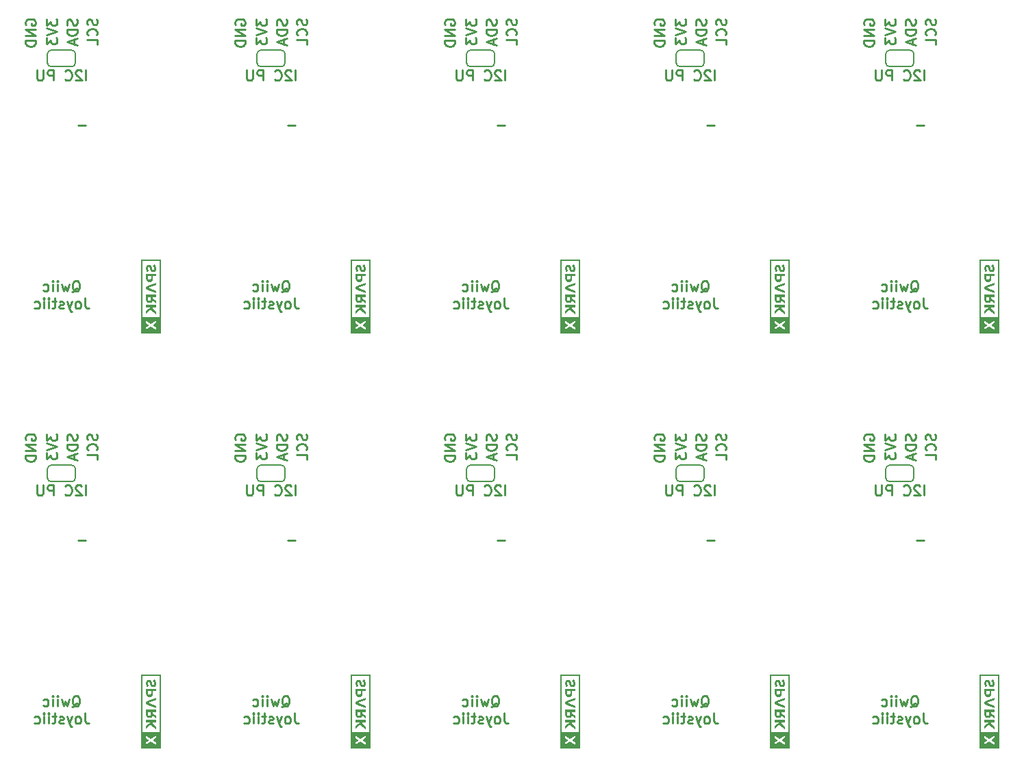
<source format=gbo>
G04 #@! TF.FileFunction,Legend,Bot*
%FSLAX46Y46*%
G04 Gerber Fmt 4.6, Leading zero omitted, Abs format (unit mm)*
G04 Created by KiCad (PCBNEW 4.0.6) date 01/19/18 11:08:58*
%MOMM*%
%LPD*%
G01*
G04 APERTURE LIST*
%ADD10C,0.100000*%
%ADD11C,0.254000*%
%ADD12C,0.152400*%
G04 APERTURE END LIST*
D10*
D11*
X195382848Y-104558496D02*
X195443324Y-104739924D01*
X195443324Y-105042305D01*
X195382848Y-105163258D01*
X195322371Y-105223734D01*
X195201419Y-105284210D01*
X195080467Y-105284210D01*
X194959514Y-105223734D01*
X194899038Y-105163258D01*
X194838562Y-105042305D01*
X194778086Y-104800401D01*
X194717610Y-104679448D01*
X194657133Y-104618972D01*
X194536181Y-104558496D01*
X194415229Y-104558496D01*
X194294276Y-104618972D01*
X194233800Y-104679448D01*
X194173324Y-104800401D01*
X194173324Y-105102781D01*
X194233800Y-105284210D01*
X195322371Y-106554210D02*
X195382848Y-106493734D01*
X195443324Y-106312305D01*
X195443324Y-106191353D01*
X195382848Y-106009925D01*
X195261895Y-105888972D01*
X195140943Y-105828496D01*
X194899038Y-105768020D01*
X194717610Y-105768020D01*
X194475705Y-105828496D01*
X194354752Y-105888972D01*
X194233800Y-106009925D01*
X194173324Y-106191353D01*
X194173324Y-106312305D01*
X194233800Y-106493734D01*
X194294276Y-106554210D01*
X195443324Y-107703258D02*
X195443324Y-107098496D01*
X194173324Y-107098496D01*
X169474848Y-104558496D02*
X169535324Y-104739924D01*
X169535324Y-105042305D01*
X169474848Y-105163258D01*
X169414371Y-105223734D01*
X169293419Y-105284210D01*
X169172467Y-105284210D01*
X169051514Y-105223734D01*
X168991038Y-105163258D01*
X168930562Y-105042305D01*
X168870086Y-104800401D01*
X168809610Y-104679448D01*
X168749133Y-104618972D01*
X168628181Y-104558496D01*
X168507229Y-104558496D01*
X168386276Y-104618972D01*
X168325800Y-104679448D01*
X168265324Y-104800401D01*
X168265324Y-105102781D01*
X168325800Y-105284210D01*
X169414371Y-106554210D02*
X169474848Y-106493734D01*
X169535324Y-106312305D01*
X169535324Y-106191353D01*
X169474848Y-106009925D01*
X169353895Y-105888972D01*
X169232943Y-105828496D01*
X168991038Y-105768020D01*
X168809610Y-105768020D01*
X168567705Y-105828496D01*
X168446752Y-105888972D01*
X168325800Y-106009925D01*
X168265324Y-106191353D01*
X168265324Y-106312305D01*
X168325800Y-106493734D01*
X168386276Y-106554210D01*
X169535324Y-107703258D02*
X169535324Y-107098496D01*
X168265324Y-107098496D01*
X143566848Y-104558496D02*
X143627324Y-104739924D01*
X143627324Y-105042305D01*
X143566848Y-105163258D01*
X143506371Y-105223734D01*
X143385419Y-105284210D01*
X143264467Y-105284210D01*
X143143514Y-105223734D01*
X143083038Y-105163258D01*
X143022562Y-105042305D01*
X142962086Y-104800401D01*
X142901610Y-104679448D01*
X142841133Y-104618972D01*
X142720181Y-104558496D01*
X142599229Y-104558496D01*
X142478276Y-104618972D01*
X142417800Y-104679448D01*
X142357324Y-104800401D01*
X142357324Y-105102781D01*
X142417800Y-105284210D01*
X143506371Y-106554210D02*
X143566848Y-106493734D01*
X143627324Y-106312305D01*
X143627324Y-106191353D01*
X143566848Y-106009925D01*
X143445895Y-105888972D01*
X143324943Y-105828496D01*
X143083038Y-105768020D01*
X142901610Y-105768020D01*
X142659705Y-105828496D01*
X142538752Y-105888972D01*
X142417800Y-106009925D01*
X142357324Y-106191353D01*
X142357324Y-106312305D01*
X142417800Y-106493734D01*
X142478276Y-106554210D01*
X143627324Y-107703258D02*
X143627324Y-107098496D01*
X142357324Y-107098496D01*
X117658848Y-104558496D02*
X117719324Y-104739924D01*
X117719324Y-105042305D01*
X117658848Y-105163258D01*
X117598371Y-105223734D01*
X117477419Y-105284210D01*
X117356467Y-105284210D01*
X117235514Y-105223734D01*
X117175038Y-105163258D01*
X117114562Y-105042305D01*
X117054086Y-104800401D01*
X116993610Y-104679448D01*
X116933133Y-104618972D01*
X116812181Y-104558496D01*
X116691229Y-104558496D01*
X116570276Y-104618972D01*
X116509800Y-104679448D01*
X116449324Y-104800401D01*
X116449324Y-105102781D01*
X116509800Y-105284210D01*
X117598371Y-106554210D02*
X117658848Y-106493734D01*
X117719324Y-106312305D01*
X117719324Y-106191353D01*
X117658848Y-106009925D01*
X117537895Y-105888972D01*
X117416943Y-105828496D01*
X117175038Y-105768020D01*
X116993610Y-105768020D01*
X116751705Y-105828496D01*
X116630752Y-105888972D01*
X116509800Y-106009925D01*
X116449324Y-106191353D01*
X116449324Y-106312305D01*
X116509800Y-106493734D01*
X116570276Y-106554210D01*
X117719324Y-107703258D02*
X117719324Y-107098496D01*
X116449324Y-107098496D01*
X91750848Y-104558496D02*
X91811324Y-104739924D01*
X91811324Y-105042305D01*
X91750848Y-105163258D01*
X91690371Y-105223734D01*
X91569419Y-105284210D01*
X91448467Y-105284210D01*
X91327514Y-105223734D01*
X91267038Y-105163258D01*
X91206562Y-105042305D01*
X91146086Y-104800401D01*
X91085610Y-104679448D01*
X91025133Y-104618972D01*
X90904181Y-104558496D01*
X90783229Y-104558496D01*
X90662276Y-104618972D01*
X90601800Y-104679448D01*
X90541324Y-104800401D01*
X90541324Y-105102781D01*
X90601800Y-105284210D01*
X91690371Y-106554210D02*
X91750848Y-106493734D01*
X91811324Y-106312305D01*
X91811324Y-106191353D01*
X91750848Y-106009925D01*
X91629895Y-105888972D01*
X91508943Y-105828496D01*
X91267038Y-105768020D01*
X91085610Y-105768020D01*
X90843705Y-105828496D01*
X90722752Y-105888972D01*
X90601800Y-106009925D01*
X90541324Y-106191353D01*
X90541324Y-106312305D01*
X90601800Y-106493734D01*
X90662276Y-106554210D01*
X91811324Y-107703258D02*
X91811324Y-107098496D01*
X90541324Y-107098496D01*
X195382848Y-53250496D02*
X195443324Y-53431924D01*
X195443324Y-53734305D01*
X195382848Y-53855258D01*
X195322371Y-53915734D01*
X195201419Y-53976210D01*
X195080467Y-53976210D01*
X194959514Y-53915734D01*
X194899038Y-53855258D01*
X194838562Y-53734305D01*
X194778086Y-53492401D01*
X194717610Y-53371448D01*
X194657133Y-53310972D01*
X194536181Y-53250496D01*
X194415229Y-53250496D01*
X194294276Y-53310972D01*
X194233800Y-53371448D01*
X194173324Y-53492401D01*
X194173324Y-53794781D01*
X194233800Y-53976210D01*
X195322371Y-55246210D02*
X195382848Y-55185734D01*
X195443324Y-55004305D01*
X195443324Y-54883353D01*
X195382848Y-54701925D01*
X195261895Y-54580972D01*
X195140943Y-54520496D01*
X194899038Y-54460020D01*
X194717610Y-54460020D01*
X194475705Y-54520496D01*
X194354752Y-54580972D01*
X194233800Y-54701925D01*
X194173324Y-54883353D01*
X194173324Y-55004305D01*
X194233800Y-55185734D01*
X194294276Y-55246210D01*
X195443324Y-56395258D02*
X195443324Y-55790496D01*
X194173324Y-55790496D01*
X169474848Y-53250496D02*
X169535324Y-53431924D01*
X169535324Y-53734305D01*
X169474848Y-53855258D01*
X169414371Y-53915734D01*
X169293419Y-53976210D01*
X169172467Y-53976210D01*
X169051514Y-53915734D01*
X168991038Y-53855258D01*
X168930562Y-53734305D01*
X168870086Y-53492401D01*
X168809610Y-53371448D01*
X168749133Y-53310972D01*
X168628181Y-53250496D01*
X168507229Y-53250496D01*
X168386276Y-53310972D01*
X168325800Y-53371448D01*
X168265324Y-53492401D01*
X168265324Y-53794781D01*
X168325800Y-53976210D01*
X169414371Y-55246210D02*
X169474848Y-55185734D01*
X169535324Y-55004305D01*
X169535324Y-54883353D01*
X169474848Y-54701925D01*
X169353895Y-54580972D01*
X169232943Y-54520496D01*
X168991038Y-54460020D01*
X168809610Y-54460020D01*
X168567705Y-54520496D01*
X168446752Y-54580972D01*
X168325800Y-54701925D01*
X168265324Y-54883353D01*
X168265324Y-55004305D01*
X168325800Y-55185734D01*
X168386276Y-55246210D01*
X169535324Y-56395258D02*
X169535324Y-55790496D01*
X168265324Y-55790496D01*
X143566848Y-53250496D02*
X143627324Y-53431924D01*
X143627324Y-53734305D01*
X143566848Y-53855258D01*
X143506371Y-53915734D01*
X143385419Y-53976210D01*
X143264467Y-53976210D01*
X143143514Y-53915734D01*
X143083038Y-53855258D01*
X143022562Y-53734305D01*
X142962086Y-53492401D01*
X142901610Y-53371448D01*
X142841133Y-53310972D01*
X142720181Y-53250496D01*
X142599229Y-53250496D01*
X142478276Y-53310972D01*
X142417800Y-53371448D01*
X142357324Y-53492401D01*
X142357324Y-53794781D01*
X142417800Y-53976210D01*
X143506371Y-55246210D02*
X143566848Y-55185734D01*
X143627324Y-55004305D01*
X143627324Y-54883353D01*
X143566848Y-54701925D01*
X143445895Y-54580972D01*
X143324943Y-54520496D01*
X143083038Y-54460020D01*
X142901610Y-54460020D01*
X142659705Y-54520496D01*
X142538752Y-54580972D01*
X142417800Y-54701925D01*
X142357324Y-54883353D01*
X142357324Y-55004305D01*
X142417800Y-55185734D01*
X142478276Y-55246210D01*
X143627324Y-56395258D02*
X143627324Y-55790496D01*
X142357324Y-55790496D01*
X117658848Y-53250496D02*
X117719324Y-53431924D01*
X117719324Y-53734305D01*
X117658848Y-53855258D01*
X117598371Y-53915734D01*
X117477419Y-53976210D01*
X117356467Y-53976210D01*
X117235514Y-53915734D01*
X117175038Y-53855258D01*
X117114562Y-53734305D01*
X117054086Y-53492401D01*
X116993610Y-53371448D01*
X116933133Y-53310972D01*
X116812181Y-53250496D01*
X116691229Y-53250496D01*
X116570276Y-53310972D01*
X116509800Y-53371448D01*
X116449324Y-53492401D01*
X116449324Y-53794781D01*
X116509800Y-53976210D01*
X117598371Y-55246210D02*
X117658848Y-55185734D01*
X117719324Y-55004305D01*
X117719324Y-54883353D01*
X117658848Y-54701925D01*
X117537895Y-54580972D01*
X117416943Y-54520496D01*
X117175038Y-54460020D01*
X116993610Y-54460020D01*
X116751705Y-54520496D01*
X116630752Y-54580972D01*
X116509800Y-54701925D01*
X116449324Y-54883353D01*
X116449324Y-55004305D01*
X116509800Y-55185734D01*
X116570276Y-55246210D01*
X117719324Y-56395258D02*
X117719324Y-55790496D01*
X116449324Y-55790496D01*
X192893648Y-104579058D02*
X192954124Y-104760486D01*
X192954124Y-105062867D01*
X192893648Y-105183820D01*
X192833171Y-105244296D01*
X192712219Y-105304772D01*
X192591267Y-105304772D01*
X192470314Y-105244296D01*
X192409838Y-105183820D01*
X192349362Y-105062867D01*
X192288886Y-104820963D01*
X192228410Y-104700010D01*
X192167933Y-104639534D01*
X192046981Y-104579058D01*
X191926029Y-104579058D01*
X191805076Y-104639534D01*
X191744600Y-104700010D01*
X191684124Y-104820963D01*
X191684124Y-105123343D01*
X191744600Y-105304772D01*
X192954124Y-105849058D02*
X191684124Y-105849058D01*
X191684124Y-106151439D01*
X191744600Y-106332867D01*
X191865552Y-106453820D01*
X191986505Y-106514296D01*
X192228410Y-106574772D01*
X192409838Y-106574772D01*
X192651743Y-106514296D01*
X192772695Y-106453820D01*
X192893648Y-106332867D01*
X192954124Y-106151439D01*
X192954124Y-105849058D01*
X192591267Y-107058582D02*
X192591267Y-107663344D01*
X192954124Y-106937629D02*
X191684124Y-107360963D01*
X192954124Y-107784296D01*
X166985648Y-104579058D02*
X167046124Y-104760486D01*
X167046124Y-105062867D01*
X166985648Y-105183820D01*
X166925171Y-105244296D01*
X166804219Y-105304772D01*
X166683267Y-105304772D01*
X166562314Y-105244296D01*
X166501838Y-105183820D01*
X166441362Y-105062867D01*
X166380886Y-104820963D01*
X166320410Y-104700010D01*
X166259933Y-104639534D01*
X166138981Y-104579058D01*
X166018029Y-104579058D01*
X165897076Y-104639534D01*
X165836600Y-104700010D01*
X165776124Y-104820963D01*
X165776124Y-105123343D01*
X165836600Y-105304772D01*
X167046124Y-105849058D02*
X165776124Y-105849058D01*
X165776124Y-106151439D01*
X165836600Y-106332867D01*
X165957552Y-106453820D01*
X166078505Y-106514296D01*
X166320410Y-106574772D01*
X166501838Y-106574772D01*
X166743743Y-106514296D01*
X166864695Y-106453820D01*
X166985648Y-106332867D01*
X167046124Y-106151439D01*
X167046124Y-105849058D01*
X166683267Y-107058582D02*
X166683267Y-107663344D01*
X167046124Y-106937629D02*
X165776124Y-107360963D01*
X167046124Y-107784296D01*
X141077648Y-104579058D02*
X141138124Y-104760486D01*
X141138124Y-105062867D01*
X141077648Y-105183820D01*
X141017171Y-105244296D01*
X140896219Y-105304772D01*
X140775267Y-105304772D01*
X140654314Y-105244296D01*
X140593838Y-105183820D01*
X140533362Y-105062867D01*
X140472886Y-104820963D01*
X140412410Y-104700010D01*
X140351933Y-104639534D01*
X140230981Y-104579058D01*
X140110029Y-104579058D01*
X139989076Y-104639534D01*
X139928600Y-104700010D01*
X139868124Y-104820963D01*
X139868124Y-105123343D01*
X139928600Y-105304772D01*
X141138124Y-105849058D02*
X139868124Y-105849058D01*
X139868124Y-106151439D01*
X139928600Y-106332867D01*
X140049552Y-106453820D01*
X140170505Y-106514296D01*
X140412410Y-106574772D01*
X140593838Y-106574772D01*
X140835743Y-106514296D01*
X140956695Y-106453820D01*
X141077648Y-106332867D01*
X141138124Y-106151439D01*
X141138124Y-105849058D01*
X140775267Y-107058582D02*
X140775267Y-107663344D01*
X141138124Y-106937629D02*
X139868124Y-107360963D01*
X141138124Y-107784296D01*
X115169648Y-104579058D02*
X115230124Y-104760486D01*
X115230124Y-105062867D01*
X115169648Y-105183820D01*
X115109171Y-105244296D01*
X114988219Y-105304772D01*
X114867267Y-105304772D01*
X114746314Y-105244296D01*
X114685838Y-105183820D01*
X114625362Y-105062867D01*
X114564886Y-104820963D01*
X114504410Y-104700010D01*
X114443933Y-104639534D01*
X114322981Y-104579058D01*
X114202029Y-104579058D01*
X114081076Y-104639534D01*
X114020600Y-104700010D01*
X113960124Y-104820963D01*
X113960124Y-105123343D01*
X114020600Y-105304772D01*
X115230124Y-105849058D02*
X113960124Y-105849058D01*
X113960124Y-106151439D01*
X114020600Y-106332867D01*
X114141552Y-106453820D01*
X114262505Y-106514296D01*
X114504410Y-106574772D01*
X114685838Y-106574772D01*
X114927743Y-106514296D01*
X115048695Y-106453820D01*
X115169648Y-106332867D01*
X115230124Y-106151439D01*
X115230124Y-105849058D01*
X114867267Y-107058582D02*
X114867267Y-107663344D01*
X115230124Y-106937629D02*
X113960124Y-107360963D01*
X115230124Y-107784296D01*
X89261648Y-104579058D02*
X89322124Y-104760486D01*
X89322124Y-105062867D01*
X89261648Y-105183820D01*
X89201171Y-105244296D01*
X89080219Y-105304772D01*
X88959267Y-105304772D01*
X88838314Y-105244296D01*
X88777838Y-105183820D01*
X88717362Y-105062867D01*
X88656886Y-104820963D01*
X88596410Y-104700010D01*
X88535933Y-104639534D01*
X88414981Y-104579058D01*
X88294029Y-104579058D01*
X88173076Y-104639534D01*
X88112600Y-104700010D01*
X88052124Y-104820963D01*
X88052124Y-105123343D01*
X88112600Y-105304772D01*
X89322124Y-105849058D02*
X88052124Y-105849058D01*
X88052124Y-106151439D01*
X88112600Y-106332867D01*
X88233552Y-106453820D01*
X88354505Y-106514296D01*
X88596410Y-106574772D01*
X88777838Y-106574772D01*
X89019743Y-106514296D01*
X89140695Y-106453820D01*
X89261648Y-106332867D01*
X89322124Y-106151439D01*
X89322124Y-105849058D01*
X88959267Y-107058582D02*
X88959267Y-107663344D01*
X89322124Y-106937629D02*
X88052124Y-107360963D01*
X89322124Y-107784296D01*
X192893648Y-53271058D02*
X192954124Y-53452486D01*
X192954124Y-53754867D01*
X192893648Y-53875820D01*
X192833171Y-53936296D01*
X192712219Y-53996772D01*
X192591267Y-53996772D01*
X192470314Y-53936296D01*
X192409838Y-53875820D01*
X192349362Y-53754867D01*
X192288886Y-53512963D01*
X192228410Y-53392010D01*
X192167933Y-53331534D01*
X192046981Y-53271058D01*
X191926029Y-53271058D01*
X191805076Y-53331534D01*
X191744600Y-53392010D01*
X191684124Y-53512963D01*
X191684124Y-53815343D01*
X191744600Y-53996772D01*
X192954124Y-54541058D02*
X191684124Y-54541058D01*
X191684124Y-54843439D01*
X191744600Y-55024867D01*
X191865552Y-55145820D01*
X191986505Y-55206296D01*
X192228410Y-55266772D01*
X192409838Y-55266772D01*
X192651743Y-55206296D01*
X192772695Y-55145820D01*
X192893648Y-55024867D01*
X192954124Y-54843439D01*
X192954124Y-54541058D01*
X192591267Y-55750582D02*
X192591267Y-56355344D01*
X192954124Y-55629629D02*
X191684124Y-56052963D01*
X192954124Y-56476296D01*
X166985648Y-53271058D02*
X167046124Y-53452486D01*
X167046124Y-53754867D01*
X166985648Y-53875820D01*
X166925171Y-53936296D01*
X166804219Y-53996772D01*
X166683267Y-53996772D01*
X166562314Y-53936296D01*
X166501838Y-53875820D01*
X166441362Y-53754867D01*
X166380886Y-53512963D01*
X166320410Y-53392010D01*
X166259933Y-53331534D01*
X166138981Y-53271058D01*
X166018029Y-53271058D01*
X165897076Y-53331534D01*
X165836600Y-53392010D01*
X165776124Y-53512963D01*
X165776124Y-53815343D01*
X165836600Y-53996772D01*
X167046124Y-54541058D02*
X165776124Y-54541058D01*
X165776124Y-54843439D01*
X165836600Y-55024867D01*
X165957552Y-55145820D01*
X166078505Y-55206296D01*
X166320410Y-55266772D01*
X166501838Y-55266772D01*
X166743743Y-55206296D01*
X166864695Y-55145820D01*
X166985648Y-55024867D01*
X167046124Y-54843439D01*
X167046124Y-54541058D01*
X166683267Y-55750582D02*
X166683267Y-56355344D01*
X167046124Y-55629629D02*
X165776124Y-56052963D01*
X167046124Y-56476296D01*
X141077648Y-53271058D02*
X141138124Y-53452486D01*
X141138124Y-53754867D01*
X141077648Y-53875820D01*
X141017171Y-53936296D01*
X140896219Y-53996772D01*
X140775267Y-53996772D01*
X140654314Y-53936296D01*
X140593838Y-53875820D01*
X140533362Y-53754867D01*
X140472886Y-53512963D01*
X140412410Y-53392010D01*
X140351933Y-53331534D01*
X140230981Y-53271058D01*
X140110029Y-53271058D01*
X139989076Y-53331534D01*
X139928600Y-53392010D01*
X139868124Y-53512963D01*
X139868124Y-53815343D01*
X139928600Y-53996772D01*
X141138124Y-54541058D02*
X139868124Y-54541058D01*
X139868124Y-54843439D01*
X139928600Y-55024867D01*
X140049552Y-55145820D01*
X140170505Y-55206296D01*
X140412410Y-55266772D01*
X140593838Y-55266772D01*
X140835743Y-55206296D01*
X140956695Y-55145820D01*
X141077648Y-55024867D01*
X141138124Y-54843439D01*
X141138124Y-54541058D01*
X140775267Y-55750582D02*
X140775267Y-56355344D01*
X141138124Y-55629629D02*
X139868124Y-56052963D01*
X141138124Y-56476296D01*
X115169648Y-53271058D02*
X115230124Y-53452486D01*
X115230124Y-53754867D01*
X115169648Y-53875820D01*
X115109171Y-53936296D01*
X114988219Y-53996772D01*
X114867267Y-53996772D01*
X114746314Y-53936296D01*
X114685838Y-53875820D01*
X114625362Y-53754867D01*
X114564886Y-53512963D01*
X114504410Y-53392010D01*
X114443933Y-53331534D01*
X114322981Y-53271058D01*
X114202029Y-53271058D01*
X114081076Y-53331534D01*
X114020600Y-53392010D01*
X113960124Y-53512963D01*
X113960124Y-53815343D01*
X114020600Y-53996772D01*
X115230124Y-54541058D02*
X113960124Y-54541058D01*
X113960124Y-54843439D01*
X114020600Y-55024867D01*
X114141552Y-55145820D01*
X114262505Y-55206296D01*
X114504410Y-55266772D01*
X114685838Y-55266772D01*
X114927743Y-55206296D01*
X115048695Y-55145820D01*
X115169648Y-55024867D01*
X115230124Y-54843439D01*
X115230124Y-54541058D01*
X114867267Y-55750582D02*
X114867267Y-56355344D01*
X115230124Y-55629629D02*
X113960124Y-56052963D01*
X115230124Y-56476296D01*
X192338475Y-138299976D02*
X192459428Y-138239500D01*
X192580380Y-138118548D01*
X192761809Y-137937119D01*
X192882761Y-137876643D01*
X193003713Y-137876643D01*
X192943237Y-138179024D02*
X193064190Y-138118548D01*
X193185142Y-137997595D01*
X193245618Y-137755690D01*
X193245618Y-137332357D01*
X193185142Y-137090452D01*
X193064190Y-136969500D01*
X192943237Y-136909024D01*
X192701333Y-136909024D01*
X192580380Y-136969500D01*
X192459428Y-137090452D01*
X192398952Y-137332357D01*
X192398952Y-137755690D01*
X192459428Y-137997595D01*
X192580380Y-138118548D01*
X192701333Y-138179024D01*
X192943237Y-138179024D01*
X191975618Y-137332357D02*
X191733714Y-138179024D01*
X191491809Y-137574262D01*
X191249904Y-138179024D01*
X191007999Y-137332357D01*
X190524190Y-138179024D02*
X190524190Y-137332357D01*
X190524190Y-136909024D02*
X190584666Y-136969500D01*
X190524190Y-137029976D01*
X190463714Y-136969500D01*
X190524190Y-136909024D01*
X190524190Y-137029976D01*
X189919428Y-138179024D02*
X189919428Y-137332357D01*
X189919428Y-136909024D02*
X189979904Y-136969500D01*
X189919428Y-137029976D01*
X189858952Y-136969500D01*
X189919428Y-136909024D01*
X189919428Y-137029976D01*
X188770380Y-138118548D02*
X188891333Y-138179024D01*
X189133237Y-138179024D01*
X189254190Y-138118548D01*
X189314666Y-138058071D01*
X189375142Y-137937119D01*
X189375142Y-137574262D01*
X189314666Y-137453310D01*
X189254190Y-137392833D01*
X189133237Y-137332357D01*
X188891333Y-137332357D01*
X188770380Y-137392833D01*
X193910857Y-139068024D02*
X193910857Y-139975167D01*
X193971333Y-140156595D01*
X194092285Y-140277548D01*
X194273714Y-140338024D01*
X194394666Y-140338024D01*
X193124666Y-140338024D02*
X193245619Y-140277548D01*
X193306095Y-140217071D01*
X193366571Y-140096119D01*
X193366571Y-139733262D01*
X193306095Y-139612310D01*
X193245619Y-139551833D01*
X193124666Y-139491357D01*
X192943238Y-139491357D01*
X192822286Y-139551833D01*
X192761809Y-139612310D01*
X192701333Y-139733262D01*
X192701333Y-140096119D01*
X192761809Y-140217071D01*
X192822286Y-140277548D01*
X192943238Y-140338024D01*
X193124666Y-140338024D01*
X192277999Y-139491357D02*
X191975618Y-140338024D01*
X191673238Y-139491357D02*
X191975618Y-140338024D01*
X192096571Y-140640405D01*
X192157047Y-140700881D01*
X192277999Y-140761357D01*
X191249904Y-140277548D02*
X191128952Y-140338024D01*
X190887047Y-140338024D01*
X190766095Y-140277548D01*
X190705619Y-140156595D01*
X190705619Y-140096119D01*
X190766095Y-139975167D01*
X190887047Y-139914690D01*
X191068476Y-139914690D01*
X191189428Y-139854214D01*
X191249904Y-139733262D01*
X191249904Y-139672786D01*
X191189428Y-139551833D01*
X191068476Y-139491357D01*
X190887047Y-139491357D01*
X190766095Y-139551833D01*
X190342762Y-139491357D02*
X189858952Y-139491357D01*
X190161333Y-139068024D02*
X190161333Y-140156595D01*
X190100857Y-140277548D01*
X189979904Y-140338024D01*
X189858952Y-140338024D01*
X189435619Y-140338024D02*
X189435619Y-139491357D01*
X189435619Y-139068024D02*
X189496095Y-139128500D01*
X189435619Y-139188976D01*
X189375143Y-139128500D01*
X189435619Y-139068024D01*
X189435619Y-139188976D01*
X188830857Y-140338024D02*
X188830857Y-139491357D01*
X188830857Y-139068024D02*
X188891333Y-139128500D01*
X188830857Y-139188976D01*
X188770381Y-139128500D01*
X188830857Y-139068024D01*
X188830857Y-139188976D01*
X187681809Y-140277548D02*
X187802762Y-140338024D01*
X188044666Y-140338024D01*
X188165619Y-140277548D01*
X188226095Y-140217071D01*
X188286571Y-140096119D01*
X188286571Y-139733262D01*
X188226095Y-139612310D01*
X188165619Y-139551833D01*
X188044666Y-139491357D01*
X187802762Y-139491357D01*
X187681809Y-139551833D01*
X166430475Y-138299976D02*
X166551428Y-138239500D01*
X166672380Y-138118548D01*
X166853809Y-137937119D01*
X166974761Y-137876643D01*
X167095713Y-137876643D01*
X167035237Y-138179024D02*
X167156190Y-138118548D01*
X167277142Y-137997595D01*
X167337618Y-137755690D01*
X167337618Y-137332357D01*
X167277142Y-137090452D01*
X167156190Y-136969500D01*
X167035237Y-136909024D01*
X166793333Y-136909024D01*
X166672380Y-136969500D01*
X166551428Y-137090452D01*
X166490952Y-137332357D01*
X166490952Y-137755690D01*
X166551428Y-137997595D01*
X166672380Y-138118548D01*
X166793333Y-138179024D01*
X167035237Y-138179024D01*
X166067618Y-137332357D02*
X165825714Y-138179024D01*
X165583809Y-137574262D01*
X165341904Y-138179024D01*
X165099999Y-137332357D01*
X164616190Y-138179024D02*
X164616190Y-137332357D01*
X164616190Y-136909024D02*
X164676666Y-136969500D01*
X164616190Y-137029976D01*
X164555714Y-136969500D01*
X164616190Y-136909024D01*
X164616190Y-137029976D01*
X164011428Y-138179024D02*
X164011428Y-137332357D01*
X164011428Y-136909024D02*
X164071904Y-136969500D01*
X164011428Y-137029976D01*
X163950952Y-136969500D01*
X164011428Y-136909024D01*
X164011428Y-137029976D01*
X162862380Y-138118548D02*
X162983333Y-138179024D01*
X163225237Y-138179024D01*
X163346190Y-138118548D01*
X163406666Y-138058071D01*
X163467142Y-137937119D01*
X163467142Y-137574262D01*
X163406666Y-137453310D01*
X163346190Y-137392833D01*
X163225237Y-137332357D01*
X162983333Y-137332357D01*
X162862380Y-137392833D01*
X168002857Y-139068024D02*
X168002857Y-139975167D01*
X168063333Y-140156595D01*
X168184285Y-140277548D01*
X168365714Y-140338024D01*
X168486666Y-140338024D01*
X167216666Y-140338024D02*
X167337619Y-140277548D01*
X167398095Y-140217071D01*
X167458571Y-140096119D01*
X167458571Y-139733262D01*
X167398095Y-139612310D01*
X167337619Y-139551833D01*
X167216666Y-139491357D01*
X167035238Y-139491357D01*
X166914286Y-139551833D01*
X166853809Y-139612310D01*
X166793333Y-139733262D01*
X166793333Y-140096119D01*
X166853809Y-140217071D01*
X166914286Y-140277548D01*
X167035238Y-140338024D01*
X167216666Y-140338024D01*
X166369999Y-139491357D02*
X166067618Y-140338024D01*
X165765238Y-139491357D02*
X166067618Y-140338024D01*
X166188571Y-140640405D01*
X166249047Y-140700881D01*
X166369999Y-140761357D01*
X165341904Y-140277548D02*
X165220952Y-140338024D01*
X164979047Y-140338024D01*
X164858095Y-140277548D01*
X164797619Y-140156595D01*
X164797619Y-140096119D01*
X164858095Y-139975167D01*
X164979047Y-139914690D01*
X165160476Y-139914690D01*
X165281428Y-139854214D01*
X165341904Y-139733262D01*
X165341904Y-139672786D01*
X165281428Y-139551833D01*
X165160476Y-139491357D01*
X164979047Y-139491357D01*
X164858095Y-139551833D01*
X164434762Y-139491357D02*
X163950952Y-139491357D01*
X164253333Y-139068024D02*
X164253333Y-140156595D01*
X164192857Y-140277548D01*
X164071904Y-140338024D01*
X163950952Y-140338024D01*
X163527619Y-140338024D02*
X163527619Y-139491357D01*
X163527619Y-139068024D02*
X163588095Y-139128500D01*
X163527619Y-139188976D01*
X163467143Y-139128500D01*
X163527619Y-139068024D01*
X163527619Y-139188976D01*
X162922857Y-140338024D02*
X162922857Y-139491357D01*
X162922857Y-139068024D02*
X162983333Y-139128500D01*
X162922857Y-139188976D01*
X162862381Y-139128500D01*
X162922857Y-139068024D01*
X162922857Y-139188976D01*
X161773809Y-140277548D02*
X161894762Y-140338024D01*
X162136666Y-140338024D01*
X162257619Y-140277548D01*
X162318095Y-140217071D01*
X162378571Y-140096119D01*
X162378571Y-139733262D01*
X162318095Y-139612310D01*
X162257619Y-139551833D01*
X162136666Y-139491357D01*
X161894762Y-139491357D01*
X161773809Y-139551833D01*
X140522475Y-138299976D02*
X140643428Y-138239500D01*
X140764380Y-138118548D01*
X140945809Y-137937119D01*
X141066761Y-137876643D01*
X141187713Y-137876643D01*
X141127237Y-138179024D02*
X141248190Y-138118548D01*
X141369142Y-137997595D01*
X141429618Y-137755690D01*
X141429618Y-137332357D01*
X141369142Y-137090452D01*
X141248190Y-136969500D01*
X141127237Y-136909024D01*
X140885333Y-136909024D01*
X140764380Y-136969500D01*
X140643428Y-137090452D01*
X140582952Y-137332357D01*
X140582952Y-137755690D01*
X140643428Y-137997595D01*
X140764380Y-138118548D01*
X140885333Y-138179024D01*
X141127237Y-138179024D01*
X140159618Y-137332357D02*
X139917714Y-138179024D01*
X139675809Y-137574262D01*
X139433904Y-138179024D01*
X139191999Y-137332357D01*
X138708190Y-138179024D02*
X138708190Y-137332357D01*
X138708190Y-136909024D02*
X138768666Y-136969500D01*
X138708190Y-137029976D01*
X138647714Y-136969500D01*
X138708190Y-136909024D01*
X138708190Y-137029976D01*
X138103428Y-138179024D02*
X138103428Y-137332357D01*
X138103428Y-136909024D02*
X138163904Y-136969500D01*
X138103428Y-137029976D01*
X138042952Y-136969500D01*
X138103428Y-136909024D01*
X138103428Y-137029976D01*
X136954380Y-138118548D02*
X137075333Y-138179024D01*
X137317237Y-138179024D01*
X137438190Y-138118548D01*
X137498666Y-138058071D01*
X137559142Y-137937119D01*
X137559142Y-137574262D01*
X137498666Y-137453310D01*
X137438190Y-137392833D01*
X137317237Y-137332357D01*
X137075333Y-137332357D01*
X136954380Y-137392833D01*
X142094857Y-139068024D02*
X142094857Y-139975167D01*
X142155333Y-140156595D01*
X142276285Y-140277548D01*
X142457714Y-140338024D01*
X142578666Y-140338024D01*
X141308666Y-140338024D02*
X141429619Y-140277548D01*
X141490095Y-140217071D01*
X141550571Y-140096119D01*
X141550571Y-139733262D01*
X141490095Y-139612310D01*
X141429619Y-139551833D01*
X141308666Y-139491357D01*
X141127238Y-139491357D01*
X141006286Y-139551833D01*
X140945809Y-139612310D01*
X140885333Y-139733262D01*
X140885333Y-140096119D01*
X140945809Y-140217071D01*
X141006286Y-140277548D01*
X141127238Y-140338024D01*
X141308666Y-140338024D01*
X140461999Y-139491357D02*
X140159618Y-140338024D01*
X139857238Y-139491357D02*
X140159618Y-140338024D01*
X140280571Y-140640405D01*
X140341047Y-140700881D01*
X140461999Y-140761357D01*
X139433904Y-140277548D02*
X139312952Y-140338024D01*
X139071047Y-140338024D01*
X138950095Y-140277548D01*
X138889619Y-140156595D01*
X138889619Y-140096119D01*
X138950095Y-139975167D01*
X139071047Y-139914690D01*
X139252476Y-139914690D01*
X139373428Y-139854214D01*
X139433904Y-139733262D01*
X139433904Y-139672786D01*
X139373428Y-139551833D01*
X139252476Y-139491357D01*
X139071047Y-139491357D01*
X138950095Y-139551833D01*
X138526762Y-139491357D02*
X138042952Y-139491357D01*
X138345333Y-139068024D02*
X138345333Y-140156595D01*
X138284857Y-140277548D01*
X138163904Y-140338024D01*
X138042952Y-140338024D01*
X137619619Y-140338024D02*
X137619619Y-139491357D01*
X137619619Y-139068024D02*
X137680095Y-139128500D01*
X137619619Y-139188976D01*
X137559143Y-139128500D01*
X137619619Y-139068024D01*
X137619619Y-139188976D01*
X137014857Y-140338024D02*
X137014857Y-139491357D01*
X137014857Y-139068024D02*
X137075333Y-139128500D01*
X137014857Y-139188976D01*
X136954381Y-139128500D01*
X137014857Y-139068024D01*
X137014857Y-139188976D01*
X135865809Y-140277548D02*
X135986762Y-140338024D01*
X136228666Y-140338024D01*
X136349619Y-140277548D01*
X136410095Y-140217071D01*
X136470571Y-140096119D01*
X136470571Y-139733262D01*
X136410095Y-139612310D01*
X136349619Y-139551833D01*
X136228666Y-139491357D01*
X135986762Y-139491357D01*
X135865809Y-139551833D01*
X114614475Y-138299976D02*
X114735428Y-138239500D01*
X114856380Y-138118548D01*
X115037809Y-137937119D01*
X115158761Y-137876643D01*
X115279713Y-137876643D01*
X115219237Y-138179024D02*
X115340190Y-138118548D01*
X115461142Y-137997595D01*
X115521618Y-137755690D01*
X115521618Y-137332357D01*
X115461142Y-137090452D01*
X115340190Y-136969500D01*
X115219237Y-136909024D01*
X114977333Y-136909024D01*
X114856380Y-136969500D01*
X114735428Y-137090452D01*
X114674952Y-137332357D01*
X114674952Y-137755690D01*
X114735428Y-137997595D01*
X114856380Y-138118548D01*
X114977333Y-138179024D01*
X115219237Y-138179024D01*
X114251618Y-137332357D02*
X114009714Y-138179024D01*
X113767809Y-137574262D01*
X113525904Y-138179024D01*
X113283999Y-137332357D01*
X112800190Y-138179024D02*
X112800190Y-137332357D01*
X112800190Y-136909024D02*
X112860666Y-136969500D01*
X112800190Y-137029976D01*
X112739714Y-136969500D01*
X112800190Y-136909024D01*
X112800190Y-137029976D01*
X112195428Y-138179024D02*
X112195428Y-137332357D01*
X112195428Y-136909024D02*
X112255904Y-136969500D01*
X112195428Y-137029976D01*
X112134952Y-136969500D01*
X112195428Y-136909024D01*
X112195428Y-137029976D01*
X111046380Y-138118548D02*
X111167333Y-138179024D01*
X111409237Y-138179024D01*
X111530190Y-138118548D01*
X111590666Y-138058071D01*
X111651142Y-137937119D01*
X111651142Y-137574262D01*
X111590666Y-137453310D01*
X111530190Y-137392833D01*
X111409237Y-137332357D01*
X111167333Y-137332357D01*
X111046380Y-137392833D01*
X116186857Y-139068024D02*
X116186857Y-139975167D01*
X116247333Y-140156595D01*
X116368285Y-140277548D01*
X116549714Y-140338024D01*
X116670666Y-140338024D01*
X115400666Y-140338024D02*
X115521619Y-140277548D01*
X115582095Y-140217071D01*
X115642571Y-140096119D01*
X115642571Y-139733262D01*
X115582095Y-139612310D01*
X115521619Y-139551833D01*
X115400666Y-139491357D01*
X115219238Y-139491357D01*
X115098286Y-139551833D01*
X115037809Y-139612310D01*
X114977333Y-139733262D01*
X114977333Y-140096119D01*
X115037809Y-140217071D01*
X115098286Y-140277548D01*
X115219238Y-140338024D01*
X115400666Y-140338024D01*
X114553999Y-139491357D02*
X114251618Y-140338024D01*
X113949238Y-139491357D02*
X114251618Y-140338024D01*
X114372571Y-140640405D01*
X114433047Y-140700881D01*
X114553999Y-140761357D01*
X113525904Y-140277548D02*
X113404952Y-140338024D01*
X113163047Y-140338024D01*
X113042095Y-140277548D01*
X112981619Y-140156595D01*
X112981619Y-140096119D01*
X113042095Y-139975167D01*
X113163047Y-139914690D01*
X113344476Y-139914690D01*
X113465428Y-139854214D01*
X113525904Y-139733262D01*
X113525904Y-139672786D01*
X113465428Y-139551833D01*
X113344476Y-139491357D01*
X113163047Y-139491357D01*
X113042095Y-139551833D01*
X112618762Y-139491357D02*
X112134952Y-139491357D01*
X112437333Y-139068024D02*
X112437333Y-140156595D01*
X112376857Y-140277548D01*
X112255904Y-140338024D01*
X112134952Y-140338024D01*
X111711619Y-140338024D02*
X111711619Y-139491357D01*
X111711619Y-139068024D02*
X111772095Y-139128500D01*
X111711619Y-139188976D01*
X111651143Y-139128500D01*
X111711619Y-139068024D01*
X111711619Y-139188976D01*
X111106857Y-140338024D02*
X111106857Y-139491357D01*
X111106857Y-139068024D02*
X111167333Y-139128500D01*
X111106857Y-139188976D01*
X111046381Y-139128500D01*
X111106857Y-139068024D01*
X111106857Y-139188976D01*
X109957809Y-140277548D02*
X110078762Y-140338024D01*
X110320666Y-140338024D01*
X110441619Y-140277548D01*
X110502095Y-140217071D01*
X110562571Y-140096119D01*
X110562571Y-139733262D01*
X110502095Y-139612310D01*
X110441619Y-139551833D01*
X110320666Y-139491357D01*
X110078762Y-139491357D01*
X109957809Y-139551833D01*
X88706475Y-138299976D02*
X88827428Y-138239500D01*
X88948380Y-138118548D01*
X89129809Y-137937119D01*
X89250761Y-137876643D01*
X89371713Y-137876643D01*
X89311237Y-138179024D02*
X89432190Y-138118548D01*
X89553142Y-137997595D01*
X89613618Y-137755690D01*
X89613618Y-137332357D01*
X89553142Y-137090452D01*
X89432190Y-136969500D01*
X89311237Y-136909024D01*
X89069333Y-136909024D01*
X88948380Y-136969500D01*
X88827428Y-137090452D01*
X88766952Y-137332357D01*
X88766952Y-137755690D01*
X88827428Y-137997595D01*
X88948380Y-138118548D01*
X89069333Y-138179024D01*
X89311237Y-138179024D01*
X88343618Y-137332357D02*
X88101714Y-138179024D01*
X87859809Y-137574262D01*
X87617904Y-138179024D01*
X87375999Y-137332357D01*
X86892190Y-138179024D02*
X86892190Y-137332357D01*
X86892190Y-136909024D02*
X86952666Y-136969500D01*
X86892190Y-137029976D01*
X86831714Y-136969500D01*
X86892190Y-136909024D01*
X86892190Y-137029976D01*
X86287428Y-138179024D02*
X86287428Y-137332357D01*
X86287428Y-136909024D02*
X86347904Y-136969500D01*
X86287428Y-137029976D01*
X86226952Y-136969500D01*
X86287428Y-136909024D01*
X86287428Y-137029976D01*
X85138380Y-138118548D02*
X85259333Y-138179024D01*
X85501237Y-138179024D01*
X85622190Y-138118548D01*
X85682666Y-138058071D01*
X85743142Y-137937119D01*
X85743142Y-137574262D01*
X85682666Y-137453310D01*
X85622190Y-137392833D01*
X85501237Y-137332357D01*
X85259333Y-137332357D01*
X85138380Y-137392833D01*
X90278857Y-139068024D02*
X90278857Y-139975167D01*
X90339333Y-140156595D01*
X90460285Y-140277548D01*
X90641714Y-140338024D01*
X90762666Y-140338024D01*
X89492666Y-140338024D02*
X89613619Y-140277548D01*
X89674095Y-140217071D01*
X89734571Y-140096119D01*
X89734571Y-139733262D01*
X89674095Y-139612310D01*
X89613619Y-139551833D01*
X89492666Y-139491357D01*
X89311238Y-139491357D01*
X89190286Y-139551833D01*
X89129809Y-139612310D01*
X89069333Y-139733262D01*
X89069333Y-140096119D01*
X89129809Y-140217071D01*
X89190286Y-140277548D01*
X89311238Y-140338024D01*
X89492666Y-140338024D01*
X88645999Y-139491357D02*
X88343618Y-140338024D01*
X88041238Y-139491357D02*
X88343618Y-140338024D01*
X88464571Y-140640405D01*
X88525047Y-140700881D01*
X88645999Y-140761357D01*
X87617904Y-140277548D02*
X87496952Y-140338024D01*
X87255047Y-140338024D01*
X87134095Y-140277548D01*
X87073619Y-140156595D01*
X87073619Y-140096119D01*
X87134095Y-139975167D01*
X87255047Y-139914690D01*
X87436476Y-139914690D01*
X87557428Y-139854214D01*
X87617904Y-139733262D01*
X87617904Y-139672786D01*
X87557428Y-139551833D01*
X87436476Y-139491357D01*
X87255047Y-139491357D01*
X87134095Y-139551833D01*
X86710762Y-139491357D02*
X86226952Y-139491357D01*
X86529333Y-139068024D02*
X86529333Y-140156595D01*
X86468857Y-140277548D01*
X86347904Y-140338024D01*
X86226952Y-140338024D01*
X85803619Y-140338024D02*
X85803619Y-139491357D01*
X85803619Y-139068024D02*
X85864095Y-139128500D01*
X85803619Y-139188976D01*
X85743143Y-139128500D01*
X85803619Y-139068024D01*
X85803619Y-139188976D01*
X85198857Y-140338024D02*
X85198857Y-139491357D01*
X85198857Y-139068024D02*
X85259333Y-139128500D01*
X85198857Y-139188976D01*
X85138381Y-139128500D01*
X85198857Y-139068024D01*
X85198857Y-139188976D01*
X84049809Y-140277548D02*
X84170762Y-140338024D01*
X84412666Y-140338024D01*
X84533619Y-140277548D01*
X84594095Y-140217071D01*
X84654571Y-140096119D01*
X84654571Y-139733262D01*
X84594095Y-139612310D01*
X84533619Y-139551833D01*
X84412666Y-139491357D01*
X84170762Y-139491357D01*
X84049809Y-139551833D01*
X192338475Y-86991976D02*
X192459428Y-86931500D01*
X192580380Y-86810548D01*
X192761809Y-86629119D01*
X192882761Y-86568643D01*
X193003713Y-86568643D01*
X192943237Y-86871024D02*
X193064190Y-86810548D01*
X193185142Y-86689595D01*
X193245618Y-86447690D01*
X193245618Y-86024357D01*
X193185142Y-85782452D01*
X193064190Y-85661500D01*
X192943237Y-85601024D01*
X192701333Y-85601024D01*
X192580380Y-85661500D01*
X192459428Y-85782452D01*
X192398952Y-86024357D01*
X192398952Y-86447690D01*
X192459428Y-86689595D01*
X192580380Y-86810548D01*
X192701333Y-86871024D01*
X192943237Y-86871024D01*
X191975618Y-86024357D02*
X191733714Y-86871024D01*
X191491809Y-86266262D01*
X191249904Y-86871024D01*
X191007999Y-86024357D01*
X190524190Y-86871024D02*
X190524190Y-86024357D01*
X190524190Y-85601024D02*
X190584666Y-85661500D01*
X190524190Y-85721976D01*
X190463714Y-85661500D01*
X190524190Y-85601024D01*
X190524190Y-85721976D01*
X189919428Y-86871024D02*
X189919428Y-86024357D01*
X189919428Y-85601024D02*
X189979904Y-85661500D01*
X189919428Y-85721976D01*
X189858952Y-85661500D01*
X189919428Y-85601024D01*
X189919428Y-85721976D01*
X188770380Y-86810548D02*
X188891333Y-86871024D01*
X189133237Y-86871024D01*
X189254190Y-86810548D01*
X189314666Y-86750071D01*
X189375142Y-86629119D01*
X189375142Y-86266262D01*
X189314666Y-86145310D01*
X189254190Y-86084833D01*
X189133237Y-86024357D01*
X188891333Y-86024357D01*
X188770380Y-86084833D01*
X193910857Y-87760024D02*
X193910857Y-88667167D01*
X193971333Y-88848595D01*
X194092285Y-88969548D01*
X194273714Y-89030024D01*
X194394666Y-89030024D01*
X193124666Y-89030024D02*
X193245619Y-88969548D01*
X193306095Y-88909071D01*
X193366571Y-88788119D01*
X193366571Y-88425262D01*
X193306095Y-88304310D01*
X193245619Y-88243833D01*
X193124666Y-88183357D01*
X192943238Y-88183357D01*
X192822286Y-88243833D01*
X192761809Y-88304310D01*
X192701333Y-88425262D01*
X192701333Y-88788119D01*
X192761809Y-88909071D01*
X192822286Y-88969548D01*
X192943238Y-89030024D01*
X193124666Y-89030024D01*
X192277999Y-88183357D02*
X191975618Y-89030024D01*
X191673238Y-88183357D02*
X191975618Y-89030024D01*
X192096571Y-89332405D01*
X192157047Y-89392881D01*
X192277999Y-89453357D01*
X191249904Y-88969548D02*
X191128952Y-89030024D01*
X190887047Y-89030024D01*
X190766095Y-88969548D01*
X190705619Y-88848595D01*
X190705619Y-88788119D01*
X190766095Y-88667167D01*
X190887047Y-88606690D01*
X191068476Y-88606690D01*
X191189428Y-88546214D01*
X191249904Y-88425262D01*
X191249904Y-88364786D01*
X191189428Y-88243833D01*
X191068476Y-88183357D01*
X190887047Y-88183357D01*
X190766095Y-88243833D01*
X190342762Y-88183357D02*
X189858952Y-88183357D01*
X190161333Y-87760024D02*
X190161333Y-88848595D01*
X190100857Y-88969548D01*
X189979904Y-89030024D01*
X189858952Y-89030024D01*
X189435619Y-89030024D02*
X189435619Y-88183357D01*
X189435619Y-87760024D02*
X189496095Y-87820500D01*
X189435619Y-87880976D01*
X189375143Y-87820500D01*
X189435619Y-87760024D01*
X189435619Y-87880976D01*
X188830857Y-89030024D02*
X188830857Y-88183357D01*
X188830857Y-87760024D02*
X188891333Y-87820500D01*
X188830857Y-87880976D01*
X188770381Y-87820500D01*
X188830857Y-87760024D01*
X188830857Y-87880976D01*
X187681809Y-88969548D02*
X187802762Y-89030024D01*
X188044666Y-89030024D01*
X188165619Y-88969548D01*
X188226095Y-88909071D01*
X188286571Y-88788119D01*
X188286571Y-88425262D01*
X188226095Y-88304310D01*
X188165619Y-88243833D01*
X188044666Y-88183357D01*
X187802762Y-88183357D01*
X187681809Y-88243833D01*
X166430475Y-86991976D02*
X166551428Y-86931500D01*
X166672380Y-86810548D01*
X166853809Y-86629119D01*
X166974761Y-86568643D01*
X167095713Y-86568643D01*
X167035237Y-86871024D02*
X167156190Y-86810548D01*
X167277142Y-86689595D01*
X167337618Y-86447690D01*
X167337618Y-86024357D01*
X167277142Y-85782452D01*
X167156190Y-85661500D01*
X167035237Y-85601024D01*
X166793333Y-85601024D01*
X166672380Y-85661500D01*
X166551428Y-85782452D01*
X166490952Y-86024357D01*
X166490952Y-86447690D01*
X166551428Y-86689595D01*
X166672380Y-86810548D01*
X166793333Y-86871024D01*
X167035237Y-86871024D01*
X166067618Y-86024357D02*
X165825714Y-86871024D01*
X165583809Y-86266262D01*
X165341904Y-86871024D01*
X165099999Y-86024357D01*
X164616190Y-86871024D02*
X164616190Y-86024357D01*
X164616190Y-85601024D02*
X164676666Y-85661500D01*
X164616190Y-85721976D01*
X164555714Y-85661500D01*
X164616190Y-85601024D01*
X164616190Y-85721976D01*
X164011428Y-86871024D02*
X164011428Y-86024357D01*
X164011428Y-85601024D02*
X164071904Y-85661500D01*
X164011428Y-85721976D01*
X163950952Y-85661500D01*
X164011428Y-85601024D01*
X164011428Y-85721976D01*
X162862380Y-86810548D02*
X162983333Y-86871024D01*
X163225237Y-86871024D01*
X163346190Y-86810548D01*
X163406666Y-86750071D01*
X163467142Y-86629119D01*
X163467142Y-86266262D01*
X163406666Y-86145310D01*
X163346190Y-86084833D01*
X163225237Y-86024357D01*
X162983333Y-86024357D01*
X162862380Y-86084833D01*
X168002857Y-87760024D02*
X168002857Y-88667167D01*
X168063333Y-88848595D01*
X168184285Y-88969548D01*
X168365714Y-89030024D01*
X168486666Y-89030024D01*
X167216666Y-89030024D02*
X167337619Y-88969548D01*
X167398095Y-88909071D01*
X167458571Y-88788119D01*
X167458571Y-88425262D01*
X167398095Y-88304310D01*
X167337619Y-88243833D01*
X167216666Y-88183357D01*
X167035238Y-88183357D01*
X166914286Y-88243833D01*
X166853809Y-88304310D01*
X166793333Y-88425262D01*
X166793333Y-88788119D01*
X166853809Y-88909071D01*
X166914286Y-88969548D01*
X167035238Y-89030024D01*
X167216666Y-89030024D01*
X166369999Y-88183357D02*
X166067618Y-89030024D01*
X165765238Y-88183357D02*
X166067618Y-89030024D01*
X166188571Y-89332405D01*
X166249047Y-89392881D01*
X166369999Y-89453357D01*
X165341904Y-88969548D02*
X165220952Y-89030024D01*
X164979047Y-89030024D01*
X164858095Y-88969548D01*
X164797619Y-88848595D01*
X164797619Y-88788119D01*
X164858095Y-88667167D01*
X164979047Y-88606690D01*
X165160476Y-88606690D01*
X165281428Y-88546214D01*
X165341904Y-88425262D01*
X165341904Y-88364786D01*
X165281428Y-88243833D01*
X165160476Y-88183357D01*
X164979047Y-88183357D01*
X164858095Y-88243833D01*
X164434762Y-88183357D02*
X163950952Y-88183357D01*
X164253333Y-87760024D02*
X164253333Y-88848595D01*
X164192857Y-88969548D01*
X164071904Y-89030024D01*
X163950952Y-89030024D01*
X163527619Y-89030024D02*
X163527619Y-88183357D01*
X163527619Y-87760024D02*
X163588095Y-87820500D01*
X163527619Y-87880976D01*
X163467143Y-87820500D01*
X163527619Y-87760024D01*
X163527619Y-87880976D01*
X162922857Y-89030024D02*
X162922857Y-88183357D01*
X162922857Y-87760024D02*
X162983333Y-87820500D01*
X162922857Y-87880976D01*
X162862381Y-87820500D01*
X162922857Y-87760024D01*
X162922857Y-87880976D01*
X161773809Y-88969548D02*
X161894762Y-89030024D01*
X162136666Y-89030024D01*
X162257619Y-88969548D01*
X162318095Y-88909071D01*
X162378571Y-88788119D01*
X162378571Y-88425262D01*
X162318095Y-88304310D01*
X162257619Y-88243833D01*
X162136666Y-88183357D01*
X161894762Y-88183357D01*
X161773809Y-88243833D01*
X140522475Y-86991976D02*
X140643428Y-86931500D01*
X140764380Y-86810548D01*
X140945809Y-86629119D01*
X141066761Y-86568643D01*
X141187713Y-86568643D01*
X141127237Y-86871024D02*
X141248190Y-86810548D01*
X141369142Y-86689595D01*
X141429618Y-86447690D01*
X141429618Y-86024357D01*
X141369142Y-85782452D01*
X141248190Y-85661500D01*
X141127237Y-85601024D01*
X140885333Y-85601024D01*
X140764380Y-85661500D01*
X140643428Y-85782452D01*
X140582952Y-86024357D01*
X140582952Y-86447690D01*
X140643428Y-86689595D01*
X140764380Y-86810548D01*
X140885333Y-86871024D01*
X141127237Y-86871024D01*
X140159618Y-86024357D02*
X139917714Y-86871024D01*
X139675809Y-86266262D01*
X139433904Y-86871024D01*
X139191999Y-86024357D01*
X138708190Y-86871024D02*
X138708190Y-86024357D01*
X138708190Y-85601024D02*
X138768666Y-85661500D01*
X138708190Y-85721976D01*
X138647714Y-85661500D01*
X138708190Y-85601024D01*
X138708190Y-85721976D01*
X138103428Y-86871024D02*
X138103428Y-86024357D01*
X138103428Y-85601024D02*
X138163904Y-85661500D01*
X138103428Y-85721976D01*
X138042952Y-85661500D01*
X138103428Y-85601024D01*
X138103428Y-85721976D01*
X136954380Y-86810548D02*
X137075333Y-86871024D01*
X137317237Y-86871024D01*
X137438190Y-86810548D01*
X137498666Y-86750071D01*
X137559142Y-86629119D01*
X137559142Y-86266262D01*
X137498666Y-86145310D01*
X137438190Y-86084833D01*
X137317237Y-86024357D01*
X137075333Y-86024357D01*
X136954380Y-86084833D01*
X142094857Y-87760024D02*
X142094857Y-88667167D01*
X142155333Y-88848595D01*
X142276285Y-88969548D01*
X142457714Y-89030024D01*
X142578666Y-89030024D01*
X141308666Y-89030024D02*
X141429619Y-88969548D01*
X141490095Y-88909071D01*
X141550571Y-88788119D01*
X141550571Y-88425262D01*
X141490095Y-88304310D01*
X141429619Y-88243833D01*
X141308666Y-88183357D01*
X141127238Y-88183357D01*
X141006286Y-88243833D01*
X140945809Y-88304310D01*
X140885333Y-88425262D01*
X140885333Y-88788119D01*
X140945809Y-88909071D01*
X141006286Y-88969548D01*
X141127238Y-89030024D01*
X141308666Y-89030024D01*
X140461999Y-88183357D02*
X140159618Y-89030024D01*
X139857238Y-88183357D02*
X140159618Y-89030024D01*
X140280571Y-89332405D01*
X140341047Y-89392881D01*
X140461999Y-89453357D01*
X139433904Y-88969548D02*
X139312952Y-89030024D01*
X139071047Y-89030024D01*
X138950095Y-88969548D01*
X138889619Y-88848595D01*
X138889619Y-88788119D01*
X138950095Y-88667167D01*
X139071047Y-88606690D01*
X139252476Y-88606690D01*
X139373428Y-88546214D01*
X139433904Y-88425262D01*
X139433904Y-88364786D01*
X139373428Y-88243833D01*
X139252476Y-88183357D01*
X139071047Y-88183357D01*
X138950095Y-88243833D01*
X138526762Y-88183357D02*
X138042952Y-88183357D01*
X138345333Y-87760024D02*
X138345333Y-88848595D01*
X138284857Y-88969548D01*
X138163904Y-89030024D01*
X138042952Y-89030024D01*
X137619619Y-89030024D02*
X137619619Y-88183357D01*
X137619619Y-87760024D02*
X137680095Y-87820500D01*
X137619619Y-87880976D01*
X137559143Y-87820500D01*
X137619619Y-87760024D01*
X137619619Y-87880976D01*
X137014857Y-89030024D02*
X137014857Y-88183357D01*
X137014857Y-87760024D02*
X137075333Y-87820500D01*
X137014857Y-87880976D01*
X136954381Y-87820500D01*
X137014857Y-87760024D01*
X137014857Y-87880976D01*
X135865809Y-88969548D02*
X135986762Y-89030024D01*
X136228666Y-89030024D01*
X136349619Y-88969548D01*
X136410095Y-88909071D01*
X136470571Y-88788119D01*
X136470571Y-88425262D01*
X136410095Y-88304310D01*
X136349619Y-88243833D01*
X136228666Y-88183357D01*
X135986762Y-88183357D01*
X135865809Y-88243833D01*
X114614475Y-86991976D02*
X114735428Y-86931500D01*
X114856380Y-86810548D01*
X115037809Y-86629119D01*
X115158761Y-86568643D01*
X115279713Y-86568643D01*
X115219237Y-86871024D02*
X115340190Y-86810548D01*
X115461142Y-86689595D01*
X115521618Y-86447690D01*
X115521618Y-86024357D01*
X115461142Y-85782452D01*
X115340190Y-85661500D01*
X115219237Y-85601024D01*
X114977333Y-85601024D01*
X114856380Y-85661500D01*
X114735428Y-85782452D01*
X114674952Y-86024357D01*
X114674952Y-86447690D01*
X114735428Y-86689595D01*
X114856380Y-86810548D01*
X114977333Y-86871024D01*
X115219237Y-86871024D01*
X114251618Y-86024357D02*
X114009714Y-86871024D01*
X113767809Y-86266262D01*
X113525904Y-86871024D01*
X113283999Y-86024357D01*
X112800190Y-86871024D02*
X112800190Y-86024357D01*
X112800190Y-85601024D02*
X112860666Y-85661500D01*
X112800190Y-85721976D01*
X112739714Y-85661500D01*
X112800190Y-85601024D01*
X112800190Y-85721976D01*
X112195428Y-86871024D02*
X112195428Y-86024357D01*
X112195428Y-85601024D02*
X112255904Y-85661500D01*
X112195428Y-85721976D01*
X112134952Y-85661500D01*
X112195428Y-85601024D01*
X112195428Y-85721976D01*
X111046380Y-86810548D02*
X111167333Y-86871024D01*
X111409237Y-86871024D01*
X111530190Y-86810548D01*
X111590666Y-86750071D01*
X111651142Y-86629119D01*
X111651142Y-86266262D01*
X111590666Y-86145310D01*
X111530190Y-86084833D01*
X111409237Y-86024357D01*
X111167333Y-86024357D01*
X111046380Y-86084833D01*
X116186857Y-87760024D02*
X116186857Y-88667167D01*
X116247333Y-88848595D01*
X116368285Y-88969548D01*
X116549714Y-89030024D01*
X116670666Y-89030024D01*
X115400666Y-89030024D02*
X115521619Y-88969548D01*
X115582095Y-88909071D01*
X115642571Y-88788119D01*
X115642571Y-88425262D01*
X115582095Y-88304310D01*
X115521619Y-88243833D01*
X115400666Y-88183357D01*
X115219238Y-88183357D01*
X115098286Y-88243833D01*
X115037809Y-88304310D01*
X114977333Y-88425262D01*
X114977333Y-88788119D01*
X115037809Y-88909071D01*
X115098286Y-88969548D01*
X115219238Y-89030024D01*
X115400666Y-89030024D01*
X114553999Y-88183357D02*
X114251618Y-89030024D01*
X113949238Y-88183357D02*
X114251618Y-89030024D01*
X114372571Y-89332405D01*
X114433047Y-89392881D01*
X114553999Y-89453357D01*
X113525904Y-88969548D02*
X113404952Y-89030024D01*
X113163047Y-89030024D01*
X113042095Y-88969548D01*
X112981619Y-88848595D01*
X112981619Y-88788119D01*
X113042095Y-88667167D01*
X113163047Y-88606690D01*
X113344476Y-88606690D01*
X113465428Y-88546214D01*
X113525904Y-88425262D01*
X113525904Y-88364786D01*
X113465428Y-88243833D01*
X113344476Y-88183357D01*
X113163047Y-88183357D01*
X113042095Y-88243833D01*
X112618762Y-88183357D02*
X112134952Y-88183357D01*
X112437333Y-87760024D02*
X112437333Y-88848595D01*
X112376857Y-88969548D01*
X112255904Y-89030024D01*
X112134952Y-89030024D01*
X111711619Y-89030024D02*
X111711619Y-88183357D01*
X111711619Y-87760024D02*
X111772095Y-87820500D01*
X111711619Y-87880976D01*
X111651143Y-87820500D01*
X111711619Y-87760024D01*
X111711619Y-87880976D01*
X111106857Y-89030024D02*
X111106857Y-88183357D01*
X111106857Y-87760024D02*
X111167333Y-87820500D01*
X111106857Y-87880976D01*
X111046381Y-87820500D01*
X111106857Y-87760024D01*
X111106857Y-87880976D01*
X109957809Y-88969548D02*
X110078762Y-89030024D01*
X110320666Y-89030024D01*
X110441619Y-88969548D01*
X110502095Y-88909071D01*
X110562571Y-88788119D01*
X110562571Y-88425262D01*
X110502095Y-88304310D01*
X110441619Y-88243833D01*
X110320666Y-88183357D01*
X110078762Y-88183357D01*
X109957809Y-88243833D01*
X194031809Y-117687876D02*
X193064190Y-117687876D01*
X168123809Y-117687876D02*
X167156190Y-117687876D01*
X142215809Y-117687876D02*
X141248190Y-117687876D01*
X116307809Y-117687876D02*
X115340190Y-117687876D01*
X90399809Y-117687876D02*
X89432190Y-117687876D01*
X194031809Y-66379876D02*
X193064190Y-66379876D01*
X168123809Y-66379876D02*
X167156190Y-66379876D01*
X142215809Y-66379876D02*
X141248190Y-66379876D01*
X116307809Y-66379876D02*
X115340190Y-66379876D01*
X194031809Y-112131324D02*
X194031809Y-110861324D01*
X193487523Y-110982276D02*
X193427047Y-110921800D01*
X193306095Y-110861324D01*
X193003714Y-110861324D01*
X192882761Y-110921800D01*
X192822285Y-110982276D01*
X192761809Y-111103229D01*
X192761809Y-111224181D01*
X192822285Y-111405610D01*
X193547999Y-112131324D01*
X192761809Y-112131324D01*
X191491809Y-112010371D02*
X191552285Y-112070848D01*
X191733714Y-112131324D01*
X191854666Y-112131324D01*
X192036094Y-112070848D01*
X192157047Y-111949895D01*
X192217523Y-111828943D01*
X192277999Y-111587038D01*
X192277999Y-111405610D01*
X192217523Y-111163705D01*
X192157047Y-111042752D01*
X192036094Y-110921800D01*
X191854666Y-110861324D01*
X191733714Y-110861324D01*
X191552285Y-110921800D01*
X191491809Y-110982276D01*
X189979904Y-112131324D02*
X189979904Y-110861324D01*
X189496095Y-110861324D01*
X189375142Y-110921800D01*
X189314666Y-110982276D01*
X189254190Y-111103229D01*
X189254190Y-111284657D01*
X189314666Y-111405610D01*
X189375142Y-111466086D01*
X189496095Y-111526562D01*
X189979904Y-111526562D01*
X188709904Y-110861324D02*
X188709904Y-111889419D01*
X188649428Y-112010371D01*
X188588952Y-112070848D01*
X188467999Y-112131324D01*
X188226095Y-112131324D01*
X188105142Y-112070848D01*
X188044666Y-112010371D01*
X187984190Y-111889419D01*
X187984190Y-110861324D01*
X168123809Y-112131324D02*
X168123809Y-110861324D01*
X167579523Y-110982276D02*
X167519047Y-110921800D01*
X167398095Y-110861324D01*
X167095714Y-110861324D01*
X166974761Y-110921800D01*
X166914285Y-110982276D01*
X166853809Y-111103229D01*
X166853809Y-111224181D01*
X166914285Y-111405610D01*
X167639999Y-112131324D01*
X166853809Y-112131324D01*
X165583809Y-112010371D02*
X165644285Y-112070848D01*
X165825714Y-112131324D01*
X165946666Y-112131324D01*
X166128094Y-112070848D01*
X166249047Y-111949895D01*
X166309523Y-111828943D01*
X166369999Y-111587038D01*
X166369999Y-111405610D01*
X166309523Y-111163705D01*
X166249047Y-111042752D01*
X166128094Y-110921800D01*
X165946666Y-110861324D01*
X165825714Y-110861324D01*
X165644285Y-110921800D01*
X165583809Y-110982276D01*
X164071904Y-112131324D02*
X164071904Y-110861324D01*
X163588095Y-110861324D01*
X163467142Y-110921800D01*
X163406666Y-110982276D01*
X163346190Y-111103229D01*
X163346190Y-111284657D01*
X163406666Y-111405610D01*
X163467142Y-111466086D01*
X163588095Y-111526562D01*
X164071904Y-111526562D01*
X162801904Y-110861324D02*
X162801904Y-111889419D01*
X162741428Y-112010371D01*
X162680952Y-112070848D01*
X162559999Y-112131324D01*
X162318095Y-112131324D01*
X162197142Y-112070848D01*
X162136666Y-112010371D01*
X162076190Y-111889419D01*
X162076190Y-110861324D01*
X142215809Y-112131324D02*
X142215809Y-110861324D01*
X141671523Y-110982276D02*
X141611047Y-110921800D01*
X141490095Y-110861324D01*
X141187714Y-110861324D01*
X141066761Y-110921800D01*
X141006285Y-110982276D01*
X140945809Y-111103229D01*
X140945809Y-111224181D01*
X141006285Y-111405610D01*
X141731999Y-112131324D01*
X140945809Y-112131324D01*
X139675809Y-112010371D02*
X139736285Y-112070848D01*
X139917714Y-112131324D01*
X140038666Y-112131324D01*
X140220094Y-112070848D01*
X140341047Y-111949895D01*
X140401523Y-111828943D01*
X140461999Y-111587038D01*
X140461999Y-111405610D01*
X140401523Y-111163705D01*
X140341047Y-111042752D01*
X140220094Y-110921800D01*
X140038666Y-110861324D01*
X139917714Y-110861324D01*
X139736285Y-110921800D01*
X139675809Y-110982276D01*
X138163904Y-112131324D02*
X138163904Y-110861324D01*
X137680095Y-110861324D01*
X137559142Y-110921800D01*
X137498666Y-110982276D01*
X137438190Y-111103229D01*
X137438190Y-111284657D01*
X137498666Y-111405610D01*
X137559142Y-111466086D01*
X137680095Y-111526562D01*
X138163904Y-111526562D01*
X136893904Y-110861324D02*
X136893904Y-111889419D01*
X136833428Y-112010371D01*
X136772952Y-112070848D01*
X136651999Y-112131324D01*
X136410095Y-112131324D01*
X136289142Y-112070848D01*
X136228666Y-112010371D01*
X136168190Y-111889419D01*
X136168190Y-110861324D01*
X116307809Y-112131324D02*
X116307809Y-110861324D01*
X115763523Y-110982276D02*
X115703047Y-110921800D01*
X115582095Y-110861324D01*
X115279714Y-110861324D01*
X115158761Y-110921800D01*
X115098285Y-110982276D01*
X115037809Y-111103229D01*
X115037809Y-111224181D01*
X115098285Y-111405610D01*
X115823999Y-112131324D01*
X115037809Y-112131324D01*
X113767809Y-112010371D02*
X113828285Y-112070848D01*
X114009714Y-112131324D01*
X114130666Y-112131324D01*
X114312094Y-112070848D01*
X114433047Y-111949895D01*
X114493523Y-111828943D01*
X114553999Y-111587038D01*
X114553999Y-111405610D01*
X114493523Y-111163705D01*
X114433047Y-111042752D01*
X114312094Y-110921800D01*
X114130666Y-110861324D01*
X114009714Y-110861324D01*
X113828285Y-110921800D01*
X113767809Y-110982276D01*
X112255904Y-112131324D02*
X112255904Y-110861324D01*
X111772095Y-110861324D01*
X111651142Y-110921800D01*
X111590666Y-110982276D01*
X111530190Y-111103229D01*
X111530190Y-111284657D01*
X111590666Y-111405610D01*
X111651142Y-111466086D01*
X111772095Y-111526562D01*
X112255904Y-111526562D01*
X110985904Y-110861324D02*
X110985904Y-111889419D01*
X110925428Y-112010371D01*
X110864952Y-112070848D01*
X110743999Y-112131324D01*
X110502095Y-112131324D01*
X110381142Y-112070848D01*
X110320666Y-112010371D01*
X110260190Y-111889419D01*
X110260190Y-110861324D01*
X90399809Y-112131324D02*
X90399809Y-110861324D01*
X89855523Y-110982276D02*
X89795047Y-110921800D01*
X89674095Y-110861324D01*
X89371714Y-110861324D01*
X89250761Y-110921800D01*
X89190285Y-110982276D01*
X89129809Y-111103229D01*
X89129809Y-111224181D01*
X89190285Y-111405610D01*
X89915999Y-112131324D01*
X89129809Y-112131324D01*
X87859809Y-112010371D02*
X87920285Y-112070848D01*
X88101714Y-112131324D01*
X88222666Y-112131324D01*
X88404094Y-112070848D01*
X88525047Y-111949895D01*
X88585523Y-111828943D01*
X88645999Y-111587038D01*
X88645999Y-111405610D01*
X88585523Y-111163705D01*
X88525047Y-111042752D01*
X88404094Y-110921800D01*
X88222666Y-110861324D01*
X88101714Y-110861324D01*
X87920285Y-110921800D01*
X87859809Y-110982276D01*
X86347904Y-112131324D02*
X86347904Y-110861324D01*
X85864095Y-110861324D01*
X85743142Y-110921800D01*
X85682666Y-110982276D01*
X85622190Y-111103229D01*
X85622190Y-111284657D01*
X85682666Y-111405610D01*
X85743142Y-111466086D01*
X85864095Y-111526562D01*
X86347904Y-111526562D01*
X85077904Y-110861324D02*
X85077904Y-111889419D01*
X85017428Y-112010371D01*
X84956952Y-112070848D01*
X84835999Y-112131324D01*
X84594095Y-112131324D01*
X84473142Y-112070848D01*
X84412666Y-112010371D01*
X84352190Y-111889419D01*
X84352190Y-110861324D01*
X194031809Y-60823324D02*
X194031809Y-59553324D01*
X193487523Y-59674276D02*
X193427047Y-59613800D01*
X193306095Y-59553324D01*
X193003714Y-59553324D01*
X192882761Y-59613800D01*
X192822285Y-59674276D01*
X192761809Y-59795229D01*
X192761809Y-59916181D01*
X192822285Y-60097610D01*
X193547999Y-60823324D01*
X192761809Y-60823324D01*
X191491809Y-60702371D02*
X191552285Y-60762848D01*
X191733714Y-60823324D01*
X191854666Y-60823324D01*
X192036094Y-60762848D01*
X192157047Y-60641895D01*
X192217523Y-60520943D01*
X192277999Y-60279038D01*
X192277999Y-60097610D01*
X192217523Y-59855705D01*
X192157047Y-59734752D01*
X192036094Y-59613800D01*
X191854666Y-59553324D01*
X191733714Y-59553324D01*
X191552285Y-59613800D01*
X191491809Y-59674276D01*
X189979904Y-60823324D02*
X189979904Y-59553324D01*
X189496095Y-59553324D01*
X189375142Y-59613800D01*
X189314666Y-59674276D01*
X189254190Y-59795229D01*
X189254190Y-59976657D01*
X189314666Y-60097610D01*
X189375142Y-60158086D01*
X189496095Y-60218562D01*
X189979904Y-60218562D01*
X188709904Y-59553324D02*
X188709904Y-60581419D01*
X188649428Y-60702371D01*
X188588952Y-60762848D01*
X188467999Y-60823324D01*
X188226095Y-60823324D01*
X188105142Y-60762848D01*
X188044666Y-60702371D01*
X187984190Y-60581419D01*
X187984190Y-59553324D01*
X168123809Y-60823324D02*
X168123809Y-59553324D01*
X167579523Y-59674276D02*
X167519047Y-59613800D01*
X167398095Y-59553324D01*
X167095714Y-59553324D01*
X166974761Y-59613800D01*
X166914285Y-59674276D01*
X166853809Y-59795229D01*
X166853809Y-59916181D01*
X166914285Y-60097610D01*
X167639999Y-60823324D01*
X166853809Y-60823324D01*
X165583809Y-60702371D02*
X165644285Y-60762848D01*
X165825714Y-60823324D01*
X165946666Y-60823324D01*
X166128094Y-60762848D01*
X166249047Y-60641895D01*
X166309523Y-60520943D01*
X166369999Y-60279038D01*
X166369999Y-60097610D01*
X166309523Y-59855705D01*
X166249047Y-59734752D01*
X166128094Y-59613800D01*
X165946666Y-59553324D01*
X165825714Y-59553324D01*
X165644285Y-59613800D01*
X165583809Y-59674276D01*
X164071904Y-60823324D02*
X164071904Y-59553324D01*
X163588095Y-59553324D01*
X163467142Y-59613800D01*
X163406666Y-59674276D01*
X163346190Y-59795229D01*
X163346190Y-59976657D01*
X163406666Y-60097610D01*
X163467142Y-60158086D01*
X163588095Y-60218562D01*
X164071904Y-60218562D01*
X162801904Y-59553324D02*
X162801904Y-60581419D01*
X162741428Y-60702371D01*
X162680952Y-60762848D01*
X162559999Y-60823324D01*
X162318095Y-60823324D01*
X162197142Y-60762848D01*
X162136666Y-60702371D01*
X162076190Y-60581419D01*
X162076190Y-59553324D01*
X142215809Y-60823324D02*
X142215809Y-59553324D01*
X141671523Y-59674276D02*
X141611047Y-59613800D01*
X141490095Y-59553324D01*
X141187714Y-59553324D01*
X141066761Y-59613800D01*
X141006285Y-59674276D01*
X140945809Y-59795229D01*
X140945809Y-59916181D01*
X141006285Y-60097610D01*
X141731999Y-60823324D01*
X140945809Y-60823324D01*
X139675809Y-60702371D02*
X139736285Y-60762848D01*
X139917714Y-60823324D01*
X140038666Y-60823324D01*
X140220094Y-60762848D01*
X140341047Y-60641895D01*
X140401523Y-60520943D01*
X140461999Y-60279038D01*
X140461999Y-60097610D01*
X140401523Y-59855705D01*
X140341047Y-59734752D01*
X140220094Y-59613800D01*
X140038666Y-59553324D01*
X139917714Y-59553324D01*
X139736285Y-59613800D01*
X139675809Y-59674276D01*
X138163904Y-60823324D02*
X138163904Y-59553324D01*
X137680095Y-59553324D01*
X137559142Y-59613800D01*
X137498666Y-59674276D01*
X137438190Y-59795229D01*
X137438190Y-59976657D01*
X137498666Y-60097610D01*
X137559142Y-60158086D01*
X137680095Y-60218562D01*
X138163904Y-60218562D01*
X136893904Y-59553324D02*
X136893904Y-60581419D01*
X136833428Y-60702371D01*
X136772952Y-60762848D01*
X136651999Y-60823324D01*
X136410095Y-60823324D01*
X136289142Y-60762848D01*
X136228666Y-60702371D01*
X136168190Y-60581419D01*
X136168190Y-59553324D01*
X116307809Y-60823324D02*
X116307809Y-59553324D01*
X115763523Y-59674276D02*
X115703047Y-59613800D01*
X115582095Y-59553324D01*
X115279714Y-59553324D01*
X115158761Y-59613800D01*
X115098285Y-59674276D01*
X115037809Y-59795229D01*
X115037809Y-59916181D01*
X115098285Y-60097610D01*
X115823999Y-60823324D01*
X115037809Y-60823324D01*
X113767809Y-60702371D02*
X113828285Y-60762848D01*
X114009714Y-60823324D01*
X114130666Y-60823324D01*
X114312094Y-60762848D01*
X114433047Y-60641895D01*
X114493523Y-60520943D01*
X114553999Y-60279038D01*
X114553999Y-60097610D01*
X114493523Y-59855705D01*
X114433047Y-59734752D01*
X114312094Y-59613800D01*
X114130666Y-59553324D01*
X114009714Y-59553324D01*
X113828285Y-59613800D01*
X113767809Y-59674276D01*
X112255904Y-60823324D02*
X112255904Y-59553324D01*
X111772095Y-59553324D01*
X111651142Y-59613800D01*
X111590666Y-59674276D01*
X111530190Y-59795229D01*
X111530190Y-59976657D01*
X111590666Y-60097610D01*
X111651142Y-60158086D01*
X111772095Y-60218562D01*
X112255904Y-60218562D01*
X110985904Y-59553324D02*
X110985904Y-60581419D01*
X110925428Y-60702371D01*
X110864952Y-60762848D01*
X110743999Y-60823324D01*
X110502095Y-60823324D01*
X110381142Y-60762848D01*
X110320666Y-60702371D01*
X110260190Y-60581419D01*
X110260190Y-59553324D01*
X186613800Y-105255181D02*
X186553324Y-105134229D01*
X186553324Y-104952800D01*
X186613800Y-104771372D01*
X186734752Y-104650419D01*
X186855705Y-104589943D01*
X187097610Y-104529467D01*
X187279038Y-104529467D01*
X187520943Y-104589943D01*
X187641895Y-104650419D01*
X187762848Y-104771372D01*
X187823324Y-104952800D01*
X187823324Y-105073752D01*
X187762848Y-105255181D01*
X187702371Y-105315657D01*
X187279038Y-105315657D01*
X187279038Y-105073752D01*
X187823324Y-105859943D02*
X186553324Y-105859943D01*
X187823324Y-106585657D01*
X186553324Y-106585657D01*
X187823324Y-107190419D02*
X186553324Y-107190419D01*
X186553324Y-107492800D01*
X186613800Y-107674228D01*
X186734752Y-107795181D01*
X186855705Y-107855657D01*
X187097610Y-107916133D01*
X187279038Y-107916133D01*
X187520943Y-107855657D01*
X187641895Y-107795181D01*
X187762848Y-107674228D01*
X187823324Y-107492800D01*
X187823324Y-107190419D01*
X160705800Y-105255181D02*
X160645324Y-105134229D01*
X160645324Y-104952800D01*
X160705800Y-104771372D01*
X160826752Y-104650419D01*
X160947705Y-104589943D01*
X161189610Y-104529467D01*
X161371038Y-104529467D01*
X161612943Y-104589943D01*
X161733895Y-104650419D01*
X161854848Y-104771372D01*
X161915324Y-104952800D01*
X161915324Y-105073752D01*
X161854848Y-105255181D01*
X161794371Y-105315657D01*
X161371038Y-105315657D01*
X161371038Y-105073752D01*
X161915324Y-105859943D02*
X160645324Y-105859943D01*
X161915324Y-106585657D01*
X160645324Y-106585657D01*
X161915324Y-107190419D02*
X160645324Y-107190419D01*
X160645324Y-107492800D01*
X160705800Y-107674228D01*
X160826752Y-107795181D01*
X160947705Y-107855657D01*
X161189610Y-107916133D01*
X161371038Y-107916133D01*
X161612943Y-107855657D01*
X161733895Y-107795181D01*
X161854848Y-107674228D01*
X161915324Y-107492800D01*
X161915324Y-107190419D01*
X134797800Y-105255181D02*
X134737324Y-105134229D01*
X134737324Y-104952800D01*
X134797800Y-104771372D01*
X134918752Y-104650419D01*
X135039705Y-104589943D01*
X135281610Y-104529467D01*
X135463038Y-104529467D01*
X135704943Y-104589943D01*
X135825895Y-104650419D01*
X135946848Y-104771372D01*
X136007324Y-104952800D01*
X136007324Y-105073752D01*
X135946848Y-105255181D01*
X135886371Y-105315657D01*
X135463038Y-105315657D01*
X135463038Y-105073752D01*
X136007324Y-105859943D02*
X134737324Y-105859943D01*
X136007324Y-106585657D01*
X134737324Y-106585657D01*
X136007324Y-107190419D02*
X134737324Y-107190419D01*
X134737324Y-107492800D01*
X134797800Y-107674228D01*
X134918752Y-107795181D01*
X135039705Y-107855657D01*
X135281610Y-107916133D01*
X135463038Y-107916133D01*
X135704943Y-107855657D01*
X135825895Y-107795181D01*
X135946848Y-107674228D01*
X136007324Y-107492800D01*
X136007324Y-107190419D01*
X108889800Y-105255181D02*
X108829324Y-105134229D01*
X108829324Y-104952800D01*
X108889800Y-104771372D01*
X109010752Y-104650419D01*
X109131705Y-104589943D01*
X109373610Y-104529467D01*
X109555038Y-104529467D01*
X109796943Y-104589943D01*
X109917895Y-104650419D01*
X110038848Y-104771372D01*
X110099324Y-104952800D01*
X110099324Y-105073752D01*
X110038848Y-105255181D01*
X109978371Y-105315657D01*
X109555038Y-105315657D01*
X109555038Y-105073752D01*
X110099324Y-105859943D02*
X108829324Y-105859943D01*
X110099324Y-106585657D01*
X108829324Y-106585657D01*
X110099324Y-107190419D02*
X108829324Y-107190419D01*
X108829324Y-107492800D01*
X108889800Y-107674228D01*
X109010752Y-107795181D01*
X109131705Y-107855657D01*
X109373610Y-107916133D01*
X109555038Y-107916133D01*
X109796943Y-107855657D01*
X109917895Y-107795181D01*
X110038848Y-107674228D01*
X110099324Y-107492800D01*
X110099324Y-107190419D01*
X82981800Y-105255181D02*
X82921324Y-105134229D01*
X82921324Y-104952800D01*
X82981800Y-104771372D01*
X83102752Y-104650419D01*
X83223705Y-104589943D01*
X83465610Y-104529467D01*
X83647038Y-104529467D01*
X83888943Y-104589943D01*
X84009895Y-104650419D01*
X84130848Y-104771372D01*
X84191324Y-104952800D01*
X84191324Y-105073752D01*
X84130848Y-105255181D01*
X84070371Y-105315657D01*
X83647038Y-105315657D01*
X83647038Y-105073752D01*
X84191324Y-105859943D02*
X82921324Y-105859943D01*
X84191324Y-106585657D01*
X82921324Y-106585657D01*
X84191324Y-107190419D02*
X82921324Y-107190419D01*
X82921324Y-107492800D01*
X82981800Y-107674228D01*
X83102752Y-107795181D01*
X83223705Y-107855657D01*
X83465610Y-107916133D01*
X83647038Y-107916133D01*
X83888943Y-107855657D01*
X84009895Y-107795181D01*
X84130848Y-107674228D01*
X84191324Y-107492800D01*
X84191324Y-107190419D01*
X186613800Y-53947181D02*
X186553324Y-53826229D01*
X186553324Y-53644800D01*
X186613800Y-53463372D01*
X186734752Y-53342419D01*
X186855705Y-53281943D01*
X187097610Y-53221467D01*
X187279038Y-53221467D01*
X187520943Y-53281943D01*
X187641895Y-53342419D01*
X187762848Y-53463372D01*
X187823324Y-53644800D01*
X187823324Y-53765752D01*
X187762848Y-53947181D01*
X187702371Y-54007657D01*
X187279038Y-54007657D01*
X187279038Y-53765752D01*
X187823324Y-54551943D02*
X186553324Y-54551943D01*
X187823324Y-55277657D01*
X186553324Y-55277657D01*
X187823324Y-55882419D02*
X186553324Y-55882419D01*
X186553324Y-56184800D01*
X186613800Y-56366228D01*
X186734752Y-56487181D01*
X186855705Y-56547657D01*
X187097610Y-56608133D01*
X187279038Y-56608133D01*
X187520943Y-56547657D01*
X187641895Y-56487181D01*
X187762848Y-56366228D01*
X187823324Y-56184800D01*
X187823324Y-55882419D01*
X160705800Y-53947181D02*
X160645324Y-53826229D01*
X160645324Y-53644800D01*
X160705800Y-53463372D01*
X160826752Y-53342419D01*
X160947705Y-53281943D01*
X161189610Y-53221467D01*
X161371038Y-53221467D01*
X161612943Y-53281943D01*
X161733895Y-53342419D01*
X161854848Y-53463372D01*
X161915324Y-53644800D01*
X161915324Y-53765752D01*
X161854848Y-53947181D01*
X161794371Y-54007657D01*
X161371038Y-54007657D01*
X161371038Y-53765752D01*
X161915324Y-54551943D02*
X160645324Y-54551943D01*
X161915324Y-55277657D01*
X160645324Y-55277657D01*
X161915324Y-55882419D02*
X160645324Y-55882419D01*
X160645324Y-56184800D01*
X160705800Y-56366228D01*
X160826752Y-56487181D01*
X160947705Y-56547657D01*
X161189610Y-56608133D01*
X161371038Y-56608133D01*
X161612943Y-56547657D01*
X161733895Y-56487181D01*
X161854848Y-56366228D01*
X161915324Y-56184800D01*
X161915324Y-55882419D01*
X134797800Y-53947181D02*
X134737324Y-53826229D01*
X134737324Y-53644800D01*
X134797800Y-53463372D01*
X134918752Y-53342419D01*
X135039705Y-53281943D01*
X135281610Y-53221467D01*
X135463038Y-53221467D01*
X135704943Y-53281943D01*
X135825895Y-53342419D01*
X135946848Y-53463372D01*
X136007324Y-53644800D01*
X136007324Y-53765752D01*
X135946848Y-53947181D01*
X135886371Y-54007657D01*
X135463038Y-54007657D01*
X135463038Y-53765752D01*
X136007324Y-54551943D02*
X134737324Y-54551943D01*
X136007324Y-55277657D01*
X134737324Y-55277657D01*
X136007324Y-55882419D02*
X134737324Y-55882419D01*
X134737324Y-56184800D01*
X134797800Y-56366228D01*
X134918752Y-56487181D01*
X135039705Y-56547657D01*
X135281610Y-56608133D01*
X135463038Y-56608133D01*
X135704943Y-56547657D01*
X135825895Y-56487181D01*
X135946848Y-56366228D01*
X136007324Y-56184800D01*
X136007324Y-55882419D01*
X108889800Y-53947181D02*
X108829324Y-53826229D01*
X108829324Y-53644800D01*
X108889800Y-53463372D01*
X109010752Y-53342419D01*
X109131705Y-53281943D01*
X109373610Y-53221467D01*
X109555038Y-53221467D01*
X109796943Y-53281943D01*
X109917895Y-53342419D01*
X110038848Y-53463372D01*
X110099324Y-53644800D01*
X110099324Y-53765752D01*
X110038848Y-53947181D01*
X109978371Y-54007657D01*
X109555038Y-54007657D01*
X109555038Y-53765752D01*
X110099324Y-54551943D02*
X108829324Y-54551943D01*
X110099324Y-55277657D01*
X108829324Y-55277657D01*
X110099324Y-55882419D02*
X108829324Y-55882419D01*
X108829324Y-56184800D01*
X108889800Y-56366228D01*
X109010752Y-56487181D01*
X109131705Y-56547657D01*
X109373610Y-56608133D01*
X109555038Y-56608133D01*
X109796943Y-56547657D01*
X109917895Y-56487181D01*
X110038848Y-56366228D01*
X110099324Y-56184800D01*
X110099324Y-55882419D01*
X189194924Y-104548820D02*
X189194924Y-105335010D01*
X189678733Y-104911677D01*
X189678733Y-105093105D01*
X189739210Y-105214058D01*
X189799686Y-105274534D01*
X189920638Y-105335010D01*
X190223019Y-105335010D01*
X190343971Y-105274534D01*
X190404448Y-105214058D01*
X190464924Y-105093105D01*
X190464924Y-104730248D01*
X190404448Y-104609296D01*
X190343971Y-104548820D01*
X189194924Y-105697867D02*
X190464924Y-106121201D01*
X189194924Y-106544534D01*
X189194924Y-106846915D02*
X189194924Y-107633105D01*
X189678733Y-107209772D01*
X189678733Y-107391200D01*
X189739210Y-107512153D01*
X189799686Y-107572629D01*
X189920638Y-107633105D01*
X190223019Y-107633105D01*
X190343971Y-107572629D01*
X190404448Y-107512153D01*
X190464924Y-107391200D01*
X190464924Y-107028343D01*
X190404448Y-106907391D01*
X190343971Y-106846915D01*
X163286924Y-104548820D02*
X163286924Y-105335010D01*
X163770733Y-104911677D01*
X163770733Y-105093105D01*
X163831210Y-105214058D01*
X163891686Y-105274534D01*
X164012638Y-105335010D01*
X164315019Y-105335010D01*
X164435971Y-105274534D01*
X164496448Y-105214058D01*
X164556924Y-105093105D01*
X164556924Y-104730248D01*
X164496448Y-104609296D01*
X164435971Y-104548820D01*
X163286924Y-105697867D02*
X164556924Y-106121201D01*
X163286924Y-106544534D01*
X163286924Y-106846915D02*
X163286924Y-107633105D01*
X163770733Y-107209772D01*
X163770733Y-107391200D01*
X163831210Y-107512153D01*
X163891686Y-107572629D01*
X164012638Y-107633105D01*
X164315019Y-107633105D01*
X164435971Y-107572629D01*
X164496448Y-107512153D01*
X164556924Y-107391200D01*
X164556924Y-107028343D01*
X164496448Y-106907391D01*
X164435971Y-106846915D01*
X137378924Y-104548820D02*
X137378924Y-105335010D01*
X137862733Y-104911677D01*
X137862733Y-105093105D01*
X137923210Y-105214058D01*
X137983686Y-105274534D01*
X138104638Y-105335010D01*
X138407019Y-105335010D01*
X138527971Y-105274534D01*
X138588448Y-105214058D01*
X138648924Y-105093105D01*
X138648924Y-104730248D01*
X138588448Y-104609296D01*
X138527971Y-104548820D01*
X137378924Y-105697867D02*
X138648924Y-106121201D01*
X137378924Y-106544534D01*
X137378924Y-106846915D02*
X137378924Y-107633105D01*
X137862733Y-107209772D01*
X137862733Y-107391200D01*
X137923210Y-107512153D01*
X137983686Y-107572629D01*
X138104638Y-107633105D01*
X138407019Y-107633105D01*
X138527971Y-107572629D01*
X138588448Y-107512153D01*
X138648924Y-107391200D01*
X138648924Y-107028343D01*
X138588448Y-106907391D01*
X138527971Y-106846915D01*
X111470924Y-104548820D02*
X111470924Y-105335010D01*
X111954733Y-104911677D01*
X111954733Y-105093105D01*
X112015210Y-105214058D01*
X112075686Y-105274534D01*
X112196638Y-105335010D01*
X112499019Y-105335010D01*
X112619971Y-105274534D01*
X112680448Y-105214058D01*
X112740924Y-105093105D01*
X112740924Y-104730248D01*
X112680448Y-104609296D01*
X112619971Y-104548820D01*
X111470924Y-105697867D02*
X112740924Y-106121201D01*
X111470924Y-106544534D01*
X111470924Y-106846915D02*
X111470924Y-107633105D01*
X111954733Y-107209772D01*
X111954733Y-107391200D01*
X112015210Y-107512153D01*
X112075686Y-107572629D01*
X112196638Y-107633105D01*
X112499019Y-107633105D01*
X112619971Y-107572629D01*
X112680448Y-107512153D01*
X112740924Y-107391200D01*
X112740924Y-107028343D01*
X112680448Y-106907391D01*
X112619971Y-106846915D01*
X85562924Y-104548820D02*
X85562924Y-105335010D01*
X86046733Y-104911677D01*
X86046733Y-105093105D01*
X86107210Y-105214058D01*
X86167686Y-105274534D01*
X86288638Y-105335010D01*
X86591019Y-105335010D01*
X86711971Y-105274534D01*
X86772448Y-105214058D01*
X86832924Y-105093105D01*
X86832924Y-104730248D01*
X86772448Y-104609296D01*
X86711971Y-104548820D01*
X85562924Y-105697867D02*
X86832924Y-106121201D01*
X85562924Y-106544534D01*
X85562924Y-106846915D02*
X85562924Y-107633105D01*
X86046733Y-107209772D01*
X86046733Y-107391200D01*
X86107210Y-107512153D01*
X86167686Y-107572629D01*
X86288638Y-107633105D01*
X86591019Y-107633105D01*
X86711971Y-107572629D01*
X86772448Y-107512153D01*
X86832924Y-107391200D01*
X86832924Y-107028343D01*
X86772448Y-106907391D01*
X86711971Y-106846915D01*
X189194924Y-53240820D02*
X189194924Y-54027010D01*
X189678733Y-53603677D01*
X189678733Y-53785105D01*
X189739210Y-53906058D01*
X189799686Y-53966534D01*
X189920638Y-54027010D01*
X190223019Y-54027010D01*
X190343971Y-53966534D01*
X190404448Y-53906058D01*
X190464924Y-53785105D01*
X190464924Y-53422248D01*
X190404448Y-53301296D01*
X190343971Y-53240820D01*
X189194924Y-54389867D02*
X190464924Y-54813201D01*
X189194924Y-55236534D01*
X189194924Y-55538915D02*
X189194924Y-56325105D01*
X189678733Y-55901772D01*
X189678733Y-56083200D01*
X189739210Y-56204153D01*
X189799686Y-56264629D01*
X189920638Y-56325105D01*
X190223019Y-56325105D01*
X190343971Y-56264629D01*
X190404448Y-56204153D01*
X190464924Y-56083200D01*
X190464924Y-55720343D01*
X190404448Y-55599391D01*
X190343971Y-55538915D01*
X163286924Y-53240820D02*
X163286924Y-54027010D01*
X163770733Y-53603677D01*
X163770733Y-53785105D01*
X163831210Y-53906058D01*
X163891686Y-53966534D01*
X164012638Y-54027010D01*
X164315019Y-54027010D01*
X164435971Y-53966534D01*
X164496448Y-53906058D01*
X164556924Y-53785105D01*
X164556924Y-53422248D01*
X164496448Y-53301296D01*
X164435971Y-53240820D01*
X163286924Y-54389867D02*
X164556924Y-54813201D01*
X163286924Y-55236534D01*
X163286924Y-55538915D02*
X163286924Y-56325105D01*
X163770733Y-55901772D01*
X163770733Y-56083200D01*
X163831210Y-56204153D01*
X163891686Y-56264629D01*
X164012638Y-56325105D01*
X164315019Y-56325105D01*
X164435971Y-56264629D01*
X164496448Y-56204153D01*
X164556924Y-56083200D01*
X164556924Y-55720343D01*
X164496448Y-55599391D01*
X164435971Y-55538915D01*
X137378924Y-53240820D02*
X137378924Y-54027010D01*
X137862733Y-53603677D01*
X137862733Y-53785105D01*
X137923210Y-53906058D01*
X137983686Y-53966534D01*
X138104638Y-54027010D01*
X138407019Y-54027010D01*
X138527971Y-53966534D01*
X138588448Y-53906058D01*
X138648924Y-53785105D01*
X138648924Y-53422248D01*
X138588448Y-53301296D01*
X138527971Y-53240820D01*
X137378924Y-54389867D02*
X138648924Y-54813201D01*
X137378924Y-55236534D01*
X137378924Y-55538915D02*
X137378924Y-56325105D01*
X137862733Y-55901772D01*
X137862733Y-56083200D01*
X137923210Y-56204153D01*
X137983686Y-56264629D01*
X138104638Y-56325105D01*
X138407019Y-56325105D01*
X138527971Y-56264629D01*
X138588448Y-56204153D01*
X138648924Y-56083200D01*
X138648924Y-55720343D01*
X138588448Y-55599391D01*
X138527971Y-55538915D01*
X111470924Y-53240820D02*
X111470924Y-54027010D01*
X111954733Y-53603677D01*
X111954733Y-53785105D01*
X112015210Y-53906058D01*
X112075686Y-53966534D01*
X112196638Y-54027010D01*
X112499019Y-54027010D01*
X112619971Y-53966534D01*
X112680448Y-53906058D01*
X112740924Y-53785105D01*
X112740924Y-53422248D01*
X112680448Y-53301296D01*
X112619971Y-53240820D01*
X111470924Y-54389867D02*
X112740924Y-54813201D01*
X111470924Y-55236534D01*
X111470924Y-55538915D02*
X111470924Y-56325105D01*
X111954733Y-55901772D01*
X111954733Y-56083200D01*
X112015210Y-56204153D01*
X112075686Y-56264629D01*
X112196638Y-56325105D01*
X112499019Y-56325105D01*
X112619971Y-56264629D01*
X112680448Y-56204153D01*
X112740924Y-56083200D01*
X112740924Y-55720343D01*
X112680448Y-55599391D01*
X112619971Y-55538915D01*
X90399809Y-66379876D02*
X89432190Y-66379876D01*
X88706475Y-86991976D02*
X88827428Y-86931500D01*
X88948380Y-86810548D01*
X89129809Y-86629119D01*
X89250761Y-86568643D01*
X89371713Y-86568643D01*
X89311237Y-86871024D02*
X89432190Y-86810548D01*
X89553142Y-86689595D01*
X89613618Y-86447690D01*
X89613618Y-86024357D01*
X89553142Y-85782452D01*
X89432190Y-85661500D01*
X89311237Y-85601024D01*
X89069333Y-85601024D01*
X88948380Y-85661500D01*
X88827428Y-85782452D01*
X88766952Y-86024357D01*
X88766952Y-86447690D01*
X88827428Y-86689595D01*
X88948380Y-86810548D01*
X89069333Y-86871024D01*
X89311237Y-86871024D01*
X88343618Y-86024357D02*
X88101714Y-86871024D01*
X87859809Y-86266262D01*
X87617904Y-86871024D01*
X87375999Y-86024357D01*
X86892190Y-86871024D02*
X86892190Y-86024357D01*
X86892190Y-85601024D02*
X86952666Y-85661500D01*
X86892190Y-85721976D01*
X86831714Y-85661500D01*
X86892190Y-85601024D01*
X86892190Y-85721976D01*
X86287428Y-86871024D02*
X86287428Y-86024357D01*
X86287428Y-85601024D02*
X86347904Y-85661500D01*
X86287428Y-85721976D01*
X86226952Y-85661500D01*
X86287428Y-85601024D01*
X86287428Y-85721976D01*
X85138380Y-86810548D02*
X85259333Y-86871024D01*
X85501237Y-86871024D01*
X85622190Y-86810548D01*
X85682666Y-86750071D01*
X85743142Y-86629119D01*
X85743142Y-86266262D01*
X85682666Y-86145310D01*
X85622190Y-86084833D01*
X85501237Y-86024357D01*
X85259333Y-86024357D01*
X85138380Y-86084833D01*
X90278857Y-87760024D02*
X90278857Y-88667167D01*
X90339333Y-88848595D01*
X90460285Y-88969548D01*
X90641714Y-89030024D01*
X90762666Y-89030024D01*
X89492666Y-89030024D02*
X89613619Y-88969548D01*
X89674095Y-88909071D01*
X89734571Y-88788119D01*
X89734571Y-88425262D01*
X89674095Y-88304310D01*
X89613619Y-88243833D01*
X89492666Y-88183357D01*
X89311238Y-88183357D01*
X89190286Y-88243833D01*
X89129809Y-88304310D01*
X89069333Y-88425262D01*
X89069333Y-88788119D01*
X89129809Y-88909071D01*
X89190286Y-88969548D01*
X89311238Y-89030024D01*
X89492666Y-89030024D01*
X88645999Y-88183357D02*
X88343618Y-89030024D01*
X88041238Y-88183357D02*
X88343618Y-89030024D01*
X88464571Y-89332405D01*
X88525047Y-89392881D01*
X88645999Y-89453357D01*
X87617904Y-88969548D02*
X87496952Y-89030024D01*
X87255047Y-89030024D01*
X87134095Y-88969548D01*
X87073619Y-88848595D01*
X87073619Y-88788119D01*
X87134095Y-88667167D01*
X87255047Y-88606690D01*
X87436476Y-88606690D01*
X87557428Y-88546214D01*
X87617904Y-88425262D01*
X87617904Y-88364786D01*
X87557428Y-88243833D01*
X87436476Y-88183357D01*
X87255047Y-88183357D01*
X87134095Y-88243833D01*
X86710762Y-88183357D02*
X86226952Y-88183357D01*
X86529333Y-87760024D02*
X86529333Y-88848595D01*
X86468857Y-88969548D01*
X86347904Y-89030024D01*
X86226952Y-89030024D01*
X85803619Y-89030024D02*
X85803619Y-88183357D01*
X85803619Y-87760024D02*
X85864095Y-87820500D01*
X85803619Y-87880976D01*
X85743143Y-87820500D01*
X85803619Y-87760024D01*
X85803619Y-87880976D01*
X85198857Y-89030024D02*
X85198857Y-88183357D01*
X85198857Y-87760024D02*
X85259333Y-87820500D01*
X85198857Y-87880976D01*
X85138381Y-87820500D01*
X85198857Y-87760024D01*
X85198857Y-87880976D01*
X84049809Y-88969548D02*
X84170762Y-89030024D01*
X84412666Y-89030024D01*
X84533619Y-88969548D01*
X84594095Y-88909071D01*
X84654571Y-88788119D01*
X84654571Y-88425262D01*
X84594095Y-88304310D01*
X84533619Y-88243833D01*
X84412666Y-88183357D01*
X84170762Y-88183357D01*
X84049809Y-88243833D01*
X90399809Y-60823324D02*
X90399809Y-59553324D01*
X89855523Y-59674276D02*
X89795047Y-59613800D01*
X89674095Y-59553324D01*
X89371714Y-59553324D01*
X89250761Y-59613800D01*
X89190285Y-59674276D01*
X89129809Y-59795229D01*
X89129809Y-59916181D01*
X89190285Y-60097610D01*
X89915999Y-60823324D01*
X89129809Y-60823324D01*
X87859809Y-60702371D02*
X87920285Y-60762848D01*
X88101714Y-60823324D01*
X88222666Y-60823324D01*
X88404094Y-60762848D01*
X88525047Y-60641895D01*
X88585523Y-60520943D01*
X88645999Y-60279038D01*
X88645999Y-60097610D01*
X88585523Y-59855705D01*
X88525047Y-59734752D01*
X88404094Y-59613800D01*
X88222666Y-59553324D01*
X88101714Y-59553324D01*
X87920285Y-59613800D01*
X87859809Y-59674276D01*
X86347904Y-60823324D02*
X86347904Y-59553324D01*
X85864095Y-59553324D01*
X85743142Y-59613800D01*
X85682666Y-59674276D01*
X85622190Y-59795229D01*
X85622190Y-59976657D01*
X85682666Y-60097610D01*
X85743142Y-60158086D01*
X85864095Y-60218562D01*
X86347904Y-60218562D01*
X85077904Y-59553324D02*
X85077904Y-60581419D01*
X85017428Y-60702371D01*
X84956952Y-60762848D01*
X84835999Y-60823324D01*
X84594095Y-60823324D01*
X84473142Y-60762848D01*
X84412666Y-60702371D01*
X84352190Y-60581419D01*
X84352190Y-59553324D01*
X91750848Y-53250496D02*
X91811324Y-53431924D01*
X91811324Y-53734305D01*
X91750848Y-53855258D01*
X91690371Y-53915734D01*
X91569419Y-53976210D01*
X91448467Y-53976210D01*
X91327514Y-53915734D01*
X91267038Y-53855258D01*
X91206562Y-53734305D01*
X91146086Y-53492401D01*
X91085610Y-53371448D01*
X91025133Y-53310972D01*
X90904181Y-53250496D01*
X90783229Y-53250496D01*
X90662276Y-53310972D01*
X90601800Y-53371448D01*
X90541324Y-53492401D01*
X90541324Y-53794781D01*
X90601800Y-53976210D01*
X91690371Y-55246210D02*
X91750848Y-55185734D01*
X91811324Y-55004305D01*
X91811324Y-54883353D01*
X91750848Y-54701925D01*
X91629895Y-54580972D01*
X91508943Y-54520496D01*
X91267038Y-54460020D01*
X91085610Y-54460020D01*
X90843705Y-54520496D01*
X90722752Y-54580972D01*
X90601800Y-54701925D01*
X90541324Y-54883353D01*
X90541324Y-55004305D01*
X90601800Y-55185734D01*
X90662276Y-55246210D01*
X91811324Y-56395258D02*
X91811324Y-55790496D01*
X90541324Y-55790496D01*
X89261648Y-53271058D02*
X89322124Y-53452486D01*
X89322124Y-53754867D01*
X89261648Y-53875820D01*
X89201171Y-53936296D01*
X89080219Y-53996772D01*
X88959267Y-53996772D01*
X88838314Y-53936296D01*
X88777838Y-53875820D01*
X88717362Y-53754867D01*
X88656886Y-53512963D01*
X88596410Y-53392010D01*
X88535933Y-53331534D01*
X88414981Y-53271058D01*
X88294029Y-53271058D01*
X88173076Y-53331534D01*
X88112600Y-53392010D01*
X88052124Y-53512963D01*
X88052124Y-53815343D01*
X88112600Y-53996772D01*
X89322124Y-54541058D02*
X88052124Y-54541058D01*
X88052124Y-54843439D01*
X88112600Y-55024867D01*
X88233552Y-55145820D01*
X88354505Y-55206296D01*
X88596410Y-55266772D01*
X88777838Y-55266772D01*
X89019743Y-55206296D01*
X89140695Y-55145820D01*
X89261648Y-55024867D01*
X89322124Y-54843439D01*
X89322124Y-54541058D01*
X88959267Y-55750582D02*
X88959267Y-56355344D01*
X89322124Y-55629629D02*
X88052124Y-56052963D01*
X89322124Y-56476296D01*
X85562924Y-53240820D02*
X85562924Y-54027010D01*
X86046733Y-53603677D01*
X86046733Y-53785105D01*
X86107210Y-53906058D01*
X86167686Y-53966534D01*
X86288638Y-54027010D01*
X86591019Y-54027010D01*
X86711971Y-53966534D01*
X86772448Y-53906058D01*
X86832924Y-53785105D01*
X86832924Y-53422248D01*
X86772448Y-53301296D01*
X86711971Y-53240820D01*
X85562924Y-54389867D02*
X86832924Y-54813201D01*
X85562924Y-55236534D01*
X85562924Y-55538915D02*
X85562924Y-56325105D01*
X86046733Y-55901772D01*
X86046733Y-56083200D01*
X86107210Y-56204153D01*
X86167686Y-56264629D01*
X86288638Y-56325105D01*
X86591019Y-56325105D01*
X86711971Y-56264629D01*
X86772448Y-56204153D01*
X86832924Y-56083200D01*
X86832924Y-55720343D01*
X86772448Y-55599391D01*
X86711971Y-55538915D01*
X82981800Y-53947181D02*
X82921324Y-53826229D01*
X82921324Y-53644800D01*
X82981800Y-53463372D01*
X83102752Y-53342419D01*
X83223705Y-53281943D01*
X83465610Y-53221467D01*
X83647038Y-53221467D01*
X83888943Y-53281943D01*
X84009895Y-53342419D01*
X84130848Y-53463372D01*
X84191324Y-53644800D01*
X84191324Y-53765752D01*
X84130848Y-53947181D01*
X84070371Y-54007657D01*
X83647038Y-54007657D01*
X83647038Y-53765752D01*
X84191324Y-54551943D02*
X82921324Y-54551943D01*
X84191324Y-55277657D01*
X82921324Y-55277657D01*
X84191324Y-55882419D02*
X82921324Y-55882419D01*
X82921324Y-56184800D01*
X82981800Y-56366228D01*
X83102752Y-56487181D01*
X83223705Y-56547657D01*
X83465610Y-56608133D01*
X83647038Y-56608133D01*
X83888943Y-56547657D01*
X84009895Y-56487181D01*
X84130848Y-56366228D01*
X84191324Y-56184800D01*
X84191324Y-55882419D01*
D10*
G36*
X200816872Y-134264400D02*
X203347928Y-134264400D01*
X203347928Y-141283334D01*
X203112928Y-141283334D01*
X203112928Y-134499400D01*
X201051872Y-134499400D01*
X201051872Y-141365631D01*
X202205641Y-141365631D01*
X202205641Y-142136469D01*
X202072341Y-142227909D01*
X201469753Y-141818259D01*
X201469753Y-142133725D01*
X201867516Y-142391588D01*
X201469753Y-142651278D01*
X201469753Y-142957600D01*
X202068684Y-142547950D01*
X202205641Y-142641422D01*
X202205641Y-143408400D01*
X200816872Y-143408400D01*
X200816872Y-141365631D01*
X200816872Y-134264400D01*
G37*
G36*
X202205641Y-143408400D02*
X202205641Y-142641422D01*
X202695963Y-142975888D01*
X202695963Y-142974059D01*
X202695963Y-142658591D01*
X202275338Y-142383356D01*
X202695963Y-142106294D01*
X202695963Y-141799972D01*
X202205641Y-142136469D01*
X202205641Y-141365631D01*
X203112928Y-141365631D01*
X203112928Y-141283334D01*
X203347928Y-141283334D01*
X203347928Y-141365631D01*
X203347928Y-143408400D01*
X202205641Y-143408400D01*
G37*
G36*
X201453294Y-135355278D02*
X201459997Y-135264753D01*
X201479809Y-135182456D01*
X201511816Y-135109306D01*
X201554791Y-135047125D01*
X201608437Y-134997037D01*
X201670919Y-134959344D01*
X201742344Y-134935875D01*
X201781766Y-134932116D01*
X201781766Y-135199019D01*
X201756262Y-135205012D01*
X201722125Y-135234578D01*
X201699062Y-135283956D01*
X201691037Y-135352537D01*
X201699166Y-135431175D01*
X201723041Y-135509812D01*
X201781766Y-135616391D01*
X201781766Y-135691372D01*
X201608741Y-135810650D01*
X201542194Y-135711284D01*
X201493525Y-135603081D01*
X201463453Y-135484719D01*
X201453294Y-135355278D01*
G37*
G36*
X201781766Y-135691372D02*
X201781766Y-135616391D01*
X201811737Y-135670747D01*
X201781766Y-135691372D01*
G37*
G36*
X201781766Y-135199019D02*
X201781766Y-134932116D01*
X201822709Y-134928253D01*
X201826369Y-134928253D01*
X201909884Y-134935672D01*
X201979072Y-134957516D01*
X202035459Y-134992362D01*
X202081484Y-135038897D01*
X202150981Y-135166912D01*
X202202188Y-135336078D01*
X202238763Y-135461350D01*
X202273509Y-135537244D01*
X202311000Y-135573822D01*
X202357634Y-135583878D01*
X202361291Y-135583878D01*
X202409959Y-135572194D01*
X202446331Y-135537244D01*
X202469394Y-135481466D01*
X202477422Y-135406484D01*
X202467259Y-135305394D01*
X202437188Y-135212631D01*
X202389944Y-135125156D01*
X202328375Y-135039812D01*
X202519484Y-134880706D01*
X202606553Y-134997037D01*
X202667616Y-135125766D01*
X202703888Y-135262009D01*
X202716078Y-135401000D01*
X202709781Y-135496403D01*
X202690475Y-135582966D01*
X202659388Y-135659266D01*
X202617325Y-135724697D01*
X202563375Y-135777428D01*
X202498453Y-135817050D01*
X202422353Y-135841741D01*
X202336603Y-135849969D01*
X202332947Y-135849969D01*
X202329288Y-135849969D01*
X202254409Y-135843672D01*
X202191213Y-135824366D01*
X202137163Y-135792566D01*
X202090628Y-135748472D01*
X202017478Y-135625941D01*
X201962612Y-135459522D01*
X201926037Y-135328762D01*
X201893119Y-135247381D01*
X201853800Y-135206231D01*
X201801678Y-135195259D01*
X201798022Y-135195259D01*
X201781766Y-135199019D01*
G37*
G36*
X201781766Y-140699541D02*
X201781766Y-140383769D01*
X202005591Y-140175997D01*
X201781766Y-140175997D01*
X201781766Y-139906247D01*
X202695963Y-139906247D01*
X202695963Y-140175997D01*
X202321059Y-140175997D01*
X202173841Y-140317728D01*
X202695963Y-140698119D01*
X202695963Y-141021816D01*
X201990047Y-140499694D01*
X201781766Y-140699541D01*
G37*
G36*
X201781766Y-140699541D02*
X201469753Y-140998956D01*
X201469753Y-140673428D01*
X201781766Y-140383769D01*
X201781766Y-140699541D01*
G37*
G36*
X201781766Y-140175997D02*
X201469753Y-140175997D01*
X201469753Y-139906247D01*
X201781766Y-139906247D01*
X201781766Y-140175997D01*
G37*
G36*
X201781766Y-139653672D02*
X201781766Y-139351919D01*
X201811737Y-139374881D01*
X201888547Y-139388697D01*
X201891291Y-139388697D01*
X201961903Y-139375591D01*
X202017478Y-139335663D01*
X202052937Y-139270538D01*
X202065025Y-139182044D01*
X202065025Y-138908638D01*
X201781766Y-138908638D01*
X201781766Y-138638891D01*
X202695963Y-138638891D01*
X202695963Y-138908638D01*
X202303684Y-138908638D01*
X202303684Y-139120778D01*
X202695963Y-139383213D01*
X202695963Y-139698678D01*
X202257966Y-139398756D01*
X202201678Y-139505131D01*
X202120806Y-139588950D01*
X202013412Y-139643713D01*
X201878487Y-139662103D01*
X201874831Y-139662103D01*
X201784712Y-139654584D01*
X201781766Y-139653672D01*
G37*
G36*
X201781766Y-139653672D02*
X201704853Y-139631825D01*
X201635562Y-139593828D01*
X201576737Y-139540488D01*
X201529900Y-139473431D01*
X201496472Y-139394284D01*
X201476456Y-139302947D01*
X201469753Y-139199416D01*
X201469753Y-138638891D01*
X201781766Y-138638891D01*
X201781766Y-138908638D01*
X201712981Y-138908638D01*
X201712981Y-139176556D01*
X201723956Y-139265763D01*
X201756875Y-139332919D01*
X201781766Y-139351919D01*
X201781766Y-139653672D01*
G37*
G36*
X201781766Y-138060481D02*
X201781766Y-137538359D01*
X202695963Y-137149331D01*
X202695963Y-137424566D01*
X201785219Y-137795812D01*
X202695963Y-138167059D01*
X202695963Y-138449609D01*
X201781766Y-138060481D01*
G37*
G36*
X201781766Y-138060481D02*
X201460609Y-137923828D01*
X201460609Y-137675112D01*
X201781766Y-137538359D01*
X201781766Y-138060481D01*
G37*
G36*
X201781766Y-137041025D02*
X201781766Y-136739275D01*
X201818647Y-136767216D01*
X201898606Y-136781744D01*
X201902262Y-136781744D01*
X201974703Y-136767925D01*
X202034850Y-136725966D01*
X202074781Y-136658603D01*
X202087888Y-136568687D01*
X202087888Y-136354719D01*
X201781766Y-136354719D01*
X201781766Y-136084056D01*
X202694134Y-136084056D01*
X202694134Y-136353803D01*
X202326544Y-136353803D01*
X202326544Y-136558628D01*
X202319638Y-136658603D01*
X202299113Y-136752481D01*
X202264975Y-136836912D01*
X202217731Y-136909759D01*
X202156569Y-136970009D01*
X202082400Y-137015828D01*
X201995228Y-137044581D01*
X201894947Y-137054234D01*
X201896778Y-137055150D01*
X201893119Y-137055150D01*
X201802594Y-137047022D01*
X201781766Y-137041025D01*
G37*
G36*
X201781766Y-137041025D02*
X201720297Y-137023144D01*
X201647653Y-136983725D01*
X201585881Y-136929875D01*
X201536300Y-136862819D01*
X201499012Y-136782656D01*
X201475950Y-136690100D01*
X201467922Y-136585147D01*
X201467922Y-136084056D01*
X201781766Y-136084056D01*
X201781766Y-136354719D01*
X201712981Y-136354719D01*
X201712981Y-136563203D01*
X201724769Y-136654134D01*
X201760531Y-136723222D01*
X201781766Y-136739275D01*
X201781766Y-137041025D01*
G37*
G36*
X174908872Y-134264400D02*
X177439928Y-134264400D01*
X177439928Y-141283334D01*
X177204928Y-141283334D01*
X177204928Y-134499400D01*
X175143872Y-134499400D01*
X175143872Y-141365631D01*
X176297641Y-141365631D01*
X176297641Y-142136469D01*
X176164341Y-142227909D01*
X175561753Y-141818259D01*
X175561753Y-142133725D01*
X175959516Y-142391588D01*
X175561753Y-142651278D01*
X175561753Y-142957600D01*
X176160684Y-142547950D01*
X176297641Y-142641422D01*
X176297641Y-143408400D01*
X174908872Y-143408400D01*
X174908872Y-141365631D01*
X174908872Y-134264400D01*
G37*
G36*
X176297641Y-143408400D02*
X176297641Y-142641422D01*
X176787963Y-142975888D01*
X176787963Y-142974059D01*
X176787963Y-142658591D01*
X176367338Y-142383356D01*
X176787963Y-142106294D01*
X176787963Y-141799972D01*
X176297641Y-142136469D01*
X176297641Y-141365631D01*
X177204928Y-141365631D01*
X177204928Y-141283334D01*
X177439928Y-141283334D01*
X177439928Y-141365631D01*
X177439928Y-143408400D01*
X176297641Y-143408400D01*
G37*
G36*
X175545294Y-135355278D02*
X175551997Y-135264753D01*
X175571809Y-135182456D01*
X175603816Y-135109306D01*
X175646791Y-135047125D01*
X175700437Y-134997037D01*
X175762919Y-134959344D01*
X175834344Y-134935875D01*
X175873766Y-134932116D01*
X175873766Y-135199019D01*
X175848262Y-135205012D01*
X175814125Y-135234578D01*
X175791062Y-135283956D01*
X175783037Y-135352537D01*
X175791166Y-135431175D01*
X175815041Y-135509812D01*
X175873766Y-135616391D01*
X175873766Y-135691372D01*
X175700741Y-135810650D01*
X175634194Y-135711284D01*
X175585525Y-135603081D01*
X175555453Y-135484719D01*
X175545294Y-135355278D01*
G37*
G36*
X175873766Y-135691372D02*
X175873766Y-135616391D01*
X175903737Y-135670747D01*
X175873766Y-135691372D01*
G37*
G36*
X175873766Y-135199019D02*
X175873766Y-134932116D01*
X175914709Y-134928253D01*
X175918369Y-134928253D01*
X176001884Y-134935672D01*
X176071072Y-134957516D01*
X176127459Y-134992362D01*
X176173484Y-135038897D01*
X176242981Y-135166912D01*
X176294188Y-135336078D01*
X176330763Y-135461350D01*
X176365509Y-135537244D01*
X176403000Y-135573822D01*
X176449634Y-135583878D01*
X176453291Y-135583878D01*
X176501959Y-135572194D01*
X176538331Y-135537244D01*
X176561394Y-135481466D01*
X176569422Y-135406484D01*
X176559259Y-135305394D01*
X176529188Y-135212631D01*
X176481944Y-135125156D01*
X176420375Y-135039812D01*
X176611484Y-134880706D01*
X176698553Y-134997037D01*
X176759616Y-135125766D01*
X176795888Y-135262009D01*
X176808078Y-135401000D01*
X176801781Y-135496403D01*
X176782475Y-135582966D01*
X176751388Y-135659266D01*
X176709325Y-135724697D01*
X176655375Y-135777428D01*
X176590453Y-135817050D01*
X176514353Y-135841741D01*
X176428603Y-135849969D01*
X176424947Y-135849969D01*
X176421288Y-135849969D01*
X176346409Y-135843672D01*
X176283213Y-135824366D01*
X176229163Y-135792566D01*
X176182628Y-135748472D01*
X176109478Y-135625941D01*
X176054612Y-135459522D01*
X176018037Y-135328762D01*
X175985119Y-135247381D01*
X175945800Y-135206231D01*
X175893678Y-135195259D01*
X175890022Y-135195259D01*
X175873766Y-135199019D01*
G37*
G36*
X175873766Y-140699541D02*
X175873766Y-140383769D01*
X176097591Y-140175997D01*
X175873766Y-140175997D01*
X175873766Y-139906247D01*
X176787963Y-139906247D01*
X176787963Y-140175997D01*
X176413059Y-140175997D01*
X176265841Y-140317728D01*
X176787963Y-140698119D01*
X176787963Y-141021816D01*
X176082047Y-140499694D01*
X175873766Y-140699541D01*
G37*
G36*
X175873766Y-140699541D02*
X175561753Y-140998956D01*
X175561753Y-140673428D01*
X175873766Y-140383769D01*
X175873766Y-140699541D01*
G37*
G36*
X175873766Y-140175997D02*
X175561753Y-140175997D01*
X175561753Y-139906247D01*
X175873766Y-139906247D01*
X175873766Y-140175997D01*
G37*
G36*
X175873766Y-139653672D02*
X175873766Y-139351919D01*
X175903737Y-139374881D01*
X175980547Y-139388697D01*
X175983291Y-139388697D01*
X176053903Y-139375591D01*
X176109478Y-139335663D01*
X176144937Y-139270538D01*
X176157025Y-139182044D01*
X176157025Y-138908638D01*
X175873766Y-138908638D01*
X175873766Y-138638891D01*
X176787963Y-138638891D01*
X176787963Y-138908638D01*
X176395684Y-138908638D01*
X176395684Y-139120778D01*
X176787963Y-139383213D01*
X176787963Y-139698678D01*
X176349966Y-139398756D01*
X176293678Y-139505131D01*
X176212806Y-139588950D01*
X176105412Y-139643713D01*
X175970487Y-139662103D01*
X175966831Y-139662103D01*
X175876712Y-139654584D01*
X175873766Y-139653672D01*
G37*
G36*
X175873766Y-139653672D02*
X175796853Y-139631825D01*
X175727562Y-139593828D01*
X175668737Y-139540488D01*
X175621900Y-139473431D01*
X175588472Y-139394284D01*
X175568456Y-139302947D01*
X175561753Y-139199416D01*
X175561753Y-138638891D01*
X175873766Y-138638891D01*
X175873766Y-138908638D01*
X175804981Y-138908638D01*
X175804981Y-139176556D01*
X175815956Y-139265763D01*
X175848875Y-139332919D01*
X175873766Y-139351919D01*
X175873766Y-139653672D01*
G37*
G36*
X175873766Y-138060481D02*
X175873766Y-137538359D01*
X176787963Y-137149331D01*
X176787963Y-137424566D01*
X175877219Y-137795812D01*
X176787963Y-138167059D01*
X176787963Y-138449609D01*
X175873766Y-138060481D01*
G37*
G36*
X175873766Y-138060481D02*
X175552609Y-137923828D01*
X175552609Y-137675112D01*
X175873766Y-137538359D01*
X175873766Y-138060481D01*
G37*
G36*
X175873766Y-137041025D02*
X175873766Y-136739275D01*
X175910647Y-136767216D01*
X175990606Y-136781744D01*
X175994262Y-136781744D01*
X176066703Y-136767925D01*
X176126850Y-136725966D01*
X176166781Y-136658603D01*
X176179888Y-136568687D01*
X176179888Y-136354719D01*
X175873766Y-136354719D01*
X175873766Y-136084056D01*
X176786134Y-136084056D01*
X176786134Y-136353803D01*
X176418544Y-136353803D01*
X176418544Y-136558628D01*
X176411638Y-136658603D01*
X176391113Y-136752481D01*
X176356975Y-136836912D01*
X176309731Y-136909759D01*
X176248569Y-136970009D01*
X176174400Y-137015828D01*
X176087228Y-137044581D01*
X175986947Y-137054234D01*
X175988778Y-137055150D01*
X175985119Y-137055150D01*
X175894594Y-137047022D01*
X175873766Y-137041025D01*
G37*
G36*
X175873766Y-137041025D02*
X175812297Y-137023144D01*
X175739653Y-136983725D01*
X175677881Y-136929875D01*
X175628300Y-136862819D01*
X175591012Y-136782656D01*
X175567950Y-136690100D01*
X175559922Y-136585147D01*
X175559922Y-136084056D01*
X175873766Y-136084056D01*
X175873766Y-136354719D01*
X175804981Y-136354719D01*
X175804981Y-136563203D01*
X175816769Y-136654134D01*
X175852531Y-136723222D01*
X175873766Y-136739275D01*
X175873766Y-137041025D01*
G37*
G36*
X149000872Y-134264400D02*
X151531928Y-134264400D01*
X151531928Y-141283334D01*
X151296928Y-141283334D01*
X151296928Y-134499400D01*
X149235872Y-134499400D01*
X149235872Y-141365631D01*
X150389641Y-141365631D01*
X150389641Y-142136469D01*
X150256341Y-142227909D01*
X149653753Y-141818259D01*
X149653753Y-142133725D01*
X150051516Y-142391588D01*
X149653753Y-142651278D01*
X149653753Y-142957600D01*
X150252684Y-142547950D01*
X150389641Y-142641422D01*
X150389641Y-143408400D01*
X149000872Y-143408400D01*
X149000872Y-141365631D01*
X149000872Y-134264400D01*
G37*
G36*
X150389641Y-143408400D02*
X150389641Y-142641422D01*
X150879963Y-142975888D01*
X150879963Y-142974059D01*
X150879963Y-142658591D01*
X150459338Y-142383356D01*
X150879963Y-142106294D01*
X150879963Y-141799972D01*
X150389641Y-142136469D01*
X150389641Y-141365631D01*
X151296928Y-141365631D01*
X151296928Y-141283334D01*
X151531928Y-141283334D01*
X151531928Y-141365631D01*
X151531928Y-143408400D01*
X150389641Y-143408400D01*
G37*
G36*
X149637294Y-135355278D02*
X149643997Y-135264753D01*
X149663809Y-135182456D01*
X149695816Y-135109306D01*
X149738791Y-135047125D01*
X149792437Y-134997037D01*
X149854919Y-134959344D01*
X149926344Y-134935875D01*
X149965766Y-134932116D01*
X149965766Y-135199019D01*
X149940262Y-135205012D01*
X149906125Y-135234578D01*
X149883062Y-135283956D01*
X149875037Y-135352537D01*
X149883166Y-135431175D01*
X149907041Y-135509812D01*
X149965766Y-135616391D01*
X149965766Y-135691372D01*
X149792741Y-135810650D01*
X149726194Y-135711284D01*
X149677525Y-135603081D01*
X149647453Y-135484719D01*
X149637294Y-135355278D01*
G37*
G36*
X149965766Y-135691372D02*
X149965766Y-135616391D01*
X149995737Y-135670747D01*
X149965766Y-135691372D01*
G37*
G36*
X149965766Y-135199019D02*
X149965766Y-134932116D01*
X150006709Y-134928253D01*
X150010369Y-134928253D01*
X150093884Y-134935672D01*
X150163072Y-134957516D01*
X150219459Y-134992362D01*
X150265484Y-135038897D01*
X150334981Y-135166912D01*
X150386188Y-135336078D01*
X150422763Y-135461350D01*
X150457509Y-135537244D01*
X150495000Y-135573822D01*
X150541634Y-135583878D01*
X150545291Y-135583878D01*
X150593959Y-135572194D01*
X150630331Y-135537244D01*
X150653394Y-135481466D01*
X150661422Y-135406484D01*
X150651259Y-135305394D01*
X150621188Y-135212631D01*
X150573944Y-135125156D01*
X150512375Y-135039812D01*
X150703484Y-134880706D01*
X150790553Y-134997037D01*
X150851616Y-135125766D01*
X150887888Y-135262009D01*
X150900078Y-135401000D01*
X150893781Y-135496403D01*
X150874475Y-135582966D01*
X150843388Y-135659266D01*
X150801325Y-135724697D01*
X150747375Y-135777428D01*
X150682453Y-135817050D01*
X150606353Y-135841741D01*
X150520603Y-135849969D01*
X150516947Y-135849969D01*
X150513288Y-135849969D01*
X150438409Y-135843672D01*
X150375213Y-135824366D01*
X150321163Y-135792566D01*
X150274628Y-135748472D01*
X150201478Y-135625941D01*
X150146612Y-135459522D01*
X150110037Y-135328762D01*
X150077119Y-135247381D01*
X150037800Y-135206231D01*
X149985678Y-135195259D01*
X149982022Y-135195259D01*
X149965766Y-135199019D01*
G37*
G36*
X149965766Y-140699541D02*
X149965766Y-140383769D01*
X150189591Y-140175997D01*
X149965766Y-140175997D01*
X149965766Y-139906247D01*
X150879963Y-139906247D01*
X150879963Y-140175997D01*
X150505059Y-140175997D01*
X150357841Y-140317728D01*
X150879963Y-140698119D01*
X150879963Y-141021816D01*
X150174047Y-140499694D01*
X149965766Y-140699541D01*
G37*
G36*
X149965766Y-140699541D02*
X149653753Y-140998956D01*
X149653753Y-140673428D01*
X149965766Y-140383769D01*
X149965766Y-140699541D01*
G37*
G36*
X149965766Y-140175997D02*
X149653753Y-140175997D01*
X149653753Y-139906247D01*
X149965766Y-139906247D01*
X149965766Y-140175997D01*
G37*
G36*
X149965766Y-139653672D02*
X149965766Y-139351919D01*
X149995737Y-139374881D01*
X150072547Y-139388697D01*
X150075291Y-139388697D01*
X150145903Y-139375591D01*
X150201478Y-139335663D01*
X150236937Y-139270538D01*
X150249025Y-139182044D01*
X150249025Y-138908638D01*
X149965766Y-138908638D01*
X149965766Y-138638891D01*
X150879963Y-138638891D01*
X150879963Y-138908638D01*
X150487684Y-138908638D01*
X150487684Y-139120778D01*
X150879963Y-139383213D01*
X150879963Y-139698678D01*
X150441966Y-139398756D01*
X150385678Y-139505131D01*
X150304806Y-139588950D01*
X150197412Y-139643713D01*
X150062487Y-139662103D01*
X150058831Y-139662103D01*
X149968712Y-139654584D01*
X149965766Y-139653672D01*
G37*
G36*
X149965766Y-139653672D02*
X149888853Y-139631825D01*
X149819562Y-139593828D01*
X149760737Y-139540488D01*
X149713900Y-139473431D01*
X149680472Y-139394284D01*
X149660456Y-139302947D01*
X149653753Y-139199416D01*
X149653753Y-138638891D01*
X149965766Y-138638891D01*
X149965766Y-138908638D01*
X149896981Y-138908638D01*
X149896981Y-139176556D01*
X149907956Y-139265763D01*
X149940875Y-139332919D01*
X149965766Y-139351919D01*
X149965766Y-139653672D01*
G37*
G36*
X149965766Y-138060481D02*
X149965766Y-137538359D01*
X150879963Y-137149331D01*
X150879963Y-137424566D01*
X149969219Y-137795812D01*
X150879963Y-138167059D01*
X150879963Y-138449609D01*
X149965766Y-138060481D01*
G37*
G36*
X149965766Y-138060481D02*
X149644609Y-137923828D01*
X149644609Y-137675112D01*
X149965766Y-137538359D01*
X149965766Y-138060481D01*
G37*
G36*
X149965766Y-137041025D02*
X149965766Y-136739275D01*
X150002647Y-136767216D01*
X150082606Y-136781744D01*
X150086262Y-136781744D01*
X150158703Y-136767925D01*
X150218850Y-136725966D01*
X150258781Y-136658603D01*
X150271888Y-136568687D01*
X150271888Y-136354719D01*
X149965766Y-136354719D01*
X149965766Y-136084056D01*
X150878134Y-136084056D01*
X150878134Y-136353803D01*
X150510544Y-136353803D01*
X150510544Y-136558628D01*
X150503638Y-136658603D01*
X150483113Y-136752481D01*
X150448975Y-136836912D01*
X150401731Y-136909759D01*
X150340569Y-136970009D01*
X150266400Y-137015828D01*
X150179228Y-137044581D01*
X150078947Y-137054234D01*
X150080778Y-137055150D01*
X150077119Y-137055150D01*
X149986594Y-137047022D01*
X149965766Y-137041025D01*
G37*
G36*
X149965766Y-137041025D02*
X149904297Y-137023144D01*
X149831653Y-136983725D01*
X149769881Y-136929875D01*
X149720300Y-136862819D01*
X149683012Y-136782656D01*
X149659950Y-136690100D01*
X149651922Y-136585147D01*
X149651922Y-136084056D01*
X149965766Y-136084056D01*
X149965766Y-136354719D01*
X149896981Y-136354719D01*
X149896981Y-136563203D01*
X149908769Y-136654134D01*
X149944531Y-136723222D01*
X149965766Y-136739275D01*
X149965766Y-137041025D01*
G37*
G36*
X123092872Y-134264400D02*
X125623928Y-134264400D01*
X125623928Y-141283334D01*
X125388928Y-141283334D01*
X125388928Y-134499400D01*
X123327872Y-134499400D01*
X123327872Y-141365631D01*
X124481641Y-141365631D01*
X124481641Y-142136469D01*
X124348341Y-142227909D01*
X123745753Y-141818259D01*
X123745753Y-142133725D01*
X124143516Y-142391588D01*
X123745753Y-142651278D01*
X123745753Y-142957600D01*
X124344684Y-142547950D01*
X124481641Y-142641422D01*
X124481641Y-143408400D01*
X123092872Y-143408400D01*
X123092872Y-141365631D01*
X123092872Y-134264400D01*
G37*
G36*
X124481641Y-143408400D02*
X124481641Y-142641422D01*
X124971963Y-142975888D01*
X124971963Y-142974059D01*
X124971963Y-142658591D01*
X124551338Y-142383356D01*
X124971963Y-142106294D01*
X124971963Y-141799972D01*
X124481641Y-142136469D01*
X124481641Y-141365631D01*
X125388928Y-141365631D01*
X125388928Y-141283334D01*
X125623928Y-141283334D01*
X125623928Y-141365631D01*
X125623928Y-143408400D01*
X124481641Y-143408400D01*
G37*
G36*
X123729294Y-135355278D02*
X123735997Y-135264753D01*
X123755809Y-135182456D01*
X123787816Y-135109306D01*
X123830791Y-135047125D01*
X123884437Y-134997037D01*
X123946919Y-134959344D01*
X124018344Y-134935875D01*
X124057766Y-134932116D01*
X124057766Y-135199019D01*
X124032262Y-135205012D01*
X123998125Y-135234578D01*
X123975062Y-135283956D01*
X123967037Y-135352537D01*
X123975166Y-135431175D01*
X123999041Y-135509812D01*
X124057766Y-135616391D01*
X124057766Y-135691372D01*
X123884741Y-135810650D01*
X123818194Y-135711284D01*
X123769525Y-135603081D01*
X123739453Y-135484719D01*
X123729294Y-135355278D01*
G37*
G36*
X124057766Y-135691372D02*
X124057766Y-135616391D01*
X124087737Y-135670747D01*
X124057766Y-135691372D01*
G37*
G36*
X124057766Y-135199019D02*
X124057766Y-134932116D01*
X124098709Y-134928253D01*
X124102369Y-134928253D01*
X124185884Y-134935672D01*
X124255072Y-134957516D01*
X124311459Y-134992362D01*
X124357484Y-135038897D01*
X124426981Y-135166912D01*
X124478188Y-135336078D01*
X124514763Y-135461350D01*
X124549509Y-135537244D01*
X124587000Y-135573822D01*
X124633634Y-135583878D01*
X124637291Y-135583878D01*
X124685959Y-135572194D01*
X124722331Y-135537244D01*
X124745394Y-135481466D01*
X124753422Y-135406484D01*
X124743259Y-135305394D01*
X124713188Y-135212631D01*
X124665944Y-135125156D01*
X124604375Y-135039812D01*
X124795484Y-134880706D01*
X124882553Y-134997037D01*
X124943616Y-135125766D01*
X124979888Y-135262009D01*
X124992078Y-135401000D01*
X124985781Y-135496403D01*
X124966475Y-135582966D01*
X124935388Y-135659266D01*
X124893325Y-135724697D01*
X124839375Y-135777428D01*
X124774453Y-135817050D01*
X124698353Y-135841741D01*
X124612603Y-135849969D01*
X124608947Y-135849969D01*
X124605288Y-135849969D01*
X124530409Y-135843672D01*
X124467213Y-135824366D01*
X124413163Y-135792566D01*
X124366628Y-135748472D01*
X124293478Y-135625941D01*
X124238612Y-135459522D01*
X124202037Y-135328762D01*
X124169119Y-135247381D01*
X124129800Y-135206231D01*
X124077678Y-135195259D01*
X124074022Y-135195259D01*
X124057766Y-135199019D01*
G37*
G36*
X124057766Y-140699541D02*
X124057766Y-140383769D01*
X124281591Y-140175997D01*
X124057766Y-140175997D01*
X124057766Y-139906247D01*
X124971963Y-139906247D01*
X124971963Y-140175997D01*
X124597059Y-140175997D01*
X124449841Y-140317728D01*
X124971963Y-140698119D01*
X124971963Y-141021816D01*
X124266047Y-140499694D01*
X124057766Y-140699541D01*
G37*
G36*
X124057766Y-140699541D02*
X123745753Y-140998956D01*
X123745753Y-140673428D01*
X124057766Y-140383769D01*
X124057766Y-140699541D01*
G37*
G36*
X124057766Y-140175997D02*
X123745753Y-140175997D01*
X123745753Y-139906247D01*
X124057766Y-139906247D01*
X124057766Y-140175997D01*
G37*
G36*
X124057766Y-139653672D02*
X124057766Y-139351919D01*
X124087737Y-139374881D01*
X124164547Y-139388697D01*
X124167291Y-139388697D01*
X124237903Y-139375591D01*
X124293478Y-139335663D01*
X124328937Y-139270538D01*
X124341025Y-139182044D01*
X124341025Y-138908638D01*
X124057766Y-138908638D01*
X124057766Y-138638891D01*
X124971963Y-138638891D01*
X124971963Y-138908638D01*
X124579684Y-138908638D01*
X124579684Y-139120778D01*
X124971963Y-139383213D01*
X124971963Y-139698678D01*
X124533966Y-139398756D01*
X124477678Y-139505131D01*
X124396806Y-139588950D01*
X124289412Y-139643713D01*
X124154487Y-139662103D01*
X124150831Y-139662103D01*
X124060712Y-139654584D01*
X124057766Y-139653672D01*
G37*
G36*
X124057766Y-139653672D02*
X123980853Y-139631825D01*
X123911562Y-139593828D01*
X123852737Y-139540488D01*
X123805900Y-139473431D01*
X123772472Y-139394284D01*
X123752456Y-139302947D01*
X123745753Y-139199416D01*
X123745753Y-138638891D01*
X124057766Y-138638891D01*
X124057766Y-138908638D01*
X123988981Y-138908638D01*
X123988981Y-139176556D01*
X123999956Y-139265763D01*
X124032875Y-139332919D01*
X124057766Y-139351919D01*
X124057766Y-139653672D01*
G37*
G36*
X124057766Y-138060481D02*
X124057766Y-137538359D01*
X124971963Y-137149331D01*
X124971963Y-137424566D01*
X124061219Y-137795812D01*
X124971963Y-138167059D01*
X124971963Y-138449609D01*
X124057766Y-138060481D01*
G37*
G36*
X124057766Y-138060481D02*
X123736609Y-137923828D01*
X123736609Y-137675112D01*
X124057766Y-137538359D01*
X124057766Y-138060481D01*
G37*
G36*
X124057766Y-137041025D02*
X124057766Y-136739275D01*
X124094647Y-136767216D01*
X124174606Y-136781744D01*
X124178262Y-136781744D01*
X124250703Y-136767925D01*
X124310850Y-136725966D01*
X124350781Y-136658603D01*
X124363888Y-136568687D01*
X124363888Y-136354719D01*
X124057766Y-136354719D01*
X124057766Y-136084056D01*
X124970134Y-136084056D01*
X124970134Y-136353803D01*
X124602544Y-136353803D01*
X124602544Y-136558628D01*
X124595638Y-136658603D01*
X124575113Y-136752481D01*
X124540975Y-136836912D01*
X124493731Y-136909759D01*
X124432569Y-136970009D01*
X124358400Y-137015828D01*
X124271228Y-137044581D01*
X124170947Y-137054234D01*
X124172778Y-137055150D01*
X124169119Y-137055150D01*
X124078594Y-137047022D01*
X124057766Y-137041025D01*
G37*
G36*
X124057766Y-137041025D02*
X123996297Y-137023144D01*
X123923653Y-136983725D01*
X123861881Y-136929875D01*
X123812300Y-136862819D01*
X123775012Y-136782656D01*
X123751950Y-136690100D01*
X123743922Y-136585147D01*
X123743922Y-136084056D01*
X124057766Y-136084056D01*
X124057766Y-136354719D01*
X123988981Y-136354719D01*
X123988981Y-136563203D01*
X124000769Y-136654134D01*
X124036531Y-136723222D01*
X124057766Y-136739275D01*
X124057766Y-137041025D01*
G37*
G36*
X97184872Y-134264400D02*
X99715928Y-134264400D01*
X99715928Y-141283334D01*
X99480928Y-141283334D01*
X99480928Y-134499400D01*
X97419872Y-134499400D01*
X97419872Y-141365631D01*
X98573641Y-141365631D01*
X98573641Y-142136469D01*
X98440341Y-142227909D01*
X97837753Y-141818259D01*
X97837753Y-142133725D01*
X98235516Y-142391588D01*
X97837753Y-142651278D01*
X97837753Y-142957600D01*
X98436684Y-142547950D01*
X98573641Y-142641422D01*
X98573641Y-143408400D01*
X97184872Y-143408400D01*
X97184872Y-141365631D01*
X97184872Y-134264400D01*
G37*
G36*
X98573641Y-143408400D02*
X98573641Y-142641422D01*
X99063963Y-142975888D01*
X99063963Y-142974059D01*
X99063963Y-142658591D01*
X98643338Y-142383356D01*
X99063963Y-142106294D01*
X99063963Y-141799972D01*
X98573641Y-142136469D01*
X98573641Y-141365631D01*
X99480928Y-141365631D01*
X99480928Y-141283334D01*
X99715928Y-141283334D01*
X99715928Y-141365631D01*
X99715928Y-143408400D01*
X98573641Y-143408400D01*
G37*
G36*
X97821294Y-135355278D02*
X97827997Y-135264753D01*
X97847809Y-135182456D01*
X97879816Y-135109306D01*
X97922791Y-135047125D01*
X97976437Y-134997037D01*
X98038919Y-134959344D01*
X98110344Y-134935875D01*
X98149766Y-134932116D01*
X98149766Y-135199019D01*
X98124262Y-135205012D01*
X98090125Y-135234578D01*
X98067062Y-135283956D01*
X98059037Y-135352537D01*
X98067166Y-135431175D01*
X98091041Y-135509812D01*
X98149766Y-135616391D01*
X98149766Y-135691372D01*
X97976741Y-135810650D01*
X97910194Y-135711284D01*
X97861525Y-135603081D01*
X97831453Y-135484719D01*
X97821294Y-135355278D01*
G37*
G36*
X98149766Y-135691372D02*
X98149766Y-135616391D01*
X98179737Y-135670747D01*
X98149766Y-135691372D01*
G37*
G36*
X98149766Y-135199019D02*
X98149766Y-134932116D01*
X98190709Y-134928253D01*
X98194369Y-134928253D01*
X98277884Y-134935672D01*
X98347072Y-134957516D01*
X98403459Y-134992362D01*
X98449484Y-135038897D01*
X98518981Y-135166912D01*
X98570188Y-135336078D01*
X98606763Y-135461350D01*
X98641509Y-135537244D01*
X98679000Y-135573822D01*
X98725634Y-135583878D01*
X98729291Y-135583878D01*
X98777959Y-135572194D01*
X98814331Y-135537244D01*
X98837394Y-135481466D01*
X98845422Y-135406484D01*
X98835259Y-135305394D01*
X98805188Y-135212631D01*
X98757944Y-135125156D01*
X98696375Y-135039812D01*
X98887484Y-134880706D01*
X98974553Y-134997037D01*
X99035616Y-135125766D01*
X99071888Y-135262009D01*
X99084078Y-135401000D01*
X99077781Y-135496403D01*
X99058475Y-135582966D01*
X99027388Y-135659266D01*
X98985325Y-135724697D01*
X98931375Y-135777428D01*
X98866453Y-135817050D01*
X98790353Y-135841741D01*
X98704603Y-135849969D01*
X98700947Y-135849969D01*
X98697288Y-135849969D01*
X98622409Y-135843672D01*
X98559213Y-135824366D01*
X98505163Y-135792566D01*
X98458628Y-135748472D01*
X98385478Y-135625941D01*
X98330612Y-135459522D01*
X98294037Y-135328762D01*
X98261119Y-135247381D01*
X98221800Y-135206231D01*
X98169678Y-135195259D01*
X98166022Y-135195259D01*
X98149766Y-135199019D01*
G37*
G36*
X98149766Y-140699541D02*
X98149766Y-140383769D01*
X98373591Y-140175997D01*
X98149766Y-140175997D01*
X98149766Y-139906247D01*
X99063963Y-139906247D01*
X99063963Y-140175997D01*
X98689059Y-140175997D01*
X98541841Y-140317728D01*
X99063963Y-140698119D01*
X99063963Y-141021816D01*
X98358047Y-140499694D01*
X98149766Y-140699541D01*
G37*
G36*
X98149766Y-140699541D02*
X97837753Y-140998956D01*
X97837753Y-140673428D01*
X98149766Y-140383769D01*
X98149766Y-140699541D01*
G37*
G36*
X98149766Y-140175997D02*
X97837753Y-140175997D01*
X97837753Y-139906247D01*
X98149766Y-139906247D01*
X98149766Y-140175997D01*
G37*
G36*
X98149766Y-139653672D02*
X98149766Y-139351919D01*
X98179737Y-139374881D01*
X98256547Y-139388697D01*
X98259291Y-139388697D01*
X98329903Y-139375591D01*
X98385478Y-139335663D01*
X98420937Y-139270538D01*
X98433025Y-139182044D01*
X98433025Y-138908638D01*
X98149766Y-138908638D01*
X98149766Y-138638891D01*
X99063963Y-138638891D01*
X99063963Y-138908638D01*
X98671684Y-138908638D01*
X98671684Y-139120778D01*
X99063963Y-139383213D01*
X99063963Y-139698678D01*
X98625966Y-139398756D01*
X98569678Y-139505131D01*
X98488806Y-139588950D01*
X98381412Y-139643713D01*
X98246487Y-139662103D01*
X98242831Y-139662103D01*
X98152712Y-139654584D01*
X98149766Y-139653672D01*
G37*
G36*
X98149766Y-139653672D02*
X98072853Y-139631825D01*
X98003562Y-139593828D01*
X97944737Y-139540488D01*
X97897900Y-139473431D01*
X97864472Y-139394284D01*
X97844456Y-139302947D01*
X97837753Y-139199416D01*
X97837753Y-138638891D01*
X98149766Y-138638891D01*
X98149766Y-138908638D01*
X98080981Y-138908638D01*
X98080981Y-139176556D01*
X98091956Y-139265763D01*
X98124875Y-139332919D01*
X98149766Y-139351919D01*
X98149766Y-139653672D01*
G37*
G36*
X98149766Y-138060481D02*
X98149766Y-137538359D01*
X99063963Y-137149331D01*
X99063963Y-137424566D01*
X98153219Y-137795812D01*
X99063963Y-138167059D01*
X99063963Y-138449609D01*
X98149766Y-138060481D01*
G37*
G36*
X98149766Y-138060481D02*
X97828609Y-137923828D01*
X97828609Y-137675112D01*
X98149766Y-137538359D01*
X98149766Y-138060481D01*
G37*
G36*
X98149766Y-137041025D02*
X98149766Y-136739275D01*
X98186647Y-136767216D01*
X98266606Y-136781744D01*
X98270262Y-136781744D01*
X98342703Y-136767925D01*
X98402850Y-136725966D01*
X98442781Y-136658603D01*
X98455888Y-136568687D01*
X98455888Y-136354719D01*
X98149766Y-136354719D01*
X98149766Y-136084056D01*
X99062134Y-136084056D01*
X99062134Y-136353803D01*
X98694544Y-136353803D01*
X98694544Y-136558628D01*
X98687638Y-136658603D01*
X98667113Y-136752481D01*
X98632975Y-136836912D01*
X98585731Y-136909759D01*
X98524569Y-136970009D01*
X98450400Y-137015828D01*
X98363228Y-137044581D01*
X98262947Y-137054234D01*
X98264778Y-137055150D01*
X98261119Y-137055150D01*
X98170594Y-137047022D01*
X98149766Y-137041025D01*
G37*
G36*
X98149766Y-137041025D02*
X98088297Y-137023144D01*
X98015653Y-136983725D01*
X97953881Y-136929875D01*
X97904300Y-136862819D01*
X97867012Y-136782656D01*
X97843950Y-136690100D01*
X97835922Y-136585147D01*
X97835922Y-136084056D01*
X98149766Y-136084056D01*
X98149766Y-136354719D01*
X98080981Y-136354719D01*
X98080981Y-136563203D01*
X98092769Y-136654134D01*
X98128531Y-136723222D01*
X98149766Y-136739275D01*
X98149766Y-137041025D01*
G37*
G36*
X200816872Y-82956400D02*
X203347928Y-82956400D01*
X203347928Y-89975334D01*
X203112928Y-89975334D01*
X203112928Y-83191400D01*
X201051872Y-83191400D01*
X201051872Y-90057631D01*
X202205641Y-90057631D01*
X202205641Y-90828469D01*
X202072341Y-90919909D01*
X201469753Y-90510259D01*
X201469753Y-90825725D01*
X201867516Y-91083588D01*
X201469753Y-91343278D01*
X201469753Y-91649600D01*
X202068684Y-91239950D01*
X202205641Y-91333422D01*
X202205641Y-92100400D01*
X200816872Y-92100400D01*
X200816872Y-90057631D01*
X200816872Y-82956400D01*
G37*
G36*
X202205641Y-92100400D02*
X202205641Y-91333422D01*
X202695963Y-91667888D01*
X202695963Y-91666059D01*
X202695963Y-91350591D01*
X202275338Y-91075356D01*
X202695963Y-90798294D01*
X202695963Y-90491972D01*
X202205641Y-90828469D01*
X202205641Y-90057631D01*
X203112928Y-90057631D01*
X203112928Y-89975334D01*
X203347928Y-89975334D01*
X203347928Y-90057631D01*
X203347928Y-92100400D01*
X202205641Y-92100400D01*
G37*
G36*
X201453294Y-84047278D02*
X201459997Y-83956753D01*
X201479809Y-83874456D01*
X201511816Y-83801306D01*
X201554791Y-83739125D01*
X201608437Y-83689037D01*
X201670919Y-83651344D01*
X201742344Y-83627875D01*
X201781766Y-83624116D01*
X201781766Y-83891019D01*
X201756262Y-83897012D01*
X201722125Y-83926578D01*
X201699062Y-83975956D01*
X201691037Y-84044537D01*
X201699166Y-84123175D01*
X201723041Y-84201812D01*
X201781766Y-84308391D01*
X201781766Y-84383372D01*
X201608741Y-84502650D01*
X201542194Y-84403284D01*
X201493525Y-84295081D01*
X201463453Y-84176719D01*
X201453294Y-84047278D01*
G37*
G36*
X201781766Y-84383372D02*
X201781766Y-84308391D01*
X201811737Y-84362747D01*
X201781766Y-84383372D01*
G37*
G36*
X201781766Y-83891019D02*
X201781766Y-83624116D01*
X201822709Y-83620253D01*
X201826369Y-83620253D01*
X201909884Y-83627672D01*
X201979072Y-83649516D01*
X202035459Y-83684362D01*
X202081484Y-83730897D01*
X202150981Y-83858912D01*
X202202188Y-84028078D01*
X202238763Y-84153350D01*
X202273509Y-84229244D01*
X202311000Y-84265822D01*
X202357634Y-84275878D01*
X202361291Y-84275878D01*
X202409959Y-84264194D01*
X202446331Y-84229244D01*
X202469394Y-84173466D01*
X202477422Y-84098484D01*
X202467259Y-83997394D01*
X202437188Y-83904631D01*
X202389944Y-83817156D01*
X202328375Y-83731812D01*
X202519484Y-83572706D01*
X202606553Y-83689037D01*
X202667616Y-83817766D01*
X202703888Y-83954009D01*
X202716078Y-84093000D01*
X202709781Y-84188403D01*
X202690475Y-84274966D01*
X202659388Y-84351266D01*
X202617325Y-84416697D01*
X202563375Y-84469428D01*
X202498453Y-84509050D01*
X202422353Y-84533741D01*
X202336603Y-84541969D01*
X202332947Y-84541969D01*
X202329288Y-84541969D01*
X202254409Y-84535672D01*
X202191213Y-84516366D01*
X202137163Y-84484566D01*
X202090628Y-84440472D01*
X202017478Y-84317941D01*
X201962612Y-84151522D01*
X201926037Y-84020762D01*
X201893119Y-83939381D01*
X201853800Y-83898231D01*
X201801678Y-83887259D01*
X201798022Y-83887259D01*
X201781766Y-83891019D01*
G37*
G36*
X201781766Y-89391541D02*
X201781766Y-89075769D01*
X202005591Y-88867997D01*
X201781766Y-88867997D01*
X201781766Y-88598247D01*
X202695963Y-88598247D01*
X202695963Y-88867997D01*
X202321059Y-88867997D01*
X202173841Y-89009728D01*
X202695963Y-89390119D01*
X202695963Y-89713816D01*
X201990047Y-89191694D01*
X201781766Y-89391541D01*
G37*
G36*
X201781766Y-89391541D02*
X201469753Y-89690956D01*
X201469753Y-89365428D01*
X201781766Y-89075769D01*
X201781766Y-89391541D01*
G37*
G36*
X201781766Y-88867997D02*
X201469753Y-88867997D01*
X201469753Y-88598247D01*
X201781766Y-88598247D01*
X201781766Y-88867997D01*
G37*
G36*
X201781766Y-88345672D02*
X201781766Y-88043919D01*
X201811737Y-88066881D01*
X201888547Y-88080697D01*
X201891291Y-88080697D01*
X201961903Y-88067591D01*
X202017478Y-88027663D01*
X202052937Y-87962538D01*
X202065025Y-87874044D01*
X202065025Y-87600638D01*
X201781766Y-87600638D01*
X201781766Y-87330891D01*
X202695963Y-87330891D01*
X202695963Y-87600638D01*
X202303684Y-87600638D01*
X202303684Y-87812778D01*
X202695963Y-88075213D01*
X202695963Y-88390678D01*
X202257966Y-88090756D01*
X202201678Y-88197131D01*
X202120806Y-88280950D01*
X202013412Y-88335713D01*
X201878487Y-88354103D01*
X201874831Y-88354103D01*
X201784712Y-88346584D01*
X201781766Y-88345672D01*
G37*
G36*
X201781766Y-88345672D02*
X201704853Y-88323825D01*
X201635562Y-88285828D01*
X201576737Y-88232488D01*
X201529900Y-88165431D01*
X201496472Y-88086284D01*
X201476456Y-87994947D01*
X201469753Y-87891416D01*
X201469753Y-87330891D01*
X201781766Y-87330891D01*
X201781766Y-87600638D01*
X201712981Y-87600638D01*
X201712981Y-87868556D01*
X201723956Y-87957763D01*
X201756875Y-88024919D01*
X201781766Y-88043919D01*
X201781766Y-88345672D01*
G37*
G36*
X201781766Y-86752481D02*
X201781766Y-86230359D01*
X202695963Y-85841331D01*
X202695963Y-86116566D01*
X201785219Y-86487812D01*
X202695963Y-86859059D01*
X202695963Y-87141609D01*
X201781766Y-86752481D01*
G37*
G36*
X201781766Y-86752481D02*
X201460609Y-86615828D01*
X201460609Y-86367112D01*
X201781766Y-86230359D01*
X201781766Y-86752481D01*
G37*
G36*
X201781766Y-85733025D02*
X201781766Y-85431275D01*
X201818647Y-85459216D01*
X201898606Y-85473744D01*
X201902262Y-85473744D01*
X201974703Y-85459925D01*
X202034850Y-85417966D01*
X202074781Y-85350603D01*
X202087888Y-85260687D01*
X202087888Y-85046719D01*
X201781766Y-85046719D01*
X201781766Y-84776056D01*
X202694134Y-84776056D01*
X202694134Y-85045803D01*
X202326544Y-85045803D01*
X202326544Y-85250628D01*
X202319638Y-85350603D01*
X202299113Y-85444481D01*
X202264975Y-85528912D01*
X202217731Y-85601759D01*
X202156569Y-85662009D01*
X202082400Y-85707828D01*
X201995228Y-85736581D01*
X201894947Y-85746234D01*
X201896778Y-85747150D01*
X201893119Y-85747150D01*
X201802594Y-85739022D01*
X201781766Y-85733025D01*
G37*
G36*
X201781766Y-85733025D02*
X201720297Y-85715144D01*
X201647653Y-85675725D01*
X201585881Y-85621875D01*
X201536300Y-85554819D01*
X201499012Y-85474656D01*
X201475950Y-85382100D01*
X201467922Y-85277147D01*
X201467922Y-84776056D01*
X201781766Y-84776056D01*
X201781766Y-85046719D01*
X201712981Y-85046719D01*
X201712981Y-85255203D01*
X201724769Y-85346134D01*
X201760531Y-85415222D01*
X201781766Y-85431275D01*
X201781766Y-85733025D01*
G37*
G36*
X174908872Y-82956400D02*
X177439928Y-82956400D01*
X177439928Y-89975334D01*
X177204928Y-89975334D01*
X177204928Y-83191400D01*
X175143872Y-83191400D01*
X175143872Y-90057631D01*
X176297641Y-90057631D01*
X176297641Y-90828469D01*
X176164341Y-90919909D01*
X175561753Y-90510259D01*
X175561753Y-90825725D01*
X175959516Y-91083588D01*
X175561753Y-91343278D01*
X175561753Y-91649600D01*
X176160684Y-91239950D01*
X176297641Y-91333422D01*
X176297641Y-92100400D01*
X174908872Y-92100400D01*
X174908872Y-90057631D01*
X174908872Y-82956400D01*
G37*
G36*
X176297641Y-92100400D02*
X176297641Y-91333422D01*
X176787963Y-91667888D01*
X176787963Y-91666059D01*
X176787963Y-91350591D01*
X176367338Y-91075356D01*
X176787963Y-90798294D01*
X176787963Y-90491972D01*
X176297641Y-90828469D01*
X176297641Y-90057631D01*
X177204928Y-90057631D01*
X177204928Y-89975334D01*
X177439928Y-89975334D01*
X177439928Y-90057631D01*
X177439928Y-92100400D01*
X176297641Y-92100400D01*
G37*
G36*
X175545294Y-84047278D02*
X175551997Y-83956753D01*
X175571809Y-83874456D01*
X175603816Y-83801306D01*
X175646791Y-83739125D01*
X175700437Y-83689037D01*
X175762919Y-83651344D01*
X175834344Y-83627875D01*
X175873766Y-83624116D01*
X175873766Y-83891019D01*
X175848262Y-83897012D01*
X175814125Y-83926578D01*
X175791062Y-83975956D01*
X175783037Y-84044537D01*
X175791166Y-84123175D01*
X175815041Y-84201812D01*
X175873766Y-84308391D01*
X175873766Y-84383372D01*
X175700741Y-84502650D01*
X175634194Y-84403284D01*
X175585525Y-84295081D01*
X175555453Y-84176719D01*
X175545294Y-84047278D01*
G37*
G36*
X175873766Y-84383372D02*
X175873766Y-84308391D01*
X175903737Y-84362747D01*
X175873766Y-84383372D01*
G37*
G36*
X175873766Y-83891019D02*
X175873766Y-83624116D01*
X175914709Y-83620253D01*
X175918369Y-83620253D01*
X176001884Y-83627672D01*
X176071072Y-83649516D01*
X176127459Y-83684362D01*
X176173484Y-83730897D01*
X176242981Y-83858912D01*
X176294188Y-84028078D01*
X176330763Y-84153350D01*
X176365509Y-84229244D01*
X176403000Y-84265822D01*
X176449634Y-84275878D01*
X176453291Y-84275878D01*
X176501959Y-84264194D01*
X176538331Y-84229244D01*
X176561394Y-84173466D01*
X176569422Y-84098484D01*
X176559259Y-83997394D01*
X176529188Y-83904631D01*
X176481944Y-83817156D01*
X176420375Y-83731812D01*
X176611484Y-83572706D01*
X176698553Y-83689037D01*
X176759616Y-83817766D01*
X176795888Y-83954009D01*
X176808078Y-84093000D01*
X176801781Y-84188403D01*
X176782475Y-84274966D01*
X176751388Y-84351266D01*
X176709325Y-84416697D01*
X176655375Y-84469428D01*
X176590453Y-84509050D01*
X176514353Y-84533741D01*
X176428603Y-84541969D01*
X176424947Y-84541969D01*
X176421288Y-84541969D01*
X176346409Y-84535672D01*
X176283213Y-84516366D01*
X176229163Y-84484566D01*
X176182628Y-84440472D01*
X176109478Y-84317941D01*
X176054612Y-84151522D01*
X176018037Y-84020762D01*
X175985119Y-83939381D01*
X175945800Y-83898231D01*
X175893678Y-83887259D01*
X175890022Y-83887259D01*
X175873766Y-83891019D01*
G37*
G36*
X175873766Y-89391541D02*
X175873766Y-89075769D01*
X176097591Y-88867997D01*
X175873766Y-88867997D01*
X175873766Y-88598247D01*
X176787963Y-88598247D01*
X176787963Y-88867997D01*
X176413059Y-88867997D01*
X176265841Y-89009728D01*
X176787963Y-89390119D01*
X176787963Y-89713816D01*
X176082047Y-89191694D01*
X175873766Y-89391541D01*
G37*
G36*
X175873766Y-89391541D02*
X175561753Y-89690956D01*
X175561753Y-89365428D01*
X175873766Y-89075769D01*
X175873766Y-89391541D01*
G37*
G36*
X175873766Y-88867997D02*
X175561753Y-88867997D01*
X175561753Y-88598247D01*
X175873766Y-88598247D01*
X175873766Y-88867997D01*
G37*
G36*
X175873766Y-88345672D02*
X175873766Y-88043919D01*
X175903737Y-88066881D01*
X175980547Y-88080697D01*
X175983291Y-88080697D01*
X176053903Y-88067591D01*
X176109478Y-88027663D01*
X176144937Y-87962538D01*
X176157025Y-87874044D01*
X176157025Y-87600638D01*
X175873766Y-87600638D01*
X175873766Y-87330891D01*
X176787963Y-87330891D01*
X176787963Y-87600638D01*
X176395684Y-87600638D01*
X176395684Y-87812778D01*
X176787963Y-88075213D01*
X176787963Y-88390678D01*
X176349966Y-88090756D01*
X176293678Y-88197131D01*
X176212806Y-88280950D01*
X176105412Y-88335713D01*
X175970487Y-88354103D01*
X175966831Y-88354103D01*
X175876712Y-88346584D01*
X175873766Y-88345672D01*
G37*
G36*
X175873766Y-88345672D02*
X175796853Y-88323825D01*
X175727562Y-88285828D01*
X175668737Y-88232488D01*
X175621900Y-88165431D01*
X175588472Y-88086284D01*
X175568456Y-87994947D01*
X175561753Y-87891416D01*
X175561753Y-87330891D01*
X175873766Y-87330891D01*
X175873766Y-87600638D01*
X175804981Y-87600638D01*
X175804981Y-87868556D01*
X175815956Y-87957763D01*
X175848875Y-88024919D01*
X175873766Y-88043919D01*
X175873766Y-88345672D01*
G37*
G36*
X175873766Y-86752481D02*
X175873766Y-86230359D01*
X176787963Y-85841331D01*
X176787963Y-86116566D01*
X175877219Y-86487812D01*
X176787963Y-86859059D01*
X176787963Y-87141609D01*
X175873766Y-86752481D01*
G37*
G36*
X175873766Y-86752481D02*
X175552609Y-86615828D01*
X175552609Y-86367112D01*
X175873766Y-86230359D01*
X175873766Y-86752481D01*
G37*
G36*
X175873766Y-85733025D02*
X175873766Y-85431275D01*
X175910647Y-85459216D01*
X175990606Y-85473744D01*
X175994262Y-85473744D01*
X176066703Y-85459925D01*
X176126850Y-85417966D01*
X176166781Y-85350603D01*
X176179888Y-85260687D01*
X176179888Y-85046719D01*
X175873766Y-85046719D01*
X175873766Y-84776056D01*
X176786134Y-84776056D01*
X176786134Y-85045803D01*
X176418544Y-85045803D01*
X176418544Y-85250628D01*
X176411638Y-85350603D01*
X176391113Y-85444481D01*
X176356975Y-85528912D01*
X176309731Y-85601759D01*
X176248569Y-85662009D01*
X176174400Y-85707828D01*
X176087228Y-85736581D01*
X175986947Y-85746234D01*
X175988778Y-85747150D01*
X175985119Y-85747150D01*
X175894594Y-85739022D01*
X175873766Y-85733025D01*
G37*
G36*
X175873766Y-85733025D02*
X175812297Y-85715144D01*
X175739653Y-85675725D01*
X175677881Y-85621875D01*
X175628300Y-85554819D01*
X175591012Y-85474656D01*
X175567950Y-85382100D01*
X175559922Y-85277147D01*
X175559922Y-84776056D01*
X175873766Y-84776056D01*
X175873766Y-85046719D01*
X175804981Y-85046719D01*
X175804981Y-85255203D01*
X175816769Y-85346134D01*
X175852531Y-85415222D01*
X175873766Y-85431275D01*
X175873766Y-85733025D01*
G37*
G36*
X149000872Y-82956400D02*
X151531928Y-82956400D01*
X151531928Y-89975334D01*
X151296928Y-89975334D01*
X151296928Y-83191400D01*
X149235872Y-83191400D01*
X149235872Y-90057631D01*
X150389641Y-90057631D01*
X150389641Y-90828469D01*
X150256341Y-90919909D01*
X149653753Y-90510259D01*
X149653753Y-90825725D01*
X150051516Y-91083588D01*
X149653753Y-91343278D01*
X149653753Y-91649600D01*
X150252684Y-91239950D01*
X150389641Y-91333422D01*
X150389641Y-92100400D01*
X149000872Y-92100400D01*
X149000872Y-90057631D01*
X149000872Y-82956400D01*
G37*
G36*
X150389641Y-92100400D02*
X150389641Y-91333422D01*
X150879963Y-91667888D01*
X150879963Y-91666059D01*
X150879963Y-91350591D01*
X150459338Y-91075356D01*
X150879963Y-90798294D01*
X150879963Y-90491972D01*
X150389641Y-90828469D01*
X150389641Y-90057631D01*
X151296928Y-90057631D01*
X151296928Y-89975334D01*
X151531928Y-89975334D01*
X151531928Y-90057631D01*
X151531928Y-92100400D01*
X150389641Y-92100400D01*
G37*
G36*
X149637294Y-84047278D02*
X149643997Y-83956753D01*
X149663809Y-83874456D01*
X149695816Y-83801306D01*
X149738791Y-83739125D01*
X149792437Y-83689037D01*
X149854919Y-83651344D01*
X149926344Y-83627875D01*
X149965766Y-83624116D01*
X149965766Y-83891019D01*
X149940262Y-83897012D01*
X149906125Y-83926578D01*
X149883062Y-83975956D01*
X149875037Y-84044537D01*
X149883166Y-84123175D01*
X149907041Y-84201812D01*
X149965766Y-84308391D01*
X149965766Y-84383372D01*
X149792741Y-84502650D01*
X149726194Y-84403284D01*
X149677525Y-84295081D01*
X149647453Y-84176719D01*
X149637294Y-84047278D01*
G37*
G36*
X149965766Y-84383372D02*
X149965766Y-84308391D01*
X149995737Y-84362747D01*
X149965766Y-84383372D01*
G37*
G36*
X149965766Y-83891019D02*
X149965766Y-83624116D01*
X150006709Y-83620253D01*
X150010369Y-83620253D01*
X150093884Y-83627672D01*
X150163072Y-83649516D01*
X150219459Y-83684362D01*
X150265484Y-83730897D01*
X150334981Y-83858912D01*
X150386188Y-84028078D01*
X150422763Y-84153350D01*
X150457509Y-84229244D01*
X150495000Y-84265822D01*
X150541634Y-84275878D01*
X150545291Y-84275878D01*
X150593959Y-84264194D01*
X150630331Y-84229244D01*
X150653394Y-84173466D01*
X150661422Y-84098484D01*
X150651259Y-83997394D01*
X150621188Y-83904631D01*
X150573944Y-83817156D01*
X150512375Y-83731812D01*
X150703484Y-83572706D01*
X150790553Y-83689037D01*
X150851616Y-83817766D01*
X150887888Y-83954009D01*
X150900078Y-84093000D01*
X150893781Y-84188403D01*
X150874475Y-84274966D01*
X150843388Y-84351266D01*
X150801325Y-84416697D01*
X150747375Y-84469428D01*
X150682453Y-84509050D01*
X150606353Y-84533741D01*
X150520603Y-84541969D01*
X150516947Y-84541969D01*
X150513288Y-84541969D01*
X150438409Y-84535672D01*
X150375213Y-84516366D01*
X150321163Y-84484566D01*
X150274628Y-84440472D01*
X150201478Y-84317941D01*
X150146612Y-84151522D01*
X150110037Y-84020762D01*
X150077119Y-83939381D01*
X150037800Y-83898231D01*
X149985678Y-83887259D01*
X149982022Y-83887259D01*
X149965766Y-83891019D01*
G37*
G36*
X149965766Y-89391541D02*
X149965766Y-89075769D01*
X150189591Y-88867997D01*
X149965766Y-88867997D01*
X149965766Y-88598247D01*
X150879963Y-88598247D01*
X150879963Y-88867997D01*
X150505059Y-88867997D01*
X150357841Y-89009728D01*
X150879963Y-89390119D01*
X150879963Y-89713816D01*
X150174047Y-89191694D01*
X149965766Y-89391541D01*
G37*
G36*
X149965766Y-89391541D02*
X149653753Y-89690956D01*
X149653753Y-89365428D01*
X149965766Y-89075769D01*
X149965766Y-89391541D01*
G37*
G36*
X149965766Y-88867997D02*
X149653753Y-88867997D01*
X149653753Y-88598247D01*
X149965766Y-88598247D01*
X149965766Y-88867997D01*
G37*
G36*
X149965766Y-88345672D02*
X149965766Y-88043919D01*
X149995737Y-88066881D01*
X150072547Y-88080697D01*
X150075291Y-88080697D01*
X150145903Y-88067591D01*
X150201478Y-88027663D01*
X150236937Y-87962538D01*
X150249025Y-87874044D01*
X150249025Y-87600638D01*
X149965766Y-87600638D01*
X149965766Y-87330891D01*
X150879963Y-87330891D01*
X150879963Y-87600638D01*
X150487684Y-87600638D01*
X150487684Y-87812778D01*
X150879963Y-88075213D01*
X150879963Y-88390678D01*
X150441966Y-88090756D01*
X150385678Y-88197131D01*
X150304806Y-88280950D01*
X150197412Y-88335713D01*
X150062487Y-88354103D01*
X150058831Y-88354103D01*
X149968712Y-88346584D01*
X149965766Y-88345672D01*
G37*
G36*
X149965766Y-88345672D02*
X149888853Y-88323825D01*
X149819562Y-88285828D01*
X149760737Y-88232488D01*
X149713900Y-88165431D01*
X149680472Y-88086284D01*
X149660456Y-87994947D01*
X149653753Y-87891416D01*
X149653753Y-87330891D01*
X149965766Y-87330891D01*
X149965766Y-87600638D01*
X149896981Y-87600638D01*
X149896981Y-87868556D01*
X149907956Y-87957763D01*
X149940875Y-88024919D01*
X149965766Y-88043919D01*
X149965766Y-88345672D01*
G37*
G36*
X149965766Y-86752481D02*
X149965766Y-86230359D01*
X150879963Y-85841331D01*
X150879963Y-86116566D01*
X149969219Y-86487812D01*
X150879963Y-86859059D01*
X150879963Y-87141609D01*
X149965766Y-86752481D01*
G37*
G36*
X149965766Y-86752481D02*
X149644609Y-86615828D01*
X149644609Y-86367112D01*
X149965766Y-86230359D01*
X149965766Y-86752481D01*
G37*
G36*
X149965766Y-85733025D02*
X149965766Y-85431275D01*
X150002647Y-85459216D01*
X150082606Y-85473744D01*
X150086262Y-85473744D01*
X150158703Y-85459925D01*
X150218850Y-85417966D01*
X150258781Y-85350603D01*
X150271888Y-85260687D01*
X150271888Y-85046719D01*
X149965766Y-85046719D01*
X149965766Y-84776056D01*
X150878134Y-84776056D01*
X150878134Y-85045803D01*
X150510544Y-85045803D01*
X150510544Y-85250628D01*
X150503638Y-85350603D01*
X150483113Y-85444481D01*
X150448975Y-85528912D01*
X150401731Y-85601759D01*
X150340569Y-85662009D01*
X150266400Y-85707828D01*
X150179228Y-85736581D01*
X150078947Y-85746234D01*
X150080778Y-85747150D01*
X150077119Y-85747150D01*
X149986594Y-85739022D01*
X149965766Y-85733025D01*
G37*
G36*
X149965766Y-85733025D02*
X149904297Y-85715144D01*
X149831653Y-85675725D01*
X149769881Y-85621875D01*
X149720300Y-85554819D01*
X149683012Y-85474656D01*
X149659950Y-85382100D01*
X149651922Y-85277147D01*
X149651922Y-84776056D01*
X149965766Y-84776056D01*
X149965766Y-85046719D01*
X149896981Y-85046719D01*
X149896981Y-85255203D01*
X149908769Y-85346134D01*
X149944531Y-85415222D01*
X149965766Y-85431275D01*
X149965766Y-85733025D01*
G37*
G36*
X123092872Y-82956400D02*
X125623928Y-82956400D01*
X125623928Y-89975334D01*
X125388928Y-89975334D01*
X125388928Y-83191400D01*
X123327872Y-83191400D01*
X123327872Y-90057631D01*
X124481641Y-90057631D01*
X124481641Y-90828469D01*
X124348341Y-90919909D01*
X123745753Y-90510259D01*
X123745753Y-90825725D01*
X124143516Y-91083588D01*
X123745753Y-91343278D01*
X123745753Y-91649600D01*
X124344684Y-91239950D01*
X124481641Y-91333422D01*
X124481641Y-92100400D01*
X123092872Y-92100400D01*
X123092872Y-90057631D01*
X123092872Y-82956400D01*
G37*
G36*
X124481641Y-92100400D02*
X124481641Y-91333422D01*
X124971963Y-91667888D01*
X124971963Y-91666059D01*
X124971963Y-91350591D01*
X124551338Y-91075356D01*
X124971963Y-90798294D01*
X124971963Y-90491972D01*
X124481641Y-90828469D01*
X124481641Y-90057631D01*
X125388928Y-90057631D01*
X125388928Y-89975334D01*
X125623928Y-89975334D01*
X125623928Y-90057631D01*
X125623928Y-92100400D01*
X124481641Y-92100400D01*
G37*
G36*
X123729294Y-84047278D02*
X123735997Y-83956753D01*
X123755809Y-83874456D01*
X123787816Y-83801306D01*
X123830791Y-83739125D01*
X123884437Y-83689037D01*
X123946919Y-83651344D01*
X124018344Y-83627875D01*
X124057766Y-83624116D01*
X124057766Y-83891019D01*
X124032262Y-83897012D01*
X123998125Y-83926578D01*
X123975062Y-83975956D01*
X123967037Y-84044537D01*
X123975166Y-84123175D01*
X123999041Y-84201812D01*
X124057766Y-84308391D01*
X124057766Y-84383372D01*
X123884741Y-84502650D01*
X123818194Y-84403284D01*
X123769525Y-84295081D01*
X123739453Y-84176719D01*
X123729294Y-84047278D01*
G37*
G36*
X124057766Y-84383372D02*
X124057766Y-84308391D01*
X124087737Y-84362747D01*
X124057766Y-84383372D01*
G37*
G36*
X124057766Y-83891019D02*
X124057766Y-83624116D01*
X124098709Y-83620253D01*
X124102369Y-83620253D01*
X124185884Y-83627672D01*
X124255072Y-83649516D01*
X124311459Y-83684362D01*
X124357484Y-83730897D01*
X124426981Y-83858912D01*
X124478188Y-84028078D01*
X124514763Y-84153350D01*
X124549509Y-84229244D01*
X124587000Y-84265822D01*
X124633634Y-84275878D01*
X124637291Y-84275878D01*
X124685959Y-84264194D01*
X124722331Y-84229244D01*
X124745394Y-84173466D01*
X124753422Y-84098484D01*
X124743259Y-83997394D01*
X124713188Y-83904631D01*
X124665944Y-83817156D01*
X124604375Y-83731812D01*
X124795484Y-83572706D01*
X124882553Y-83689037D01*
X124943616Y-83817766D01*
X124979888Y-83954009D01*
X124992078Y-84093000D01*
X124985781Y-84188403D01*
X124966475Y-84274966D01*
X124935388Y-84351266D01*
X124893325Y-84416697D01*
X124839375Y-84469428D01*
X124774453Y-84509050D01*
X124698353Y-84533741D01*
X124612603Y-84541969D01*
X124608947Y-84541969D01*
X124605288Y-84541969D01*
X124530409Y-84535672D01*
X124467213Y-84516366D01*
X124413163Y-84484566D01*
X124366628Y-84440472D01*
X124293478Y-84317941D01*
X124238612Y-84151522D01*
X124202037Y-84020762D01*
X124169119Y-83939381D01*
X124129800Y-83898231D01*
X124077678Y-83887259D01*
X124074022Y-83887259D01*
X124057766Y-83891019D01*
G37*
G36*
X124057766Y-89391541D02*
X124057766Y-89075769D01*
X124281591Y-88867997D01*
X124057766Y-88867997D01*
X124057766Y-88598247D01*
X124971963Y-88598247D01*
X124971963Y-88867997D01*
X124597059Y-88867997D01*
X124449841Y-89009728D01*
X124971963Y-89390119D01*
X124971963Y-89713816D01*
X124266047Y-89191694D01*
X124057766Y-89391541D01*
G37*
G36*
X124057766Y-89391541D02*
X123745753Y-89690956D01*
X123745753Y-89365428D01*
X124057766Y-89075769D01*
X124057766Y-89391541D01*
G37*
G36*
X124057766Y-88867997D02*
X123745753Y-88867997D01*
X123745753Y-88598247D01*
X124057766Y-88598247D01*
X124057766Y-88867997D01*
G37*
G36*
X124057766Y-88345672D02*
X124057766Y-88043919D01*
X124087737Y-88066881D01*
X124164547Y-88080697D01*
X124167291Y-88080697D01*
X124237903Y-88067591D01*
X124293478Y-88027663D01*
X124328937Y-87962538D01*
X124341025Y-87874044D01*
X124341025Y-87600638D01*
X124057766Y-87600638D01*
X124057766Y-87330891D01*
X124971963Y-87330891D01*
X124971963Y-87600638D01*
X124579684Y-87600638D01*
X124579684Y-87812778D01*
X124971963Y-88075213D01*
X124971963Y-88390678D01*
X124533966Y-88090756D01*
X124477678Y-88197131D01*
X124396806Y-88280950D01*
X124289412Y-88335713D01*
X124154487Y-88354103D01*
X124150831Y-88354103D01*
X124060712Y-88346584D01*
X124057766Y-88345672D01*
G37*
G36*
X124057766Y-88345672D02*
X123980853Y-88323825D01*
X123911562Y-88285828D01*
X123852737Y-88232488D01*
X123805900Y-88165431D01*
X123772472Y-88086284D01*
X123752456Y-87994947D01*
X123745753Y-87891416D01*
X123745753Y-87330891D01*
X124057766Y-87330891D01*
X124057766Y-87600638D01*
X123988981Y-87600638D01*
X123988981Y-87868556D01*
X123999956Y-87957763D01*
X124032875Y-88024919D01*
X124057766Y-88043919D01*
X124057766Y-88345672D01*
G37*
G36*
X124057766Y-86752481D02*
X124057766Y-86230359D01*
X124971963Y-85841331D01*
X124971963Y-86116566D01*
X124061219Y-86487812D01*
X124971963Y-86859059D01*
X124971963Y-87141609D01*
X124057766Y-86752481D01*
G37*
G36*
X124057766Y-86752481D02*
X123736609Y-86615828D01*
X123736609Y-86367112D01*
X124057766Y-86230359D01*
X124057766Y-86752481D01*
G37*
G36*
X124057766Y-85733025D02*
X124057766Y-85431275D01*
X124094647Y-85459216D01*
X124174606Y-85473744D01*
X124178262Y-85473744D01*
X124250703Y-85459925D01*
X124310850Y-85417966D01*
X124350781Y-85350603D01*
X124363888Y-85260687D01*
X124363888Y-85046719D01*
X124057766Y-85046719D01*
X124057766Y-84776056D01*
X124970134Y-84776056D01*
X124970134Y-85045803D01*
X124602544Y-85045803D01*
X124602544Y-85250628D01*
X124595638Y-85350603D01*
X124575113Y-85444481D01*
X124540975Y-85528912D01*
X124493731Y-85601759D01*
X124432569Y-85662009D01*
X124358400Y-85707828D01*
X124271228Y-85736581D01*
X124170947Y-85746234D01*
X124172778Y-85747150D01*
X124169119Y-85747150D01*
X124078594Y-85739022D01*
X124057766Y-85733025D01*
G37*
G36*
X124057766Y-85733025D02*
X123996297Y-85715144D01*
X123923653Y-85675725D01*
X123861881Y-85621875D01*
X123812300Y-85554819D01*
X123775012Y-85474656D01*
X123751950Y-85382100D01*
X123743922Y-85277147D01*
X123743922Y-84776056D01*
X124057766Y-84776056D01*
X124057766Y-85046719D01*
X123988981Y-85046719D01*
X123988981Y-85255203D01*
X124000769Y-85346134D01*
X124036531Y-85415222D01*
X124057766Y-85431275D01*
X124057766Y-85733025D01*
G37*
D12*
X192278000Y-108407200D02*
X189738000Y-108407200D01*
X192735200Y-108864400D02*
X192735200Y-109982000D01*
X189280800Y-108864400D02*
X189280800Y-109982000D01*
X189738000Y-110439200D02*
X192278000Y-110439200D01*
X192735200Y-109982000D02*
G75*
G02X192278000Y-110439200I-457200J0D01*
G01*
X189738000Y-110439200D02*
G75*
G02X189280800Y-109982000I0J457200D01*
G01*
X189280800Y-108864400D02*
G75*
G02X189738000Y-108407200I457200J0D01*
G01*
X192278000Y-108407200D02*
G75*
G02X192735200Y-108864400I0J-457200D01*
G01*
X166370000Y-108407200D02*
X163830000Y-108407200D01*
X166827200Y-108864400D02*
X166827200Y-109982000D01*
X163372800Y-108864400D02*
X163372800Y-109982000D01*
X163830000Y-110439200D02*
X166370000Y-110439200D01*
X166827200Y-109982000D02*
G75*
G02X166370000Y-110439200I-457200J0D01*
G01*
X163830000Y-110439200D02*
G75*
G02X163372800Y-109982000I0J457200D01*
G01*
X163372800Y-108864400D02*
G75*
G02X163830000Y-108407200I457200J0D01*
G01*
X166370000Y-108407200D02*
G75*
G02X166827200Y-108864400I0J-457200D01*
G01*
X140462000Y-108407200D02*
X137922000Y-108407200D01*
X140919200Y-108864400D02*
X140919200Y-109982000D01*
X137464800Y-108864400D02*
X137464800Y-109982000D01*
X137922000Y-110439200D02*
X140462000Y-110439200D01*
X140919200Y-109982000D02*
G75*
G02X140462000Y-110439200I-457200J0D01*
G01*
X137922000Y-110439200D02*
G75*
G02X137464800Y-109982000I0J457200D01*
G01*
X137464800Y-108864400D02*
G75*
G02X137922000Y-108407200I457200J0D01*
G01*
X140462000Y-108407200D02*
G75*
G02X140919200Y-108864400I0J-457200D01*
G01*
X114554000Y-108407200D02*
X112014000Y-108407200D01*
X115011200Y-108864400D02*
X115011200Y-109982000D01*
X111556800Y-108864400D02*
X111556800Y-109982000D01*
X112014000Y-110439200D02*
X114554000Y-110439200D01*
X115011200Y-109982000D02*
G75*
G02X114554000Y-110439200I-457200J0D01*
G01*
X112014000Y-110439200D02*
G75*
G02X111556800Y-109982000I0J457200D01*
G01*
X111556800Y-108864400D02*
G75*
G02X112014000Y-108407200I457200J0D01*
G01*
X114554000Y-108407200D02*
G75*
G02X115011200Y-108864400I0J-457200D01*
G01*
X88646000Y-108407200D02*
X86106000Y-108407200D01*
X89103200Y-108864400D02*
X89103200Y-109982000D01*
X85648800Y-108864400D02*
X85648800Y-109982000D01*
X86106000Y-110439200D02*
X88646000Y-110439200D01*
X89103200Y-109982000D02*
G75*
G02X88646000Y-110439200I-457200J0D01*
G01*
X86106000Y-110439200D02*
G75*
G02X85648800Y-109982000I0J457200D01*
G01*
X85648800Y-108864400D02*
G75*
G02X86106000Y-108407200I457200J0D01*
G01*
X88646000Y-108407200D02*
G75*
G02X89103200Y-108864400I0J-457200D01*
G01*
X192278000Y-57099200D02*
X189738000Y-57099200D01*
X192735200Y-57556400D02*
X192735200Y-58674000D01*
X189280800Y-57556400D02*
X189280800Y-58674000D01*
X189738000Y-59131200D02*
X192278000Y-59131200D01*
X192735200Y-58674000D02*
G75*
G02X192278000Y-59131200I-457200J0D01*
G01*
X189738000Y-59131200D02*
G75*
G02X189280800Y-58674000I0J457200D01*
G01*
X189280800Y-57556400D02*
G75*
G02X189738000Y-57099200I457200J0D01*
G01*
X192278000Y-57099200D02*
G75*
G02X192735200Y-57556400I0J-457200D01*
G01*
X166370000Y-57099200D02*
X163830000Y-57099200D01*
X166827200Y-57556400D02*
X166827200Y-58674000D01*
X163372800Y-57556400D02*
X163372800Y-58674000D01*
X163830000Y-59131200D02*
X166370000Y-59131200D01*
X166827200Y-58674000D02*
G75*
G02X166370000Y-59131200I-457200J0D01*
G01*
X163830000Y-59131200D02*
G75*
G02X163372800Y-58674000I0J457200D01*
G01*
X163372800Y-57556400D02*
G75*
G02X163830000Y-57099200I457200J0D01*
G01*
X166370000Y-57099200D02*
G75*
G02X166827200Y-57556400I0J-457200D01*
G01*
X140462000Y-57099200D02*
X137922000Y-57099200D01*
X140919200Y-57556400D02*
X140919200Y-58674000D01*
X137464800Y-57556400D02*
X137464800Y-58674000D01*
X137922000Y-59131200D02*
X140462000Y-59131200D01*
X140919200Y-58674000D02*
G75*
G02X140462000Y-59131200I-457200J0D01*
G01*
X137922000Y-59131200D02*
G75*
G02X137464800Y-58674000I0J457200D01*
G01*
X137464800Y-57556400D02*
G75*
G02X137922000Y-57099200I457200J0D01*
G01*
X140462000Y-57099200D02*
G75*
G02X140919200Y-57556400I0J-457200D01*
G01*
X114554000Y-57099200D02*
X112014000Y-57099200D01*
X115011200Y-57556400D02*
X115011200Y-58674000D01*
X111556800Y-57556400D02*
X111556800Y-58674000D01*
X112014000Y-59131200D02*
X114554000Y-59131200D01*
X115011200Y-58674000D02*
G75*
G02X114554000Y-59131200I-457200J0D01*
G01*
X112014000Y-59131200D02*
G75*
G02X111556800Y-58674000I0J457200D01*
G01*
X111556800Y-57556400D02*
G75*
G02X112014000Y-57099200I457200J0D01*
G01*
X114554000Y-57099200D02*
G75*
G02X115011200Y-57556400I0J-457200D01*
G01*
D10*
G36*
X97184872Y-82956400D02*
X99715928Y-82956400D01*
X99715928Y-89975334D01*
X99480928Y-89975334D01*
X99480928Y-83191400D01*
X97419872Y-83191400D01*
X97419872Y-90057631D01*
X98573641Y-90057631D01*
X98573641Y-90828469D01*
X98440341Y-90919909D01*
X97837753Y-90510259D01*
X97837753Y-90825725D01*
X98235516Y-91083588D01*
X97837753Y-91343278D01*
X97837753Y-91649600D01*
X98436684Y-91239950D01*
X98573641Y-91333422D01*
X98573641Y-92100400D01*
X97184872Y-92100400D01*
X97184872Y-90057631D01*
X97184872Y-82956400D01*
G37*
G36*
X98573641Y-92100400D02*
X98573641Y-91333422D01*
X99063963Y-91667888D01*
X99063963Y-91666059D01*
X99063963Y-91350591D01*
X98643338Y-91075356D01*
X99063963Y-90798294D01*
X99063963Y-90491972D01*
X98573641Y-90828469D01*
X98573641Y-90057631D01*
X99480928Y-90057631D01*
X99480928Y-89975334D01*
X99715928Y-89975334D01*
X99715928Y-90057631D01*
X99715928Y-92100400D01*
X98573641Y-92100400D01*
G37*
G36*
X97821294Y-84047278D02*
X97827997Y-83956753D01*
X97847809Y-83874456D01*
X97879816Y-83801306D01*
X97922791Y-83739125D01*
X97976437Y-83689037D01*
X98038919Y-83651344D01*
X98110344Y-83627875D01*
X98149766Y-83624116D01*
X98149766Y-83891019D01*
X98124262Y-83897012D01*
X98090125Y-83926578D01*
X98067062Y-83975956D01*
X98059037Y-84044537D01*
X98067166Y-84123175D01*
X98091041Y-84201812D01*
X98149766Y-84308391D01*
X98149766Y-84383372D01*
X97976741Y-84502650D01*
X97910194Y-84403284D01*
X97861525Y-84295081D01*
X97831453Y-84176719D01*
X97821294Y-84047278D01*
G37*
G36*
X98149766Y-84383372D02*
X98149766Y-84308391D01*
X98179737Y-84362747D01*
X98149766Y-84383372D01*
G37*
G36*
X98149766Y-83891019D02*
X98149766Y-83624116D01*
X98190709Y-83620253D01*
X98194369Y-83620253D01*
X98277884Y-83627672D01*
X98347072Y-83649516D01*
X98403459Y-83684362D01*
X98449484Y-83730897D01*
X98518981Y-83858912D01*
X98570188Y-84028078D01*
X98606763Y-84153350D01*
X98641509Y-84229244D01*
X98679000Y-84265822D01*
X98725634Y-84275878D01*
X98729291Y-84275878D01*
X98777959Y-84264194D01*
X98814331Y-84229244D01*
X98837394Y-84173466D01*
X98845422Y-84098484D01*
X98835259Y-83997394D01*
X98805188Y-83904631D01*
X98757944Y-83817156D01*
X98696375Y-83731812D01*
X98887484Y-83572706D01*
X98974553Y-83689037D01*
X99035616Y-83817766D01*
X99071888Y-83954009D01*
X99084078Y-84093000D01*
X99077781Y-84188403D01*
X99058475Y-84274966D01*
X99027388Y-84351266D01*
X98985325Y-84416697D01*
X98931375Y-84469428D01*
X98866453Y-84509050D01*
X98790353Y-84533741D01*
X98704603Y-84541969D01*
X98700947Y-84541969D01*
X98697288Y-84541969D01*
X98622409Y-84535672D01*
X98559213Y-84516366D01*
X98505163Y-84484566D01*
X98458628Y-84440472D01*
X98385478Y-84317941D01*
X98330612Y-84151522D01*
X98294037Y-84020762D01*
X98261119Y-83939381D01*
X98221800Y-83898231D01*
X98169678Y-83887259D01*
X98166022Y-83887259D01*
X98149766Y-83891019D01*
G37*
G36*
X98149766Y-89391541D02*
X98149766Y-89075769D01*
X98373591Y-88867997D01*
X98149766Y-88867997D01*
X98149766Y-88598247D01*
X99063963Y-88598247D01*
X99063963Y-88867997D01*
X98689059Y-88867997D01*
X98541841Y-89009728D01*
X99063963Y-89390119D01*
X99063963Y-89713816D01*
X98358047Y-89191694D01*
X98149766Y-89391541D01*
G37*
G36*
X98149766Y-89391541D02*
X97837753Y-89690956D01*
X97837753Y-89365428D01*
X98149766Y-89075769D01*
X98149766Y-89391541D01*
G37*
G36*
X98149766Y-88867997D02*
X97837753Y-88867997D01*
X97837753Y-88598247D01*
X98149766Y-88598247D01*
X98149766Y-88867997D01*
G37*
G36*
X98149766Y-88345672D02*
X98149766Y-88043919D01*
X98179737Y-88066881D01*
X98256547Y-88080697D01*
X98259291Y-88080697D01*
X98329903Y-88067591D01*
X98385478Y-88027663D01*
X98420937Y-87962538D01*
X98433025Y-87874044D01*
X98433025Y-87600638D01*
X98149766Y-87600638D01*
X98149766Y-87330891D01*
X99063963Y-87330891D01*
X99063963Y-87600638D01*
X98671684Y-87600638D01*
X98671684Y-87812778D01*
X99063963Y-88075213D01*
X99063963Y-88390678D01*
X98625966Y-88090756D01*
X98569678Y-88197131D01*
X98488806Y-88280950D01*
X98381412Y-88335713D01*
X98246487Y-88354103D01*
X98242831Y-88354103D01*
X98152712Y-88346584D01*
X98149766Y-88345672D01*
G37*
G36*
X98149766Y-88345672D02*
X98072853Y-88323825D01*
X98003562Y-88285828D01*
X97944737Y-88232488D01*
X97897900Y-88165431D01*
X97864472Y-88086284D01*
X97844456Y-87994947D01*
X97837753Y-87891416D01*
X97837753Y-87330891D01*
X98149766Y-87330891D01*
X98149766Y-87600638D01*
X98080981Y-87600638D01*
X98080981Y-87868556D01*
X98091956Y-87957763D01*
X98124875Y-88024919D01*
X98149766Y-88043919D01*
X98149766Y-88345672D01*
G37*
G36*
X98149766Y-86752481D02*
X98149766Y-86230359D01*
X99063963Y-85841331D01*
X99063963Y-86116566D01*
X98153219Y-86487812D01*
X99063963Y-86859059D01*
X99063963Y-87141609D01*
X98149766Y-86752481D01*
G37*
G36*
X98149766Y-86752481D02*
X97828609Y-86615828D01*
X97828609Y-86367112D01*
X98149766Y-86230359D01*
X98149766Y-86752481D01*
G37*
G36*
X98149766Y-85733025D02*
X98149766Y-85431275D01*
X98186647Y-85459216D01*
X98266606Y-85473744D01*
X98270262Y-85473744D01*
X98342703Y-85459925D01*
X98402850Y-85417966D01*
X98442781Y-85350603D01*
X98455888Y-85260687D01*
X98455888Y-85046719D01*
X98149766Y-85046719D01*
X98149766Y-84776056D01*
X99062134Y-84776056D01*
X99062134Y-85045803D01*
X98694544Y-85045803D01*
X98694544Y-85250628D01*
X98687638Y-85350603D01*
X98667113Y-85444481D01*
X98632975Y-85528912D01*
X98585731Y-85601759D01*
X98524569Y-85662009D01*
X98450400Y-85707828D01*
X98363228Y-85736581D01*
X98262947Y-85746234D01*
X98264778Y-85747150D01*
X98261119Y-85747150D01*
X98170594Y-85739022D01*
X98149766Y-85733025D01*
G37*
G36*
X98149766Y-85733025D02*
X98088297Y-85715144D01*
X98015653Y-85675725D01*
X97953881Y-85621875D01*
X97904300Y-85554819D01*
X97867012Y-85474656D01*
X97843950Y-85382100D01*
X97835922Y-85277147D01*
X97835922Y-84776056D01*
X98149766Y-84776056D01*
X98149766Y-85046719D01*
X98080981Y-85046719D01*
X98080981Y-85255203D01*
X98092769Y-85346134D01*
X98128531Y-85415222D01*
X98149766Y-85431275D01*
X98149766Y-85733025D01*
G37*
D12*
X88646000Y-57099200D02*
X86106000Y-57099200D01*
X89103200Y-57556400D02*
X89103200Y-58674000D01*
X85648800Y-57556400D02*
X85648800Y-58674000D01*
X86106000Y-59131200D02*
X88646000Y-59131200D01*
X89103200Y-58674000D02*
G75*
G02X88646000Y-59131200I-457200J0D01*
G01*
X86106000Y-59131200D02*
G75*
G02X85648800Y-58674000I0J457200D01*
G01*
X85648800Y-57556400D02*
G75*
G02X86106000Y-57099200I457200J0D01*
G01*
X88646000Y-57099200D02*
G75*
G02X89103200Y-57556400I0J-457200D01*
G01*
M02*

</source>
